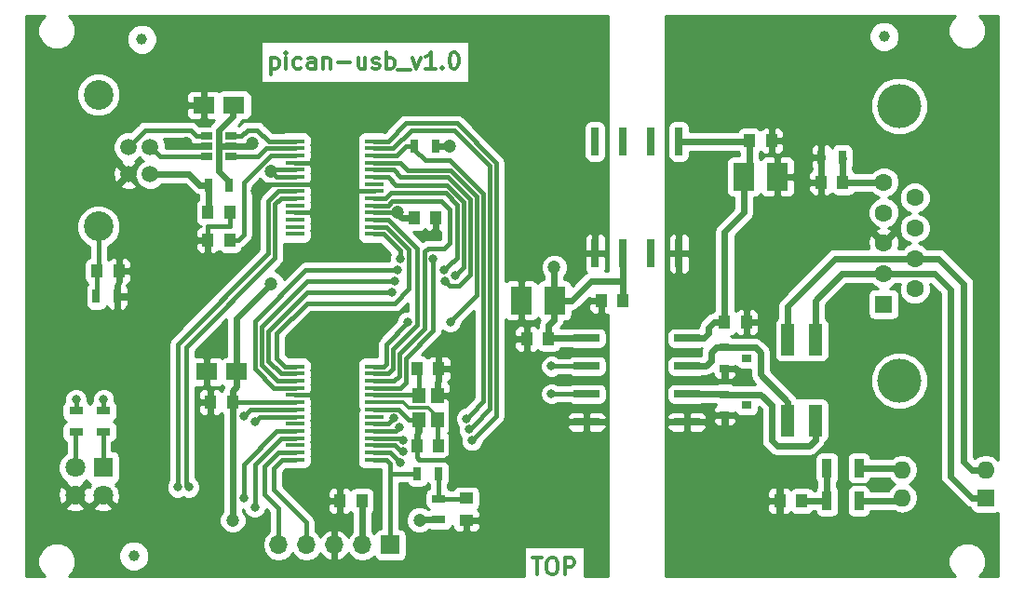
<source format=gbr>
G04 #@! TF.FileFunction,Copper,L1,Top,Signal*
%FSLAX46Y46*%
G04 Gerber Fmt 4.6, Leading zero omitted, Abs format (unit mm)*
G04 Created by KiCad (PCBNEW 4.0.7) date Fri Feb 16 20:15:51 2018*
%MOMM*%
%LPD*%
G01*
G04 APERTURE LIST*
%ADD10C,0.100000*%
%ADD11C,0.300000*%
%ADD12C,1.200000*%
%ADD13C,1.000000*%
%ADD14C,1.520000*%
%ADD15C,2.700000*%
%ADD16R,1.750000X0.450000*%
%ADD17R,1.700000X1.700000*%
%ADD18O,1.700000X1.700000*%
%ADD19R,1.000000X1.250000*%
%ADD20R,2.350000X0.650000*%
%ADD21R,0.700000X2.540000*%
%ADD22R,1.200000X2.850000*%
%ADD23C,1.800000*%
%ADD24R,1.800000X1.800000*%
%ADD25R,0.900000X1.700000*%
%ADD26R,1.600000X1.600000*%
%ADD27O,1.600000X1.600000*%
%ADD28C,1.600000*%
%ADD29C,4.000000*%
%ADD30R,1.200000X1.400000*%
%ADD31R,0.700000X1.300000*%
%ADD32R,1.300000X0.700000*%
%ADD33R,1.950000X2.500000*%
%ADD34R,1.950000X1.500000*%
%ADD35R,1.250000X1.000000*%
%ADD36R,0.900000X0.800000*%
%ADD37R,1.060000X0.650000*%
%ADD38C,0.800000*%
%ADD39C,0.400000*%
%ADD40C,0.600000*%
%ADD41C,0.254000*%
G04 APERTURE END LIST*
D10*
D11*
X46785714Y3821429D02*
X47642857Y3821429D01*
X47214286Y2321429D02*
X47214286Y3821429D01*
X48428571Y3821429D02*
X48714285Y3821429D01*
X48857143Y3750000D01*
X49000000Y3607143D01*
X49071428Y3321429D01*
X49071428Y2821429D01*
X49000000Y2535714D01*
X48857143Y2392857D01*
X48714285Y2321429D01*
X48428571Y2321429D01*
X48285714Y2392857D01*
X48142857Y2535714D01*
X48071428Y2821429D01*
X48071428Y3321429D01*
X48142857Y3607143D01*
X48285714Y3750000D01*
X48428571Y3821429D01*
X49714286Y2321429D02*
X49714286Y3821429D01*
X50285714Y3821429D01*
X50428572Y3750000D01*
X50500000Y3678571D01*
X50571429Y3535714D01*
X50571429Y3321429D01*
X50500000Y3178571D01*
X50428572Y3107143D01*
X50285714Y3035714D01*
X49714286Y3035714D01*
X23000000Y49321429D02*
X23000000Y47821429D01*
X23000000Y49250000D02*
X23142857Y49321429D01*
X23428571Y49321429D01*
X23571428Y49250000D01*
X23642857Y49178571D01*
X23714286Y49035714D01*
X23714286Y48607143D01*
X23642857Y48464286D01*
X23571428Y48392857D01*
X23428571Y48321429D01*
X23142857Y48321429D01*
X23000000Y48392857D01*
X24357143Y48321429D02*
X24357143Y49321429D01*
X24357143Y49821429D02*
X24285714Y49750000D01*
X24357143Y49678571D01*
X24428571Y49750000D01*
X24357143Y49821429D01*
X24357143Y49678571D01*
X25714286Y48392857D02*
X25571429Y48321429D01*
X25285715Y48321429D01*
X25142857Y48392857D01*
X25071429Y48464286D01*
X25000000Y48607143D01*
X25000000Y49035714D01*
X25071429Y49178571D01*
X25142857Y49250000D01*
X25285715Y49321429D01*
X25571429Y49321429D01*
X25714286Y49250000D01*
X27000000Y48321429D02*
X27000000Y49107143D01*
X26928571Y49250000D01*
X26785714Y49321429D01*
X26500000Y49321429D01*
X26357143Y49250000D01*
X27000000Y48392857D02*
X26857143Y48321429D01*
X26500000Y48321429D01*
X26357143Y48392857D01*
X26285714Y48535714D01*
X26285714Y48678571D01*
X26357143Y48821429D01*
X26500000Y48892857D01*
X26857143Y48892857D01*
X27000000Y48964286D01*
X27714286Y49321429D02*
X27714286Y48321429D01*
X27714286Y49178571D02*
X27785714Y49250000D01*
X27928572Y49321429D01*
X28142857Y49321429D01*
X28285714Y49250000D01*
X28357143Y49107143D01*
X28357143Y48321429D01*
X29071429Y48892857D02*
X30214286Y48892857D01*
X31571429Y49321429D02*
X31571429Y48321429D01*
X30928572Y49321429D02*
X30928572Y48535714D01*
X31000000Y48392857D01*
X31142858Y48321429D01*
X31357143Y48321429D01*
X31500000Y48392857D01*
X31571429Y48464286D01*
X32214286Y48392857D02*
X32357143Y48321429D01*
X32642858Y48321429D01*
X32785715Y48392857D01*
X32857143Y48535714D01*
X32857143Y48607143D01*
X32785715Y48750000D01*
X32642858Y48821429D01*
X32428572Y48821429D01*
X32285715Y48892857D01*
X32214286Y49035714D01*
X32214286Y49107143D01*
X32285715Y49250000D01*
X32428572Y49321429D01*
X32642858Y49321429D01*
X32785715Y49250000D01*
X33500001Y48321429D02*
X33500001Y49821429D01*
X33500001Y49250000D02*
X33642858Y49321429D01*
X33928572Y49321429D01*
X34071429Y49250000D01*
X34142858Y49178571D01*
X34214287Y49035714D01*
X34214287Y48607143D01*
X34142858Y48464286D01*
X34071429Y48392857D01*
X33928572Y48321429D01*
X33642858Y48321429D01*
X33500001Y48392857D01*
X34500001Y48178571D02*
X35642858Y48178571D01*
X35857144Y49321429D02*
X36214287Y48321429D01*
X36571429Y49321429D01*
X37928572Y48321429D02*
X37071429Y48321429D01*
X37500001Y48321429D02*
X37500001Y49821429D01*
X37357144Y49607143D01*
X37214286Y49464286D01*
X37071429Y49392857D01*
X38571429Y48464286D02*
X38642857Y48392857D01*
X38571429Y48321429D01*
X38500000Y48392857D01*
X38571429Y48464286D01*
X38571429Y48321429D01*
X39571429Y49821429D02*
X39714286Y49821429D01*
X39857143Y49750000D01*
X39928572Y49678571D01*
X40000001Y49535714D01*
X40071429Y49250000D01*
X40071429Y48892857D01*
X40000001Y48607143D01*
X39928572Y48464286D01*
X39857143Y48392857D01*
X39714286Y48321429D01*
X39571429Y48321429D01*
X39428572Y48392857D01*
X39357143Y48464286D01*
X39285715Y48607143D01*
X39214286Y48892857D01*
X39214286Y49250000D01*
X39285715Y49535714D01*
X39357143Y49678571D01*
X39428572Y49750000D01*
X39571429Y49821429D01*
D12*
X17500000Y8500000D03*
D13*
X10500000Y4000000D03*
D12*
X11000000Y30000000D03*
X16750000Y47250000D03*
X14500000Y45000000D03*
X17250000Y30750000D03*
X15500000Y32750000D03*
X17250000Y23000000D03*
X40000000Y12750000D03*
X38250000Y23000000D03*
X40000000Y18500000D03*
X45750000Y30250000D03*
X46250000Y21500000D03*
X51250000Y25750000D03*
X60000000Y38750000D03*
X52500000Y38750000D03*
X20000000Y3500000D03*
X13750000Y3500000D03*
X7500000Y3500000D03*
X2000000Y11000000D03*
X2000000Y18750000D03*
X2000000Y26250000D03*
X2000000Y33750000D03*
X2000000Y41250000D03*
X2000000Y48750000D03*
X7500000Y51750000D03*
X15000000Y51750000D03*
X22500000Y51750000D03*
X30000000Y51750000D03*
X37500000Y51750000D03*
X45000000Y51750000D03*
X52500000Y51750000D03*
X52500000Y46250000D03*
X50250000Y31500000D03*
X52500000Y34750000D03*
X37500000Y3500000D03*
X45000000Y3500000D03*
X52500000Y3500000D03*
X52500000Y8750000D03*
X51750000Y13500000D03*
X42750000Y7250000D03*
X17500000Y15250000D03*
X38000000Y33250000D03*
X28750000Y18500000D03*
X28750000Y15500000D03*
X28750000Y12750000D03*
X28750000Y21250000D03*
X28750000Y39000000D03*
X28750000Y36000000D03*
X28750000Y33250000D03*
X28750000Y41750000D03*
D14*
X12000000Y41200000D03*
X12000000Y38700000D03*
X10000000Y38700000D03*
X10000000Y41200000D03*
D15*
X7290000Y45950000D03*
X7290000Y33950000D03*
D16*
X32350000Y12775000D03*
X32350000Y13425000D03*
X32350000Y14075000D03*
X32350000Y14725000D03*
X32350000Y15375000D03*
X32350000Y16025000D03*
X32350000Y16675000D03*
X32350000Y17325000D03*
X32350000Y17975000D03*
X32350000Y18625000D03*
X32350000Y19275000D03*
X32350000Y19925000D03*
X32350000Y20575000D03*
X32350000Y21225000D03*
X25150000Y21225000D03*
X25150000Y20575000D03*
X25150000Y19925000D03*
X25150000Y19275000D03*
X25150000Y18625000D03*
X25150000Y17975000D03*
X25150000Y17325000D03*
X25150000Y16675000D03*
X25150000Y16025000D03*
X25150000Y15375000D03*
X25150000Y14725000D03*
X25150000Y14075000D03*
X25150000Y13425000D03*
X25150000Y12775000D03*
D12*
X60000000Y34750000D03*
D17*
X33830000Y5000000D03*
D18*
X31290000Y5000000D03*
X28750000Y5000000D03*
X26210000Y5000000D03*
X23670000Y5000000D03*
D19*
X31250000Y9000000D03*
X29250000Y9000000D03*
D12*
X69000000Y35750000D03*
X75750000Y18750000D03*
X75750000Y26250000D03*
X60000000Y8750000D03*
X60000000Y3500000D03*
X67500000Y3500000D03*
X75000000Y3500000D03*
X82500000Y3500000D03*
X88250000Y18750000D03*
X88250000Y26250000D03*
X88250000Y33750000D03*
X88250000Y41250000D03*
X88250000Y48750000D03*
X82500000Y51750000D03*
X75000000Y51750000D03*
X67500000Y51750000D03*
X60000000Y51750000D03*
D20*
X51700000Y23810000D03*
X60800000Y16190000D03*
X51700000Y21270000D03*
X60800000Y18730000D03*
X51700000Y18730000D03*
X60800000Y21270000D03*
X51700000Y16190000D03*
X60800000Y23810000D03*
D21*
X52460000Y31500000D03*
X55000000Y31500000D03*
X57540000Y31500000D03*
X60080000Y31500000D03*
X60080000Y41700000D03*
X57540000Y41700000D03*
X55000000Y41700000D03*
X52460000Y41700000D03*
D22*
X70000000Y16325000D03*
X72500000Y23675000D03*
X72500000Y16325000D03*
X70000000Y23675000D03*
D23*
X5160000Y9510000D03*
X5160000Y12050000D03*
D24*
X7700000Y12050000D03*
D23*
X7700000Y9510000D03*
D25*
X76450000Y9000000D03*
X73550000Y9000000D03*
X76450000Y12000000D03*
X73550000Y12000000D03*
D26*
X88000000Y9300000D03*
D27*
X80380000Y11840000D03*
X88000000Y11840000D03*
X80380000Y9300000D03*
D26*
X78700000Y26900000D03*
D28*
X78700000Y29670000D03*
X78700000Y32440000D03*
X78700000Y35210000D03*
X78700000Y37980000D03*
X81540000Y28285000D03*
X81540000Y31055000D03*
X81540000Y33825000D03*
X81540000Y36595000D03*
D29*
X80120000Y19940000D03*
X80120000Y44940000D03*
D30*
X36400000Y18600000D03*
X36400000Y16400000D03*
X38100000Y16400000D03*
X38100000Y18600000D03*
D16*
X32350000Y33275000D03*
X32350000Y33925000D03*
X32350000Y34575000D03*
X32350000Y35225000D03*
X32350000Y35875000D03*
X32350000Y36525000D03*
X32350000Y37175000D03*
X32350000Y37825000D03*
X32350000Y38475000D03*
X32350000Y39125000D03*
X32350000Y39775000D03*
X32350000Y40425000D03*
X32350000Y41075000D03*
X32350000Y41725000D03*
X25150000Y41725000D03*
X25150000Y41075000D03*
X25150000Y40425000D03*
X25150000Y39775000D03*
X25150000Y39125000D03*
X25150000Y38475000D03*
X25150000Y37825000D03*
X25150000Y37175000D03*
X25150000Y36525000D03*
X25150000Y35875000D03*
X25150000Y35225000D03*
X25150000Y34575000D03*
X25150000Y33925000D03*
X25150000Y33275000D03*
D31*
X73050000Y40250000D03*
X74950000Y40250000D03*
D32*
X5250000Y17200000D03*
X5250000Y15300000D03*
X7750000Y17200000D03*
X7750000Y15300000D03*
D31*
X36050000Y41250000D03*
X37950000Y41250000D03*
X38200000Y11500000D03*
X36300000Y11500000D03*
D32*
X38250000Y7300000D03*
X38250000Y9200000D03*
D31*
X19200000Y37750000D03*
X17300000Y37750000D03*
X9000000Y27600000D03*
X7100000Y27600000D03*
D33*
X65975000Y38500000D03*
X69025000Y38500000D03*
X48775000Y27250000D03*
X45725000Y27250000D03*
D34*
X19625000Y45000000D03*
X16875000Y45000000D03*
D19*
X36000000Y34750000D03*
X38000000Y34750000D03*
X38250000Y14000000D03*
X36250000Y14000000D03*
X19250000Y32750000D03*
X17250000Y32750000D03*
X36250000Y21000000D03*
X38250000Y21000000D03*
D35*
X40750000Y9250000D03*
X40750000Y7250000D03*
D34*
X19875000Y20750000D03*
X17125000Y20750000D03*
D19*
X17250000Y35250000D03*
X19250000Y35250000D03*
X19500000Y18000000D03*
X17500000Y18000000D03*
X7150000Y29900000D03*
X9150000Y29900000D03*
X55000000Y27250000D03*
X53000000Y27250000D03*
X48250000Y23750000D03*
X46250000Y23750000D03*
X64250000Y25250000D03*
X66250000Y25250000D03*
X66500000Y41750000D03*
X68500000Y41750000D03*
X71250000Y9000000D03*
X69250000Y9000000D03*
X75000000Y38000000D03*
X73000000Y38000000D03*
D36*
X64250000Y22950000D03*
X64250000Y21050000D03*
X66250000Y22000000D03*
X64250000Y18700000D03*
X64250000Y16800000D03*
X66250000Y17750000D03*
D37*
X17150000Y42200000D03*
X17150000Y41250000D03*
X17150000Y40300000D03*
X19350000Y40300000D03*
X19350000Y42200000D03*
X19350000Y41250000D03*
D12*
X60000000Y46250000D03*
D13*
X11250000Y51000000D03*
X78750000Y51250000D03*
D12*
X21750000Y37250000D03*
X15250018Y41500000D03*
X19500000Y7250000D03*
X23000000Y28750000D03*
X36500000Y7250000D03*
X48750000Y30250000D03*
X39250000Y41250000D03*
X34500000Y35225000D03*
X23000000Y39000000D03*
X21250000Y41500000D03*
X66250000Y27250000D03*
X66000000Y20250000D03*
X70250000Y41750000D03*
X73000000Y42000000D03*
X64250000Y15250000D03*
X62250000Y31500000D03*
X71250000Y38500000D03*
X73000000Y36250000D03*
X67500000Y9000000D03*
X60750000Y13500000D03*
X60000000Y28500000D03*
D38*
X40750000Y16500000D03*
X34154845Y16549308D03*
X5250000Y18250000D03*
X21500000Y16250000D03*
X15500000Y10250000D03*
X34750000Y12500000D03*
X14491043Y10247015D03*
X35000000Y13500000D03*
X41000008Y15500000D03*
X34676884Y15696372D03*
X41250004Y14500000D03*
X35000000Y14500000D03*
X34750000Y31000000D03*
X37749996Y31000000D03*
X39290686Y25290686D03*
X35409314Y25290686D03*
X39750000Y29500000D03*
X34000000Y28000000D03*
X38829651Y28961037D03*
X34250000Y29000000D03*
X38750000Y30000000D03*
X34500000Y30000000D03*
X48500000Y21250000D03*
X20500000Y9250000D03*
X48500000Y18750000D03*
X21500000Y8449990D03*
X7750000Y18250000D03*
X20500000Y16750000D03*
D39*
X7150000Y29900000D02*
X7150000Y27650000D01*
X7150000Y27650000D02*
X7100000Y27600000D01*
X7290000Y33950000D02*
X7290000Y30040000D01*
X7290000Y30040000D02*
X7150000Y29900000D01*
X22325000Y37825000D02*
X21750000Y37250000D01*
X25150000Y37825000D02*
X22325000Y37825000D01*
X25150000Y37825000D02*
X27575000Y37825000D01*
X27575000Y37825000D02*
X28750000Y39000000D01*
X38000000Y34750000D02*
X38000000Y33500000D01*
X38000000Y33500000D02*
X37750000Y33250000D01*
X37750000Y33250000D02*
X36750000Y33250000D01*
X25150000Y39775000D02*
X27975000Y39775000D01*
X27975000Y39775000D02*
X28750000Y39000000D01*
X25150000Y18625000D02*
X28625000Y18625000D01*
X28625000Y18625000D02*
X28750000Y18500000D01*
X32350000Y37175000D02*
X29925000Y37175000D01*
X29925000Y37175000D02*
X28750000Y36000000D01*
X25150000Y35225000D02*
X27975000Y35225000D01*
X27975000Y35225000D02*
X28750000Y36000000D01*
X19250000Y35250000D02*
X19250000Y34000000D01*
X19250000Y34000000D02*
X17250000Y34000000D01*
X17250000Y34000000D02*
X17250000Y32750000D01*
X36250000Y14000000D02*
X36250000Y16250000D01*
X36250000Y16250000D02*
X36400000Y16400000D01*
X35488157Y16400000D02*
X36400000Y16400000D01*
D40*
X15250018Y41499982D02*
X15250018Y41500000D01*
X15500000Y41250000D02*
X15250018Y41499982D01*
X17150000Y41250000D02*
X15500000Y41250000D01*
D39*
X33625000Y17325000D02*
X32350000Y17325000D01*
X35488157Y16400000D02*
X34538847Y17349310D01*
X33649310Y17349310D02*
X33625000Y17325000D01*
X34538847Y17349310D02*
X33649310Y17349310D01*
X38100000Y18600000D02*
X38900000Y18600000D01*
X38900000Y18600000D02*
X39300000Y18200000D01*
X39300000Y18200000D02*
X39300000Y13204998D01*
X39300000Y13204998D02*
X38845002Y12750000D01*
X38845002Y12750000D02*
X36475000Y12750000D01*
X36475000Y12750000D02*
X36250000Y12975000D01*
X36250000Y12975000D02*
X36250000Y14000000D01*
X38100000Y18600000D02*
X38100000Y20850000D01*
X38100000Y20850000D02*
X38250000Y21000000D01*
D40*
X19500000Y19025000D02*
X19500000Y18000000D01*
X19875000Y20750000D02*
X19875000Y19400000D01*
X19875000Y19400000D02*
X19500000Y19025000D01*
X19500000Y18000000D02*
X19500000Y7250000D01*
X22400001Y28150001D02*
X23000000Y28750000D01*
X19875000Y25625000D02*
X22400001Y28150001D01*
X19875000Y20750000D02*
X19875000Y25625000D01*
D39*
X25150000Y17975000D02*
X19525000Y17975000D01*
X19525000Y17975000D02*
X19500000Y18000000D01*
D40*
X36800000Y7300000D02*
X36750000Y7250000D01*
X36750000Y7250000D02*
X36500000Y7250000D01*
X38250000Y7300000D02*
X36800000Y7300000D01*
X31250000Y9000000D02*
X31250000Y5040000D01*
X31250000Y5040000D02*
X31290000Y5000000D01*
X48750000Y25475000D02*
X48750000Y27225000D01*
X48750000Y27225000D02*
X48775000Y27250000D01*
X48250000Y23750000D02*
X48250000Y24975000D01*
X48250000Y24975000D02*
X48750000Y25475000D01*
X48750000Y30250000D02*
X48750000Y27275000D01*
X48750000Y27275000D02*
X48775000Y27250000D01*
X34525000Y35225000D02*
X34525000Y35125000D01*
X34525000Y35125000D02*
X34900000Y34750000D01*
X34900000Y34750000D02*
X36000000Y34750000D01*
X34500000Y35225000D02*
X34525000Y35225000D01*
X48775000Y27250000D02*
X50350000Y27250000D01*
X50350000Y27250000D02*
X52100000Y29000000D01*
X52100000Y29000000D02*
X55000000Y29000000D01*
X37950000Y41250000D02*
X39250000Y41250000D01*
X55000000Y31500000D02*
X55000000Y29000000D01*
X55000000Y29000000D02*
X55000000Y27250000D01*
X18250000Y41250000D02*
X18250000Y42750000D01*
X18250000Y42750000D02*
X19500000Y44000000D01*
X19500000Y44000000D02*
X19500000Y44875000D01*
X19500000Y44875000D02*
X19625000Y45000000D01*
D39*
X32350000Y35225000D02*
X34500000Y35225000D01*
D40*
X19200000Y37750000D02*
X19200000Y38050000D01*
X19200000Y38050000D02*
X18250000Y39000000D01*
X18250000Y39000000D02*
X18250000Y41250000D01*
X18250000Y41250000D02*
X19350000Y41250000D01*
D39*
X25150000Y38475000D02*
X23525000Y38475000D01*
X23525000Y38475000D02*
X23000000Y39000000D01*
X25150000Y39125000D02*
X23125000Y39125000D01*
X23125000Y39125000D02*
X23000000Y39000000D01*
D40*
X19350000Y41250000D02*
X21000000Y41250000D01*
X21000000Y41250000D02*
X21250000Y41500000D01*
D39*
X19500000Y20375000D02*
X19875000Y20750000D01*
D40*
X51700000Y23810000D02*
X48310000Y23810000D01*
X48310000Y23810000D02*
X48250000Y23750000D01*
X12000000Y38700000D02*
X15550000Y38700000D01*
X15550000Y38700000D02*
X16500000Y37750000D01*
X16500000Y37750000D02*
X17300000Y37750000D01*
X17300000Y37750000D02*
X17300000Y35300000D01*
X17300000Y35300000D02*
X17250000Y35250000D01*
D39*
X38250000Y9200000D02*
X40700000Y9200000D01*
X40700000Y9200000D02*
X40750000Y9250000D01*
X38200000Y11500000D02*
X38200000Y9250000D01*
X38200000Y9250000D02*
X38250000Y9200000D01*
X36400000Y18600000D02*
X36400000Y20850000D01*
X36400000Y20850000D02*
X36250000Y21000000D01*
X32350000Y18625000D02*
X36375000Y18625000D01*
X36375000Y18625000D02*
X36400000Y18600000D01*
X25150000Y40425000D02*
X22944998Y40425000D01*
X22944998Y40425000D02*
X20500000Y37980002D01*
X20500000Y37980002D02*
X20500000Y33250000D01*
X20500000Y33250000D02*
X20000000Y32750000D01*
X20000000Y32750000D02*
X19250000Y32750000D01*
X38100000Y16400000D02*
X38100000Y14150000D01*
X38100000Y14150000D02*
X38250000Y14000000D01*
D11*
X32350000Y17975000D02*
X35004998Y17975000D01*
X35004998Y17975000D02*
X35479998Y17500000D01*
D39*
X38100000Y16650000D02*
X38100000Y16400000D01*
D11*
X35479998Y17500000D02*
X37250000Y17500000D01*
X37250000Y17500000D02*
X38100000Y16650000D01*
D40*
X65975000Y38500000D02*
X65975000Y35225000D01*
X65975000Y35225000D02*
X64250000Y33500000D01*
X64250000Y33500000D02*
X64250000Y25250000D01*
X66500000Y41750000D02*
X66500000Y39025000D01*
X66500000Y39025000D02*
X65975000Y38500000D01*
X60080000Y41700000D02*
X66450000Y41700000D01*
X66450000Y41700000D02*
X66500000Y41750000D01*
X60800000Y23810000D02*
X62310000Y23810000D01*
X62310000Y23810000D02*
X62750000Y24250000D01*
X62750000Y24250000D02*
X62750000Y24750000D01*
X62750000Y24750000D02*
X63250000Y25250000D01*
X63250000Y25250000D02*
X64250000Y25250000D01*
D39*
X66250000Y25250000D02*
X66250000Y27250000D01*
D40*
X66100000Y20250000D02*
X66000000Y20250000D01*
X64250000Y21050000D02*
X65300000Y21050000D01*
X65300000Y21050000D02*
X66100000Y20250000D01*
D39*
X68500000Y41750000D02*
X70250000Y41750000D01*
X73050000Y40250000D02*
X73000000Y42000000D01*
X73000000Y38000000D02*
X73000000Y36250000D01*
X64250000Y16800000D02*
X64250000Y15250000D01*
X65200000Y21050000D02*
X65750000Y20500000D01*
X64250000Y21050000D02*
X65200000Y21050000D01*
D40*
X60080000Y31500000D02*
X62250000Y31500000D01*
X69025000Y38500000D02*
X71250000Y38500000D01*
X68150000Y9000000D02*
X67500000Y9000000D01*
X69250000Y9000000D02*
X68150000Y9000000D01*
X60800000Y16190000D02*
X60800000Y13550000D01*
X60800000Y13550000D02*
X60750000Y13500000D01*
X60080000Y31500000D02*
X60080000Y28420000D01*
X60080000Y28420000D02*
X60000000Y28500000D01*
X71250000Y9000000D02*
X73550000Y9000000D01*
X73550000Y12000000D02*
X73550000Y9000000D01*
X75000000Y38000000D02*
X78680000Y38000000D01*
X78680000Y38000000D02*
X78700000Y37980000D01*
X75020000Y37980000D02*
X75000000Y38000000D01*
X75010000Y40190000D02*
X74950000Y40250000D01*
X74950000Y40250000D02*
X74950000Y38050000D01*
X74950000Y38050000D02*
X75000000Y38000000D01*
X75060000Y37940000D02*
X75000000Y38000000D01*
X67500000Y20500000D02*
X70000000Y18000000D01*
X70000000Y18000000D02*
X70000000Y16325000D01*
X67050000Y22950000D02*
X67500000Y22500000D01*
X67500000Y22500000D02*
X67500000Y20500000D01*
X64250000Y22950000D02*
X67050000Y22950000D01*
X60800000Y21270000D02*
X62520000Y21270000D01*
X63450000Y22950000D02*
X64250000Y22950000D01*
X63000000Y22500000D02*
X63450000Y22950000D01*
X63000000Y21750000D02*
X63000000Y22500000D01*
X62520000Y21270000D02*
X63000000Y21750000D01*
X64200000Y22950000D02*
X64250000Y22950000D01*
X64250000Y18700000D02*
X67550002Y18700000D01*
X67550002Y18700000D02*
X68500000Y17750002D01*
X68500000Y14500000D02*
X69000000Y14000000D01*
X68500000Y17750002D02*
X68500000Y14500000D01*
X69000000Y14000000D02*
X71950000Y14000000D01*
X71950000Y14000000D02*
X72500000Y14550000D01*
X72500000Y14550000D02*
X72500000Y16325000D01*
X60800000Y18730000D02*
X64220000Y18730000D01*
X64220000Y18730000D02*
X64250000Y18700000D01*
D39*
X15900000Y40300000D02*
X17150000Y40300000D01*
X12000000Y41200000D02*
X12900000Y40300000D01*
X12900000Y40300000D02*
X15900000Y40300000D01*
X10000000Y41200000D02*
X11550000Y42750000D01*
X11550000Y42750000D02*
X15670000Y42750000D01*
X15670000Y42750000D02*
X16220000Y42200000D01*
X16220000Y42200000D02*
X17150000Y42200000D01*
X33830000Y9000000D02*
X33830000Y5000000D01*
X33830000Y9000000D02*
X33830000Y11500000D01*
X33830000Y12420000D02*
X33830000Y11500000D01*
X36300000Y11500000D02*
X33830000Y11500000D01*
X32350000Y12775000D02*
X33475000Y12775000D01*
X33475000Y12775000D02*
X33830000Y12420000D01*
X25150000Y12775000D02*
X24025000Y12775000D01*
X24025000Y12775000D02*
X23250000Y12000000D01*
X23250000Y12000000D02*
X23250000Y10000000D01*
X23250000Y10000000D02*
X26210000Y7040000D01*
X26210000Y7040000D02*
X26210000Y5000000D01*
X25150000Y13425000D02*
X23675000Y13425000D01*
X23675000Y13425000D02*
X22420000Y12170000D01*
X22420000Y12170000D02*
X22420000Y9580000D01*
X22420000Y9580000D02*
X23670000Y8330000D01*
X23670000Y8330000D02*
X23670000Y5000000D01*
X41149999Y16899999D02*
X40750000Y16500000D01*
X42299978Y18049978D02*
X41149999Y16899999D01*
X42299978Y36950022D02*
X42299978Y18049978D01*
X39250000Y40000000D02*
X42299978Y36950022D01*
X36050000Y40950000D02*
X37000000Y40000000D01*
X37000000Y40000000D02*
X39250000Y40000000D01*
X36050000Y41250000D02*
X36050000Y40950000D01*
X34425000Y40425000D02*
X35250000Y41250000D01*
X35250000Y41250000D02*
X36050000Y41250000D01*
X32350000Y40425000D02*
X34425000Y40425000D01*
X33754846Y16149309D02*
X34154845Y16549308D01*
X33630537Y16025000D02*
X33754846Y16149309D01*
X32350000Y16025000D02*
X33630537Y16025000D01*
X5250000Y18250000D02*
X5250000Y17200000D01*
X21925000Y16675000D02*
X21500000Y16250000D01*
X25150000Y16675000D02*
X21925000Y16675000D01*
X25150000Y41075000D02*
X22575000Y41075000D01*
X22575000Y41075000D02*
X21800000Y40300000D01*
X21800000Y40300000D02*
X19350000Y40300000D01*
X25150000Y41725000D02*
X22775000Y41725000D01*
X21750000Y42750000D02*
X20830000Y42750000D01*
X22775000Y41725000D02*
X21750000Y42750000D01*
X20830000Y42750000D02*
X20280000Y42200000D01*
X20280000Y42200000D02*
X19350000Y42200000D01*
X25150000Y36525000D02*
X23875000Y36525000D01*
X23350011Y36000011D02*
X23350011Y31100011D01*
X23875000Y36525000D02*
X23350011Y36000011D01*
X23350011Y31100011D02*
X15250000Y23000000D01*
X15250000Y23000000D02*
X15250000Y10500000D01*
X15250000Y10500000D02*
X15500000Y10250000D01*
X34350001Y12899999D02*
X34750000Y12500000D01*
X33825000Y13425000D02*
X34350001Y12899999D01*
X32350000Y13425000D02*
X33825000Y13425000D01*
X25150000Y37175000D02*
X23675000Y37175000D01*
X22750000Y31500000D02*
X14491043Y23241043D01*
X14491043Y23241043D02*
X14491043Y10812700D01*
X23675000Y37175000D02*
X22750000Y36250000D01*
X22750000Y36250000D02*
X22750000Y31500000D01*
X14491043Y10812700D02*
X14491043Y10247015D01*
X34815996Y13500000D02*
X35000000Y13500000D01*
X32350000Y14075000D02*
X34240996Y14075000D01*
X34240996Y14075000D02*
X34815996Y13500000D01*
X42899989Y17399981D02*
X41400007Y15899999D01*
X42899989Y39501469D02*
X42899989Y17399981D01*
X39651458Y42750000D02*
X42899989Y39501469D01*
X35750000Y42750000D02*
X39651458Y42750000D01*
X34075000Y41075000D02*
X35750000Y42750000D01*
X32350000Y41075000D02*
X34075000Y41075000D01*
X41400007Y15899999D02*
X41000008Y15500000D01*
X34355512Y15375000D02*
X34676884Y15696372D01*
X32350000Y15375000D02*
X34355512Y15375000D01*
X32350000Y41725000D02*
X33625000Y41725000D01*
X43500000Y16749996D02*
X41650003Y14899999D01*
X33625000Y41725000D02*
X35250011Y43350011D01*
X35250011Y43350011D02*
X39899989Y43350011D01*
X39899989Y43350011D02*
X43500000Y39750000D01*
X43500000Y39750000D02*
X43500000Y16749996D01*
X41650003Y14899999D02*
X41250004Y14500000D01*
X34775000Y14725000D02*
X35000000Y14500000D01*
X32350000Y14725000D02*
X34775000Y14725000D01*
X32350000Y33275000D02*
X33225000Y33275000D01*
X33225000Y33275000D02*
X34750000Y31750000D01*
X34750000Y31750000D02*
X34750000Y31000000D01*
X34750000Y31250000D02*
X34750000Y31000000D01*
X32350000Y19275000D02*
X34775000Y19275000D01*
X37749996Y30434315D02*
X37749996Y31000000D01*
X35250000Y22000000D02*
X37749996Y24499996D01*
X34775000Y19275000D02*
X35250000Y19750000D01*
X35250000Y19750000D02*
X35250000Y22000000D01*
X37749996Y24499996D02*
X37749996Y30434315D01*
X32350000Y35875000D02*
X33625000Y35875000D01*
X33625000Y35875000D02*
X34000000Y36250000D01*
X38750000Y32000000D02*
X37250000Y32000000D01*
X37250000Y32000000D02*
X36949995Y31699995D01*
X34000000Y36250000D02*
X38500000Y36250000D01*
X38500000Y36250000D02*
X39250000Y35500000D01*
X39250000Y35500000D02*
X39250000Y32500000D01*
X39250000Y32500000D02*
X38750000Y32000000D01*
X36949995Y31699995D02*
X36949995Y24699995D01*
X36949995Y24699995D02*
X34649990Y22399990D01*
X34649990Y22399990D02*
X34649990Y20399990D01*
X34649990Y20399990D02*
X34175000Y19925000D01*
X34175000Y19925000D02*
X32350000Y19925000D01*
X33625000Y20575000D02*
X32350000Y20575000D01*
X34049980Y20999980D02*
X33625000Y20575000D01*
X36250000Y31994998D02*
X36250000Y25000000D01*
X34049980Y22799980D02*
X34049980Y20999980D01*
X36250000Y25000000D02*
X34049980Y22799980D01*
X33669998Y34575000D02*
X36250000Y31994998D01*
X32350000Y34575000D02*
X33669998Y34575000D01*
X32350000Y39775000D02*
X34725000Y39775000D01*
X39690685Y25690685D02*
X39290686Y25290686D01*
X35399989Y39100011D02*
X39301447Y39100011D01*
X39301447Y39100011D02*
X41699967Y36701491D01*
X41699967Y36701491D02*
X41699967Y27699967D01*
X41699967Y27699967D02*
X39690685Y25690685D01*
X34725000Y39775000D02*
X35399989Y39100011D01*
X33449970Y23199970D02*
X35409314Y25290686D01*
X35500000Y25250000D02*
X35450000Y25250000D01*
X35450000Y25250000D02*
X35409314Y25290686D01*
X32350000Y21225000D02*
X33225000Y21225000D01*
X33225000Y21225000D02*
X33449970Y21449970D01*
X33449970Y21449970D02*
X33449970Y23199970D01*
X25150000Y21225000D02*
X24275000Y21225000D01*
X24275000Y21225000D02*
X23500000Y22000000D01*
X23500000Y22000000D02*
X23500000Y24250000D01*
X23500000Y24250000D02*
X26250000Y27000000D01*
X26250000Y27000000D02*
X34250000Y27000000D01*
X34250000Y27000000D02*
X35550002Y28300002D01*
X35550002Y28300002D02*
X35550002Y31846454D01*
X35550002Y31846454D02*
X33471456Y33925000D01*
X33471456Y33925000D02*
X32350000Y33925000D01*
X25150000Y20575000D02*
X23875000Y20575000D01*
X23875000Y20575000D02*
X22700023Y21749977D01*
X22700023Y21749977D02*
X22700023Y24450023D01*
X22700023Y24450023D02*
X26250000Y28000000D01*
X26250000Y28000000D02*
X33434315Y28000000D01*
X33434315Y28000000D02*
X34000000Y28000000D01*
X40149999Y29899999D02*
X39750000Y29500000D01*
X32350000Y38475000D02*
X33625000Y38475000D01*
X40499945Y36204429D02*
X40499945Y30249945D01*
X38954374Y37750000D02*
X40499945Y36204429D01*
X34350000Y37750000D02*
X38954374Y37750000D01*
X33625000Y38475000D02*
X34350000Y37750000D01*
X40499945Y30249945D02*
X40149999Y29899999D01*
X23575000Y19925000D02*
X22100012Y21399988D01*
X22100012Y24850012D02*
X26250000Y29000000D01*
X22100012Y21399988D02*
X22100012Y24850012D01*
X25150000Y19925000D02*
X23575000Y19925000D01*
X26250000Y29000000D02*
X33684315Y29000000D01*
X33684315Y29000000D02*
X34250000Y29000000D01*
X41099956Y29599956D02*
X40061038Y28561038D01*
X40061038Y28561038D02*
X39229650Y28561038D01*
X34742936Y38500000D02*
X39052916Y38500000D01*
X39052916Y38500000D02*
X41099956Y36452960D01*
X32350000Y39125000D02*
X34117936Y39125000D01*
X39229650Y28561038D02*
X38829651Y28961037D01*
X41099956Y36452960D02*
X41099956Y29599956D01*
X34117936Y39125000D02*
X34742936Y38500000D01*
X21500001Y25348544D02*
X26151457Y30000000D01*
X26151457Y30000000D02*
X30934315Y30000000D01*
X25150000Y19275000D02*
X23225000Y19275000D01*
X23225000Y19275000D02*
X21500000Y21000000D01*
X21500000Y21000000D02*
X21500001Y25348544D01*
X39149999Y30399999D02*
X38750000Y30000000D01*
X39899934Y31149934D02*
X39149999Y30399999D01*
X39899934Y35955898D02*
X39899934Y31149934D01*
X32350000Y36525000D02*
X33426458Y36525000D01*
X33901458Y37000000D02*
X38855832Y37000000D01*
X33426458Y36525000D02*
X33901458Y37000000D01*
X38855832Y37000000D02*
X39899934Y35955898D01*
X31000000Y30000000D02*
X30934315Y30000000D01*
X30934315Y30000000D02*
X34500000Y30000000D01*
X48500000Y21250000D02*
X51680000Y21250000D01*
X51680000Y21250000D02*
X51700000Y21270000D01*
X23526458Y15375000D02*
X20500000Y12348542D01*
X20500000Y9815685D02*
X20500000Y9250000D01*
X25150000Y15375000D02*
X23526458Y15375000D01*
X20500000Y12348542D02*
X20500000Y9815685D01*
X48500000Y18750000D02*
X51680000Y18750000D01*
X51680000Y18750000D02*
X51700000Y18730000D01*
X21500000Y9015675D02*
X21500000Y8449990D01*
X21500000Y12350000D02*
X21500000Y9015675D01*
X23875000Y14725000D02*
X21500000Y12350000D01*
X25150000Y14725000D02*
X23875000Y14725000D01*
X7700000Y12050000D02*
X7700000Y15250000D01*
X7700000Y15250000D02*
X7750000Y15300000D01*
D40*
X76450000Y12000000D02*
X80220000Y12000000D01*
X80220000Y12000000D02*
X80380000Y11840000D01*
X76450000Y9000000D02*
X80080000Y9000000D01*
X80080000Y9000000D02*
X80380000Y9300000D01*
D39*
X5160000Y12050000D02*
X5160000Y15210000D01*
X5160000Y15210000D02*
X5250000Y15300000D01*
D40*
X74920000Y29670000D02*
X72500000Y27250000D01*
X72500000Y27250000D02*
X72500000Y23675000D01*
X78700000Y29670000D02*
X74920000Y29670000D01*
X78700000Y29670000D02*
X83330000Y29670000D01*
X83330000Y29670000D02*
X84750000Y28250000D01*
X84750000Y28250000D02*
X84750000Y11250000D01*
X84750000Y11250000D02*
X86700000Y9300000D01*
X86700000Y9300000D02*
X88000000Y9300000D01*
X81540000Y31055000D02*
X74305000Y31055000D01*
X70000000Y26750000D02*
X70000000Y23675000D01*
X74305000Y31055000D02*
X70000000Y26750000D01*
X88000000Y11840000D02*
X86750000Y11840000D01*
X83695000Y31055000D02*
X81540000Y31055000D01*
X86000000Y28750000D02*
X83695000Y31055000D01*
X86000000Y12590000D02*
X86000000Y28750000D01*
X86750000Y11840000D02*
X86000000Y12590000D01*
D39*
X7750000Y18250000D02*
X7750000Y17200000D01*
X21075000Y17325000D02*
X20500000Y16750000D01*
X25150000Y17325000D02*
X21075000Y17325000D01*
D41*
G36*
X84829996Y52784082D02*
X84565301Y52146627D01*
X84564699Y51456401D01*
X84828281Y50818485D01*
X85315918Y50329996D01*
X85953373Y50065301D01*
X86643599Y50064699D01*
X87281515Y50328281D01*
X87770004Y50815918D01*
X88034699Y51453373D01*
X88035301Y52143599D01*
X87771719Y52781515D01*
X87430830Y53123000D01*
X89115000Y53123000D01*
X89115000Y12746660D01*
X89042811Y12854698D01*
X88577264Y13165767D01*
X88028113Y13275000D01*
X87971887Y13275000D01*
X87422736Y13165767D01*
X87017376Y12894914D01*
X86935000Y12977290D01*
X86935000Y28750000D01*
X86863827Y29107809D01*
X86661145Y29411145D01*
X84356145Y31716145D01*
X84052809Y31918827D01*
X83695000Y31990000D01*
X82634258Y31990000D01*
X82353923Y32270824D01*
X81946150Y32440146D01*
X82351800Y32607757D01*
X82755824Y33011077D01*
X82974750Y33538309D01*
X82975248Y34109187D01*
X82757243Y34636800D01*
X82353923Y35040824D01*
X81946150Y35210146D01*
X82351800Y35377757D01*
X82755824Y35781077D01*
X82974750Y36308309D01*
X82975248Y36879187D01*
X82757243Y37406800D01*
X82353923Y37810824D01*
X81826691Y38029750D01*
X81255813Y38030248D01*
X80728200Y37812243D01*
X80324176Y37408923D01*
X80105250Y36881691D01*
X80104752Y36310813D01*
X80322757Y35783200D01*
X80726077Y35379176D01*
X81133850Y35209854D01*
X80728200Y35042243D01*
X80324176Y34638923D01*
X80105250Y34111691D01*
X80104752Y33540813D01*
X80322757Y33013200D01*
X80726077Y32609176D01*
X81133850Y32439854D01*
X80728200Y32272243D01*
X80445464Y31990000D01*
X80062640Y31990000D01*
X80153093Y32269060D01*
X80107899Y32838146D01*
X79977067Y33154003D01*
X79736505Y33231846D01*
X78944659Y32440000D01*
X78958801Y32425858D01*
X78714142Y32181199D01*
X78700000Y32195341D01*
X78685858Y32181199D01*
X78441199Y32425858D01*
X78455341Y32440000D01*
X77663495Y33231846D01*
X77422933Y33154003D01*
X77246907Y32610940D01*
X77292101Y32041854D01*
X77313580Y31990000D01*
X74305000Y31990000D01*
X73947191Y31918827D01*
X73643855Y31716145D01*
X69338855Y27411145D01*
X69136173Y27107809D01*
X69065000Y26750000D01*
X69065000Y25639018D01*
X68948559Y25564090D01*
X68803569Y25351890D01*
X68752560Y25100000D01*
X68752560Y22250000D01*
X68796838Y22014683D01*
X68935910Y21798559D01*
X69148110Y21653569D01*
X69400000Y21602560D01*
X70600000Y21602560D01*
X70730074Y21627035D01*
X70750000Y21623000D01*
X71750000Y21623000D01*
X71775433Y21627785D01*
X71900000Y21602560D01*
X73100000Y21602560D01*
X73335317Y21646838D01*
X73551441Y21785910D01*
X73696431Y21998110D01*
X73747440Y22250000D01*
X73747440Y25100000D01*
X73703162Y25335317D01*
X73564090Y25551441D01*
X73435000Y25639644D01*
X73435000Y26862710D01*
X75307290Y28735000D01*
X77605742Y28735000D01*
X77886077Y28454176D01*
X78143126Y28347440D01*
X77900000Y28347440D01*
X77664683Y28303162D01*
X77448559Y28164090D01*
X77303569Y27951890D01*
X77252560Y27700000D01*
X77252560Y26100000D01*
X77296838Y25864683D01*
X77435910Y25648559D01*
X77648110Y25503569D01*
X77900000Y25452560D01*
X79500000Y25452560D01*
X79735317Y25496838D01*
X79951441Y25635910D01*
X80096431Y25848110D01*
X80147440Y26100000D01*
X80147440Y27700000D01*
X80103162Y27935317D01*
X79964090Y28151441D01*
X79751890Y28296431D01*
X79500000Y28347440D01*
X79256913Y28347440D01*
X79511800Y28452757D01*
X79794536Y28735000D01*
X80173062Y28735000D01*
X80105250Y28571691D01*
X80104752Y28000813D01*
X80322757Y27473200D01*
X80726077Y27069176D01*
X81253309Y26850250D01*
X81824187Y26849752D01*
X82351800Y27067757D01*
X82755824Y27471077D01*
X82974750Y27998309D01*
X82975248Y28569187D01*
X82906736Y28735000D01*
X82942710Y28735000D01*
X83815000Y27862710D01*
X83815000Y11250000D01*
X83886173Y10892191D01*
X84088855Y10588855D01*
X86038855Y8638855D01*
X86342191Y8436173D01*
X86573217Y8390219D01*
X86596838Y8264683D01*
X86735910Y8048559D01*
X86948110Y7903569D01*
X87200000Y7852560D01*
X88800000Y7852560D01*
X89035317Y7896838D01*
X89115000Y7948113D01*
X89115000Y2127000D01*
X87380406Y2127000D01*
X87770004Y2515918D01*
X88034699Y3153373D01*
X88035301Y3843599D01*
X87771719Y4481515D01*
X87284082Y4970004D01*
X86646627Y5234699D01*
X85956401Y5235301D01*
X85318485Y4971719D01*
X84829996Y4484082D01*
X84565301Y3846627D01*
X84564699Y3156401D01*
X84828281Y2518485D01*
X85219083Y2127000D01*
X58877000Y2127000D01*
X58877000Y8668250D01*
X68115000Y8668250D01*
X68115000Y8248690D01*
X68211673Y8015301D01*
X68390302Y7836673D01*
X68623691Y7740000D01*
X68918250Y7740000D01*
X69077000Y7898750D01*
X69077000Y8827000D01*
X68273750Y8827000D01*
X68115000Y8668250D01*
X58877000Y8668250D01*
X58877000Y9751310D01*
X68115000Y9751310D01*
X68115000Y9331750D01*
X68273750Y9173000D01*
X69077000Y9173000D01*
X69077000Y10101250D01*
X69423000Y10101250D01*
X69423000Y9173000D01*
X69443000Y9173000D01*
X69443000Y8827000D01*
X69423000Y8827000D01*
X69423000Y7898750D01*
X69581750Y7740000D01*
X69876309Y7740000D01*
X70109698Y7836673D01*
X70250936Y7977910D01*
X70285910Y7923559D01*
X70498110Y7778569D01*
X70750000Y7727560D01*
X71750000Y7727560D01*
X71985317Y7771838D01*
X72201441Y7910910D01*
X72306726Y8065000D01*
X72468554Y8065000D01*
X72496838Y7914683D01*
X72635910Y7698559D01*
X72848110Y7553569D01*
X73100000Y7502560D01*
X74000000Y7502560D01*
X74235317Y7546838D01*
X74451441Y7685910D01*
X74596431Y7898110D01*
X74647440Y8150000D01*
X74647440Y9850000D01*
X74603162Y10085317D01*
X74485000Y10268946D01*
X74485000Y10735025D01*
X74596431Y10898110D01*
X74647440Y11150000D01*
X74647440Y12850000D01*
X75352560Y12850000D01*
X75352560Y11150000D01*
X75396838Y10914683D01*
X75535910Y10698559D01*
X75748110Y10553569D01*
X76000000Y10502560D01*
X76900000Y10502560D01*
X77135317Y10546838D01*
X77351441Y10685910D01*
X77496431Y10898110D01*
X77530227Y11065000D01*
X79177028Y11065000D01*
X79337189Y10825302D01*
X79719275Y10570000D01*
X79337189Y10314698D01*
X79083483Y9935000D01*
X77531446Y9935000D01*
X77503162Y10085317D01*
X77364090Y10301441D01*
X77151890Y10446431D01*
X76900000Y10497440D01*
X76000000Y10497440D01*
X75764683Y10453162D01*
X75548559Y10314090D01*
X75403569Y10101890D01*
X75352560Y9850000D01*
X75352560Y8150000D01*
X75396838Y7914683D01*
X75535910Y7698559D01*
X75748110Y7553569D01*
X76000000Y7502560D01*
X76900000Y7502560D01*
X77135317Y7546838D01*
X77351441Y7685910D01*
X77496431Y7898110D01*
X77530227Y8065000D01*
X79666894Y8065000D01*
X79802736Y7974233D01*
X80351887Y7865000D01*
X80408113Y7865000D01*
X80957264Y7974233D01*
X81422811Y8285302D01*
X81733880Y8750849D01*
X81843113Y9300000D01*
X81733880Y9849151D01*
X81422811Y10314698D01*
X81040725Y10570000D01*
X81422811Y10825302D01*
X81733880Y11290849D01*
X81843113Y11840000D01*
X81733880Y12389151D01*
X81422811Y12854698D01*
X80957264Y13165767D01*
X80408113Y13275000D01*
X80351887Y13275000D01*
X79802736Y13165767D01*
X79457369Y12935000D01*
X77531446Y12935000D01*
X77503162Y13085317D01*
X77364090Y13301441D01*
X77151890Y13446431D01*
X76900000Y13497440D01*
X76000000Y13497440D01*
X75764683Y13453162D01*
X75548559Y13314090D01*
X75403569Y13101890D01*
X75352560Y12850000D01*
X74647440Y12850000D01*
X74603162Y13085317D01*
X74464090Y13301441D01*
X74251890Y13446431D01*
X74000000Y13497440D01*
X73100000Y13497440D01*
X72864683Y13453162D01*
X72648559Y13314090D01*
X72503569Y13101890D01*
X72452560Y12850000D01*
X72452560Y11150000D01*
X72496838Y10914683D01*
X72615000Y10731054D01*
X72615000Y10264975D01*
X72503569Y10101890D01*
X72469773Y9935000D01*
X72305105Y9935000D01*
X72214090Y10076441D01*
X72001890Y10221431D01*
X71750000Y10272440D01*
X70750000Y10272440D01*
X70514683Y10228162D01*
X70298559Y10089090D01*
X70252031Y10020994D01*
X70109698Y10163327D01*
X69876309Y10260000D01*
X69581750Y10260000D01*
X69423000Y10101250D01*
X69077000Y10101250D01*
X68918250Y10260000D01*
X68623691Y10260000D01*
X68390302Y10163327D01*
X68211673Y9984699D01*
X68115000Y9751310D01*
X58877000Y9751310D01*
X58877000Y15868750D01*
X58990000Y15868750D01*
X58990000Y15738690D01*
X59086673Y15505301D01*
X59265302Y15326673D01*
X59498691Y15230000D01*
X60468250Y15230000D01*
X60627000Y15388750D01*
X60627000Y16027500D01*
X60973000Y16027500D01*
X60973000Y15388750D01*
X61131750Y15230000D01*
X62101309Y15230000D01*
X62334698Y15326673D01*
X62513327Y15505301D01*
X62610000Y15738690D01*
X62610000Y15868750D01*
X62451250Y16027500D01*
X60973000Y16027500D01*
X60627000Y16027500D01*
X59148750Y16027500D01*
X58990000Y15868750D01*
X58877000Y15868750D01*
X58877000Y16641310D01*
X58990000Y16641310D01*
X58990000Y16511250D01*
X59148750Y16352500D01*
X60627000Y16352500D01*
X60627000Y16991250D01*
X60973000Y16991250D01*
X60973000Y16352500D01*
X62451250Y16352500D01*
X62567000Y16468250D01*
X63165000Y16468250D01*
X63165000Y16273690D01*
X63261673Y16040301D01*
X63440302Y15861673D01*
X63673691Y15765000D01*
X63918250Y15765000D01*
X64077000Y15923750D01*
X64077000Y16627000D01*
X64423000Y16627000D01*
X64423000Y15923750D01*
X64581750Y15765000D01*
X64826309Y15765000D01*
X65059698Y15861673D01*
X65238327Y16040301D01*
X65335000Y16273690D01*
X65335000Y16468250D01*
X65176250Y16627000D01*
X64423000Y16627000D01*
X64077000Y16627000D01*
X63323750Y16627000D01*
X63165000Y16468250D01*
X62567000Y16468250D01*
X62610000Y16511250D01*
X62610000Y16641310D01*
X62513327Y16874699D01*
X62334698Y17053327D01*
X62101309Y17150000D01*
X61131750Y17150000D01*
X60973000Y16991250D01*
X60627000Y16991250D01*
X60468250Y17150000D01*
X59498691Y17150000D01*
X59265302Y17053327D01*
X59086673Y16874699D01*
X58990000Y16641310D01*
X58877000Y16641310D01*
X58877000Y24135000D01*
X58977560Y24135000D01*
X58977560Y23485000D01*
X59021838Y23249683D01*
X59160910Y23033559D01*
X59373110Y22888569D01*
X59625000Y22837560D01*
X61975000Y22837560D01*
X62143875Y22869336D01*
X62136173Y22857809D01*
X62065000Y22500000D01*
X62065000Y22224215D01*
X61975000Y22242440D01*
X59625000Y22242440D01*
X59389683Y22198162D01*
X59173559Y22059090D01*
X59028569Y21846890D01*
X58977560Y21595000D01*
X58977560Y20945000D01*
X59021838Y20709683D01*
X59160910Y20493559D01*
X59373110Y20348569D01*
X59625000Y20297560D01*
X61975000Y20297560D01*
X62173976Y20335000D01*
X62520000Y20335000D01*
X62877809Y20406173D01*
X63165000Y20598067D01*
X63165000Y20523690D01*
X63261673Y20290301D01*
X63440302Y20111673D01*
X63673691Y20015000D01*
X63918250Y20015000D01*
X64077000Y20173750D01*
X64077000Y20877000D01*
X64423000Y20877000D01*
X64423000Y20173750D01*
X64581750Y20015000D01*
X64826309Y20015000D01*
X65059698Y20111673D01*
X65238327Y20290301D01*
X65335000Y20523690D01*
X65335000Y20718250D01*
X65176250Y20877000D01*
X64423000Y20877000D01*
X64077000Y20877000D01*
X64057000Y20877000D01*
X64057000Y21223000D01*
X64077000Y21223000D01*
X64077000Y21243000D01*
X64423000Y21243000D01*
X64423000Y21223000D01*
X65176250Y21223000D01*
X65244251Y21291001D01*
X65335910Y21148559D01*
X65548110Y21003569D01*
X65800000Y20952560D01*
X66565000Y20952560D01*
X66565000Y20500000D01*
X66636173Y20142191D01*
X66838855Y19838855D01*
X67042710Y19635000D01*
X65041797Y19635000D01*
X64951890Y19696431D01*
X64700000Y19747440D01*
X63800000Y19747440D01*
X63564683Y19703162D01*
X63505378Y19665000D01*
X62159884Y19665000D01*
X61975000Y19702440D01*
X59625000Y19702440D01*
X59389683Y19658162D01*
X59173559Y19519090D01*
X59028569Y19306890D01*
X58977560Y19055000D01*
X58977560Y18405000D01*
X59021838Y18169683D01*
X59160910Y17953559D01*
X59373110Y17808569D01*
X59625000Y17757560D01*
X61975000Y17757560D01*
X62173976Y17795000D01*
X63414296Y17795000D01*
X63475750Y17753010D01*
X63440302Y17738327D01*
X63261673Y17559699D01*
X63165000Y17326310D01*
X63165000Y17131750D01*
X63323750Y16973000D01*
X64077000Y16973000D01*
X64077000Y16993000D01*
X64423000Y16993000D01*
X64423000Y16973000D01*
X65176250Y16973000D01*
X65244251Y17041001D01*
X65335910Y16898559D01*
X65548110Y16753569D01*
X65800000Y16702560D01*
X66700000Y16702560D01*
X66935317Y16746838D01*
X67151441Y16885910D01*
X67296431Y17098110D01*
X67347440Y17350000D01*
X67347440Y17580272D01*
X67565000Y17362712D01*
X67565000Y14500000D01*
X67636173Y14142191D01*
X67838855Y13838855D01*
X68338855Y13338855D01*
X68642191Y13136173D01*
X69000000Y13065000D01*
X71950000Y13065000D01*
X72307809Y13136173D01*
X72611145Y13338855D01*
X73161145Y13888855D01*
X73363827Y14192191D01*
X73391883Y14333237D01*
X73551441Y14435910D01*
X73696431Y14648110D01*
X73747440Y14900000D01*
X73747440Y17750000D01*
X73703162Y17985317D01*
X73564090Y18201441D01*
X73351890Y18346431D01*
X73100000Y18397440D01*
X71900000Y18397440D01*
X71769926Y18372965D01*
X71750000Y18377000D01*
X70851004Y18377000D01*
X70661145Y18661145D01*
X69904124Y19418166D01*
X77484543Y19418166D01*
X77884853Y18449342D01*
X78625443Y17707458D01*
X79593567Y17305458D01*
X80641834Y17304543D01*
X81610658Y17704853D01*
X82352542Y18445443D01*
X82754542Y19413567D01*
X82755457Y20461834D01*
X82355147Y21430658D01*
X81614557Y22172542D01*
X80646433Y22574542D01*
X79598166Y22575457D01*
X78629342Y22175147D01*
X77887458Y21434557D01*
X77485458Y20466433D01*
X77484543Y19418166D01*
X69904124Y19418166D01*
X68435000Y20887290D01*
X68435000Y22500000D01*
X68363827Y22857809D01*
X68161145Y23161145D01*
X67711145Y23611145D01*
X67407809Y23813827D01*
X67050000Y23885000D01*
X65041797Y23885000D01*
X64951890Y23946431D01*
X64774969Y23982258D01*
X64985317Y24021838D01*
X65201441Y24160910D01*
X65247969Y24229006D01*
X65390302Y24086673D01*
X65623691Y23990000D01*
X65918250Y23990000D01*
X66077000Y24148750D01*
X66077000Y25077000D01*
X66423000Y25077000D01*
X66423000Y24148750D01*
X66581750Y23990000D01*
X66876309Y23990000D01*
X67109698Y24086673D01*
X67288327Y24265301D01*
X67385000Y24498690D01*
X67385000Y24918250D01*
X67226250Y25077000D01*
X66423000Y25077000D01*
X66077000Y25077000D01*
X66057000Y25077000D01*
X66057000Y25423000D01*
X66077000Y25423000D01*
X66077000Y26351250D01*
X66423000Y26351250D01*
X66423000Y25423000D01*
X67226250Y25423000D01*
X67385000Y25581750D01*
X67385000Y26001310D01*
X67288327Y26234699D01*
X67109698Y26413327D01*
X66876309Y26510000D01*
X66581750Y26510000D01*
X66423000Y26351250D01*
X66077000Y26351250D01*
X65918250Y26510000D01*
X65623691Y26510000D01*
X65390302Y26413327D01*
X65249064Y26272090D01*
X65214090Y26326441D01*
X65185000Y26346317D01*
X65185000Y33112710D01*
X66636145Y34563855D01*
X66838827Y34867191D01*
X66910000Y35225000D01*
X66910000Y36602560D01*
X66950000Y36602560D01*
X67185317Y36646838D01*
X67401441Y36785910D01*
X67496990Y36925750D01*
X67511673Y36890301D01*
X67690302Y36711673D01*
X67923691Y36615000D01*
X68693250Y36615000D01*
X68852000Y36773750D01*
X68852000Y38327000D01*
X69198000Y38327000D01*
X69198000Y36773750D01*
X69356750Y36615000D01*
X70126309Y36615000D01*
X70359698Y36711673D01*
X70538327Y36890301D01*
X70635000Y37123690D01*
X70635000Y37668250D01*
X71865000Y37668250D01*
X71865000Y37248690D01*
X71961673Y37015301D01*
X72140302Y36836673D01*
X72373691Y36740000D01*
X72668250Y36740000D01*
X72827000Y36898750D01*
X72827000Y37827000D01*
X72023750Y37827000D01*
X71865000Y37668250D01*
X70635000Y37668250D01*
X70635000Y38168250D01*
X70476250Y38327000D01*
X69198000Y38327000D01*
X68852000Y38327000D01*
X68832000Y38327000D01*
X68832000Y38673000D01*
X68852000Y38673000D01*
X68852000Y40226250D01*
X69198000Y40226250D01*
X69198000Y38673000D01*
X70476250Y38673000D01*
X70554560Y38751310D01*
X71865000Y38751310D01*
X71865000Y38331750D01*
X72023750Y38173000D01*
X72827000Y38173000D01*
X72827000Y39073750D01*
X72854500Y39101250D01*
X73173000Y39101250D01*
X73173000Y38173000D01*
X73193000Y38173000D01*
X73193000Y37827000D01*
X73173000Y37827000D01*
X73173000Y36898750D01*
X73331750Y36740000D01*
X73626309Y36740000D01*
X73859698Y36836673D01*
X74000936Y36977910D01*
X74035910Y36923559D01*
X74248110Y36778569D01*
X74500000Y36727560D01*
X75500000Y36727560D01*
X75735317Y36771838D01*
X75951441Y36910910D01*
X76056726Y37065000D01*
X77585777Y37065000D01*
X77886077Y36764176D01*
X78293850Y36594854D01*
X77888200Y36427243D01*
X77484176Y36023923D01*
X77265250Y35496691D01*
X77264752Y34925813D01*
X77482757Y34398200D01*
X77886077Y33994176D01*
X78270063Y33834731D01*
X77985997Y33717067D01*
X77908154Y33476505D01*
X78700000Y32684659D01*
X79491846Y33476505D01*
X79414003Y33717067D01*
X79094903Y33820499D01*
X79511800Y33992757D01*
X79915824Y34396077D01*
X80134750Y34923309D01*
X80135248Y35494187D01*
X79917243Y36021800D01*
X79513923Y36425824D01*
X79106150Y36595146D01*
X79511800Y36762757D01*
X79915824Y37166077D01*
X80134750Y37693309D01*
X80135248Y38264187D01*
X79917243Y38791800D01*
X79513923Y39195824D01*
X78986691Y39414750D01*
X78415813Y39415248D01*
X77888200Y39197243D01*
X77625499Y38935000D01*
X76055105Y38935000D01*
X75964090Y39076441D01*
X75885000Y39130481D01*
X75885000Y39331380D01*
X75896431Y39348110D01*
X75947440Y39600000D01*
X75947440Y40900000D01*
X75903162Y41135317D01*
X75764090Y41351441D01*
X75551890Y41496431D01*
X75300000Y41547440D01*
X74600000Y41547440D01*
X74364683Y41503162D01*
X74148559Y41364090D01*
X74003569Y41151890D01*
X73996809Y41118510D01*
X73938327Y41259699D01*
X73759698Y41438327D01*
X73526309Y41535000D01*
X73381750Y41535000D01*
X73223000Y41376250D01*
X73223000Y40423000D01*
X73243000Y40423000D01*
X73243000Y40077000D01*
X73223000Y40077000D01*
X73223000Y39151250D01*
X73173000Y39101250D01*
X72854500Y39101250D01*
X72877000Y39123750D01*
X72877000Y40077000D01*
X72223750Y40077000D01*
X72065000Y39918250D01*
X72065000Y39473690D01*
X72161673Y39240301D01*
X72209843Y39192132D01*
X72140302Y39163327D01*
X71961673Y38984699D01*
X71865000Y38751310D01*
X70554560Y38751310D01*
X70635000Y38831750D01*
X70635000Y39876310D01*
X70538327Y40109699D01*
X70359698Y40288327D01*
X70126309Y40385000D01*
X69356750Y40385000D01*
X69198000Y40226250D01*
X68852000Y40226250D01*
X68693250Y40385000D01*
X67923691Y40385000D01*
X67690302Y40288327D01*
X67511673Y40109699D01*
X67496577Y40073253D01*
X67435000Y40168946D01*
X67435000Y40650331D01*
X67451441Y40660910D01*
X67497969Y40729006D01*
X67640302Y40586673D01*
X67873691Y40490000D01*
X68168250Y40490000D01*
X68327000Y40648750D01*
X68327000Y41577000D01*
X68673000Y41577000D01*
X68673000Y40648750D01*
X68831750Y40490000D01*
X69126309Y40490000D01*
X69359698Y40586673D01*
X69538327Y40765301D01*
X69635000Y40998690D01*
X69635000Y41026310D01*
X72065000Y41026310D01*
X72065000Y40581750D01*
X72223750Y40423000D01*
X72877000Y40423000D01*
X72877000Y41376250D01*
X72718250Y41535000D01*
X72573691Y41535000D01*
X72340302Y41438327D01*
X72161673Y41259699D01*
X72065000Y41026310D01*
X69635000Y41026310D01*
X69635000Y41418250D01*
X69476250Y41577000D01*
X68673000Y41577000D01*
X68327000Y41577000D01*
X68307000Y41577000D01*
X68307000Y41923000D01*
X68327000Y41923000D01*
X68327000Y42851250D01*
X68673000Y42851250D01*
X68673000Y41923000D01*
X69476250Y41923000D01*
X69635000Y42081750D01*
X69635000Y42501310D01*
X69538327Y42734699D01*
X69359698Y42913327D01*
X69126309Y43010000D01*
X68831750Y43010000D01*
X68673000Y42851250D01*
X68327000Y42851250D01*
X68168250Y43010000D01*
X67873691Y43010000D01*
X67640302Y42913327D01*
X67499064Y42772090D01*
X67464090Y42826441D01*
X67251890Y42971431D01*
X67000000Y43022440D01*
X66000000Y43022440D01*
X65764683Y42978162D01*
X65548559Y42839090D01*
X65409110Y42635000D01*
X61077440Y42635000D01*
X61077440Y42970000D01*
X61033162Y43205317D01*
X60894090Y43421441D01*
X60681890Y43566431D01*
X60430000Y43617440D01*
X59730000Y43617440D01*
X59494683Y43573162D01*
X59278559Y43434090D01*
X59133569Y43221890D01*
X59082560Y42970000D01*
X59082560Y40430000D01*
X59126838Y40194683D01*
X59265910Y39978559D01*
X59478110Y39833569D01*
X59730000Y39782560D01*
X60430000Y39782560D01*
X60665317Y39826838D01*
X60881441Y39965910D01*
X61026431Y40178110D01*
X61077440Y40430000D01*
X61077440Y40765000D01*
X65477069Y40765000D01*
X65535910Y40673559D01*
X65565000Y40653683D01*
X65565000Y40397440D01*
X65000000Y40397440D01*
X64764683Y40353162D01*
X64548559Y40214090D01*
X64403569Y40001890D01*
X64352560Y39750000D01*
X64352560Y37250000D01*
X64396838Y37014683D01*
X64535910Y36798559D01*
X64748110Y36653569D01*
X65000000Y36602560D01*
X65040000Y36602560D01*
X65040000Y35612290D01*
X63588855Y34161145D01*
X63386173Y33857809D01*
X63315000Y33500000D01*
X63315000Y26349669D01*
X63298559Y26339090D01*
X63184351Y26171942D01*
X62892191Y26113827D01*
X62588855Y25911145D01*
X62088855Y25411145D01*
X61886173Y25107809D01*
X61821453Y24782440D01*
X59625000Y24782440D01*
X59389683Y24738162D01*
X59173559Y24599090D01*
X59028569Y24386890D01*
X58977560Y24135000D01*
X58877000Y24135000D01*
X58877000Y31168250D01*
X59095000Y31168250D01*
X59095000Y30103690D01*
X59191673Y29870301D01*
X59370302Y29691673D01*
X59603691Y29595000D01*
X59748250Y29595000D01*
X59907000Y29753750D01*
X59907000Y31327000D01*
X60253000Y31327000D01*
X60253000Y29753750D01*
X60411750Y29595000D01*
X60556309Y29595000D01*
X60789698Y29691673D01*
X60968327Y29870301D01*
X61065000Y30103690D01*
X61065000Y31168250D01*
X60906250Y31327000D01*
X60253000Y31327000D01*
X59907000Y31327000D01*
X59253750Y31327000D01*
X59095000Y31168250D01*
X58877000Y31168250D01*
X58877000Y32896310D01*
X59095000Y32896310D01*
X59095000Y31831750D01*
X59253750Y31673000D01*
X59907000Y31673000D01*
X59907000Y33246250D01*
X60253000Y33246250D01*
X60253000Y31673000D01*
X60906250Y31673000D01*
X61065000Y31831750D01*
X61065000Y32896310D01*
X60968327Y33129699D01*
X60789698Y33308327D01*
X60556309Y33405000D01*
X60411750Y33405000D01*
X60253000Y33246250D01*
X59907000Y33246250D01*
X59748250Y33405000D01*
X59603691Y33405000D01*
X59370302Y33308327D01*
X59191673Y33129699D01*
X59095000Y32896310D01*
X58877000Y32896310D01*
X58877000Y44418166D01*
X77484543Y44418166D01*
X77884853Y43449342D01*
X78625443Y42707458D01*
X79593567Y42305458D01*
X80641834Y42304543D01*
X81610658Y42704853D01*
X82352542Y43445443D01*
X82754542Y44413567D01*
X82755457Y45461834D01*
X82355147Y46430658D01*
X81614557Y47172542D01*
X80646433Y47574542D01*
X79598166Y47575457D01*
X78629342Y47175147D01*
X77887458Y46434557D01*
X77485458Y45466433D01*
X77484543Y44418166D01*
X58877000Y44418166D01*
X58877000Y50973339D01*
X77352758Y50973339D01*
X77564990Y50459697D01*
X77957630Y50066371D01*
X78470900Y49853243D01*
X79026661Y49852758D01*
X79540303Y50064990D01*
X79933629Y50457630D01*
X80146757Y50970900D01*
X80147242Y51526661D01*
X79935010Y52040303D01*
X79542370Y52433629D01*
X79029100Y52646757D01*
X78473339Y52647242D01*
X77959697Y52435010D01*
X77566371Y52042370D01*
X77353243Y51529100D01*
X77352758Y50973339D01*
X58877000Y50973339D01*
X58877000Y53123000D01*
X85169506Y53123000D01*
X84829996Y52784082D01*
X84829996Y52784082D01*
G37*
X84829996Y52784082D02*
X84565301Y52146627D01*
X84564699Y51456401D01*
X84828281Y50818485D01*
X85315918Y50329996D01*
X85953373Y50065301D01*
X86643599Y50064699D01*
X87281515Y50328281D01*
X87770004Y50815918D01*
X88034699Y51453373D01*
X88035301Y52143599D01*
X87771719Y52781515D01*
X87430830Y53123000D01*
X89115000Y53123000D01*
X89115000Y12746660D01*
X89042811Y12854698D01*
X88577264Y13165767D01*
X88028113Y13275000D01*
X87971887Y13275000D01*
X87422736Y13165767D01*
X87017376Y12894914D01*
X86935000Y12977290D01*
X86935000Y28750000D01*
X86863827Y29107809D01*
X86661145Y29411145D01*
X84356145Y31716145D01*
X84052809Y31918827D01*
X83695000Y31990000D01*
X82634258Y31990000D01*
X82353923Y32270824D01*
X81946150Y32440146D01*
X82351800Y32607757D01*
X82755824Y33011077D01*
X82974750Y33538309D01*
X82975248Y34109187D01*
X82757243Y34636800D01*
X82353923Y35040824D01*
X81946150Y35210146D01*
X82351800Y35377757D01*
X82755824Y35781077D01*
X82974750Y36308309D01*
X82975248Y36879187D01*
X82757243Y37406800D01*
X82353923Y37810824D01*
X81826691Y38029750D01*
X81255813Y38030248D01*
X80728200Y37812243D01*
X80324176Y37408923D01*
X80105250Y36881691D01*
X80104752Y36310813D01*
X80322757Y35783200D01*
X80726077Y35379176D01*
X81133850Y35209854D01*
X80728200Y35042243D01*
X80324176Y34638923D01*
X80105250Y34111691D01*
X80104752Y33540813D01*
X80322757Y33013200D01*
X80726077Y32609176D01*
X81133850Y32439854D01*
X80728200Y32272243D01*
X80445464Y31990000D01*
X80062640Y31990000D01*
X80153093Y32269060D01*
X80107899Y32838146D01*
X79977067Y33154003D01*
X79736505Y33231846D01*
X78944659Y32440000D01*
X78958801Y32425858D01*
X78714142Y32181199D01*
X78700000Y32195341D01*
X78685858Y32181199D01*
X78441199Y32425858D01*
X78455341Y32440000D01*
X77663495Y33231846D01*
X77422933Y33154003D01*
X77246907Y32610940D01*
X77292101Y32041854D01*
X77313580Y31990000D01*
X74305000Y31990000D01*
X73947191Y31918827D01*
X73643855Y31716145D01*
X69338855Y27411145D01*
X69136173Y27107809D01*
X69065000Y26750000D01*
X69065000Y25639018D01*
X68948559Y25564090D01*
X68803569Y25351890D01*
X68752560Y25100000D01*
X68752560Y22250000D01*
X68796838Y22014683D01*
X68935910Y21798559D01*
X69148110Y21653569D01*
X69400000Y21602560D01*
X70600000Y21602560D01*
X70730074Y21627035D01*
X70750000Y21623000D01*
X71750000Y21623000D01*
X71775433Y21627785D01*
X71900000Y21602560D01*
X73100000Y21602560D01*
X73335317Y21646838D01*
X73551441Y21785910D01*
X73696431Y21998110D01*
X73747440Y22250000D01*
X73747440Y25100000D01*
X73703162Y25335317D01*
X73564090Y25551441D01*
X73435000Y25639644D01*
X73435000Y26862710D01*
X75307290Y28735000D01*
X77605742Y28735000D01*
X77886077Y28454176D01*
X78143126Y28347440D01*
X77900000Y28347440D01*
X77664683Y28303162D01*
X77448559Y28164090D01*
X77303569Y27951890D01*
X77252560Y27700000D01*
X77252560Y26100000D01*
X77296838Y25864683D01*
X77435910Y25648559D01*
X77648110Y25503569D01*
X77900000Y25452560D01*
X79500000Y25452560D01*
X79735317Y25496838D01*
X79951441Y25635910D01*
X80096431Y25848110D01*
X80147440Y26100000D01*
X80147440Y27700000D01*
X80103162Y27935317D01*
X79964090Y28151441D01*
X79751890Y28296431D01*
X79500000Y28347440D01*
X79256913Y28347440D01*
X79511800Y28452757D01*
X79794536Y28735000D01*
X80173062Y28735000D01*
X80105250Y28571691D01*
X80104752Y28000813D01*
X80322757Y27473200D01*
X80726077Y27069176D01*
X81253309Y26850250D01*
X81824187Y26849752D01*
X82351800Y27067757D01*
X82755824Y27471077D01*
X82974750Y27998309D01*
X82975248Y28569187D01*
X82906736Y28735000D01*
X82942710Y28735000D01*
X83815000Y27862710D01*
X83815000Y11250000D01*
X83886173Y10892191D01*
X84088855Y10588855D01*
X86038855Y8638855D01*
X86342191Y8436173D01*
X86573217Y8390219D01*
X86596838Y8264683D01*
X86735910Y8048559D01*
X86948110Y7903569D01*
X87200000Y7852560D01*
X88800000Y7852560D01*
X89035317Y7896838D01*
X89115000Y7948113D01*
X89115000Y2127000D01*
X87380406Y2127000D01*
X87770004Y2515918D01*
X88034699Y3153373D01*
X88035301Y3843599D01*
X87771719Y4481515D01*
X87284082Y4970004D01*
X86646627Y5234699D01*
X85956401Y5235301D01*
X85318485Y4971719D01*
X84829996Y4484082D01*
X84565301Y3846627D01*
X84564699Y3156401D01*
X84828281Y2518485D01*
X85219083Y2127000D01*
X58877000Y2127000D01*
X58877000Y8668250D01*
X68115000Y8668250D01*
X68115000Y8248690D01*
X68211673Y8015301D01*
X68390302Y7836673D01*
X68623691Y7740000D01*
X68918250Y7740000D01*
X69077000Y7898750D01*
X69077000Y8827000D01*
X68273750Y8827000D01*
X68115000Y8668250D01*
X58877000Y8668250D01*
X58877000Y9751310D01*
X68115000Y9751310D01*
X68115000Y9331750D01*
X68273750Y9173000D01*
X69077000Y9173000D01*
X69077000Y10101250D01*
X69423000Y10101250D01*
X69423000Y9173000D01*
X69443000Y9173000D01*
X69443000Y8827000D01*
X69423000Y8827000D01*
X69423000Y7898750D01*
X69581750Y7740000D01*
X69876309Y7740000D01*
X70109698Y7836673D01*
X70250936Y7977910D01*
X70285910Y7923559D01*
X70498110Y7778569D01*
X70750000Y7727560D01*
X71750000Y7727560D01*
X71985317Y7771838D01*
X72201441Y7910910D01*
X72306726Y8065000D01*
X72468554Y8065000D01*
X72496838Y7914683D01*
X72635910Y7698559D01*
X72848110Y7553569D01*
X73100000Y7502560D01*
X74000000Y7502560D01*
X74235317Y7546838D01*
X74451441Y7685910D01*
X74596431Y7898110D01*
X74647440Y8150000D01*
X74647440Y9850000D01*
X74603162Y10085317D01*
X74485000Y10268946D01*
X74485000Y10735025D01*
X74596431Y10898110D01*
X74647440Y11150000D01*
X74647440Y12850000D01*
X75352560Y12850000D01*
X75352560Y11150000D01*
X75396838Y10914683D01*
X75535910Y10698559D01*
X75748110Y10553569D01*
X76000000Y10502560D01*
X76900000Y10502560D01*
X77135317Y10546838D01*
X77351441Y10685910D01*
X77496431Y10898110D01*
X77530227Y11065000D01*
X79177028Y11065000D01*
X79337189Y10825302D01*
X79719275Y10570000D01*
X79337189Y10314698D01*
X79083483Y9935000D01*
X77531446Y9935000D01*
X77503162Y10085317D01*
X77364090Y10301441D01*
X77151890Y10446431D01*
X76900000Y10497440D01*
X76000000Y10497440D01*
X75764683Y10453162D01*
X75548559Y10314090D01*
X75403569Y10101890D01*
X75352560Y9850000D01*
X75352560Y8150000D01*
X75396838Y7914683D01*
X75535910Y7698559D01*
X75748110Y7553569D01*
X76000000Y7502560D01*
X76900000Y7502560D01*
X77135317Y7546838D01*
X77351441Y7685910D01*
X77496431Y7898110D01*
X77530227Y8065000D01*
X79666894Y8065000D01*
X79802736Y7974233D01*
X80351887Y7865000D01*
X80408113Y7865000D01*
X80957264Y7974233D01*
X81422811Y8285302D01*
X81733880Y8750849D01*
X81843113Y9300000D01*
X81733880Y9849151D01*
X81422811Y10314698D01*
X81040725Y10570000D01*
X81422811Y10825302D01*
X81733880Y11290849D01*
X81843113Y11840000D01*
X81733880Y12389151D01*
X81422811Y12854698D01*
X80957264Y13165767D01*
X80408113Y13275000D01*
X80351887Y13275000D01*
X79802736Y13165767D01*
X79457369Y12935000D01*
X77531446Y12935000D01*
X77503162Y13085317D01*
X77364090Y13301441D01*
X77151890Y13446431D01*
X76900000Y13497440D01*
X76000000Y13497440D01*
X75764683Y13453162D01*
X75548559Y13314090D01*
X75403569Y13101890D01*
X75352560Y12850000D01*
X74647440Y12850000D01*
X74603162Y13085317D01*
X74464090Y13301441D01*
X74251890Y13446431D01*
X74000000Y13497440D01*
X73100000Y13497440D01*
X72864683Y13453162D01*
X72648559Y13314090D01*
X72503569Y13101890D01*
X72452560Y12850000D01*
X72452560Y11150000D01*
X72496838Y10914683D01*
X72615000Y10731054D01*
X72615000Y10264975D01*
X72503569Y10101890D01*
X72469773Y9935000D01*
X72305105Y9935000D01*
X72214090Y10076441D01*
X72001890Y10221431D01*
X71750000Y10272440D01*
X70750000Y10272440D01*
X70514683Y10228162D01*
X70298559Y10089090D01*
X70252031Y10020994D01*
X70109698Y10163327D01*
X69876309Y10260000D01*
X69581750Y10260000D01*
X69423000Y10101250D01*
X69077000Y10101250D01*
X68918250Y10260000D01*
X68623691Y10260000D01*
X68390302Y10163327D01*
X68211673Y9984699D01*
X68115000Y9751310D01*
X58877000Y9751310D01*
X58877000Y15868750D01*
X58990000Y15868750D01*
X58990000Y15738690D01*
X59086673Y15505301D01*
X59265302Y15326673D01*
X59498691Y15230000D01*
X60468250Y15230000D01*
X60627000Y15388750D01*
X60627000Y16027500D01*
X60973000Y16027500D01*
X60973000Y15388750D01*
X61131750Y15230000D01*
X62101309Y15230000D01*
X62334698Y15326673D01*
X62513327Y15505301D01*
X62610000Y15738690D01*
X62610000Y15868750D01*
X62451250Y16027500D01*
X60973000Y16027500D01*
X60627000Y16027500D01*
X59148750Y16027500D01*
X58990000Y15868750D01*
X58877000Y15868750D01*
X58877000Y16641310D01*
X58990000Y16641310D01*
X58990000Y16511250D01*
X59148750Y16352500D01*
X60627000Y16352500D01*
X60627000Y16991250D01*
X60973000Y16991250D01*
X60973000Y16352500D01*
X62451250Y16352500D01*
X62567000Y16468250D01*
X63165000Y16468250D01*
X63165000Y16273690D01*
X63261673Y16040301D01*
X63440302Y15861673D01*
X63673691Y15765000D01*
X63918250Y15765000D01*
X64077000Y15923750D01*
X64077000Y16627000D01*
X64423000Y16627000D01*
X64423000Y15923750D01*
X64581750Y15765000D01*
X64826309Y15765000D01*
X65059698Y15861673D01*
X65238327Y16040301D01*
X65335000Y16273690D01*
X65335000Y16468250D01*
X65176250Y16627000D01*
X64423000Y16627000D01*
X64077000Y16627000D01*
X63323750Y16627000D01*
X63165000Y16468250D01*
X62567000Y16468250D01*
X62610000Y16511250D01*
X62610000Y16641310D01*
X62513327Y16874699D01*
X62334698Y17053327D01*
X62101309Y17150000D01*
X61131750Y17150000D01*
X60973000Y16991250D01*
X60627000Y16991250D01*
X60468250Y17150000D01*
X59498691Y17150000D01*
X59265302Y17053327D01*
X59086673Y16874699D01*
X58990000Y16641310D01*
X58877000Y16641310D01*
X58877000Y24135000D01*
X58977560Y24135000D01*
X58977560Y23485000D01*
X59021838Y23249683D01*
X59160910Y23033559D01*
X59373110Y22888569D01*
X59625000Y22837560D01*
X61975000Y22837560D01*
X62143875Y22869336D01*
X62136173Y22857809D01*
X62065000Y22500000D01*
X62065000Y22224215D01*
X61975000Y22242440D01*
X59625000Y22242440D01*
X59389683Y22198162D01*
X59173559Y22059090D01*
X59028569Y21846890D01*
X58977560Y21595000D01*
X58977560Y20945000D01*
X59021838Y20709683D01*
X59160910Y20493559D01*
X59373110Y20348569D01*
X59625000Y20297560D01*
X61975000Y20297560D01*
X62173976Y20335000D01*
X62520000Y20335000D01*
X62877809Y20406173D01*
X63165000Y20598067D01*
X63165000Y20523690D01*
X63261673Y20290301D01*
X63440302Y20111673D01*
X63673691Y20015000D01*
X63918250Y20015000D01*
X64077000Y20173750D01*
X64077000Y20877000D01*
X64423000Y20877000D01*
X64423000Y20173750D01*
X64581750Y20015000D01*
X64826309Y20015000D01*
X65059698Y20111673D01*
X65238327Y20290301D01*
X65335000Y20523690D01*
X65335000Y20718250D01*
X65176250Y20877000D01*
X64423000Y20877000D01*
X64077000Y20877000D01*
X64057000Y20877000D01*
X64057000Y21223000D01*
X64077000Y21223000D01*
X64077000Y21243000D01*
X64423000Y21243000D01*
X64423000Y21223000D01*
X65176250Y21223000D01*
X65244251Y21291001D01*
X65335910Y21148559D01*
X65548110Y21003569D01*
X65800000Y20952560D01*
X66565000Y20952560D01*
X66565000Y20500000D01*
X66636173Y20142191D01*
X66838855Y19838855D01*
X67042710Y19635000D01*
X65041797Y19635000D01*
X64951890Y19696431D01*
X64700000Y19747440D01*
X63800000Y19747440D01*
X63564683Y19703162D01*
X63505378Y19665000D01*
X62159884Y19665000D01*
X61975000Y19702440D01*
X59625000Y19702440D01*
X59389683Y19658162D01*
X59173559Y19519090D01*
X59028569Y19306890D01*
X58977560Y19055000D01*
X58977560Y18405000D01*
X59021838Y18169683D01*
X59160910Y17953559D01*
X59373110Y17808569D01*
X59625000Y17757560D01*
X61975000Y17757560D01*
X62173976Y17795000D01*
X63414296Y17795000D01*
X63475750Y17753010D01*
X63440302Y17738327D01*
X63261673Y17559699D01*
X63165000Y17326310D01*
X63165000Y17131750D01*
X63323750Y16973000D01*
X64077000Y16973000D01*
X64077000Y16993000D01*
X64423000Y16993000D01*
X64423000Y16973000D01*
X65176250Y16973000D01*
X65244251Y17041001D01*
X65335910Y16898559D01*
X65548110Y16753569D01*
X65800000Y16702560D01*
X66700000Y16702560D01*
X66935317Y16746838D01*
X67151441Y16885910D01*
X67296431Y17098110D01*
X67347440Y17350000D01*
X67347440Y17580272D01*
X67565000Y17362712D01*
X67565000Y14500000D01*
X67636173Y14142191D01*
X67838855Y13838855D01*
X68338855Y13338855D01*
X68642191Y13136173D01*
X69000000Y13065000D01*
X71950000Y13065000D01*
X72307809Y13136173D01*
X72611145Y13338855D01*
X73161145Y13888855D01*
X73363827Y14192191D01*
X73391883Y14333237D01*
X73551441Y14435910D01*
X73696431Y14648110D01*
X73747440Y14900000D01*
X73747440Y17750000D01*
X73703162Y17985317D01*
X73564090Y18201441D01*
X73351890Y18346431D01*
X73100000Y18397440D01*
X71900000Y18397440D01*
X71769926Y18372965D01*
X71750000Y18377000D01*
X70851004Y18377000D01*
X70661145Y18661145D01*
X69904124Y19418166D01*
X77484543Y19418166D01*
X77884853Y18449342D01*
X78625443Y17707458D01*
X79593567Y17305458D01*
X80641834Y17304543D01*
X81610658Y17704853D01*
X82352542Y18445443D01*
X82754542Y19413567D01*
X82755457Y20461834D01*
X82355147Y21430658D01*
X81614557Y22172542D01*
X80646433Y22574542D01*
X79598166Y22575457D01*
X78629342Y22175147D01*
X77887458Y21434557D01*
X77485458Y20466433D01*
X77484543Y19418166D01*
X69904124Y19418166D01*
X68435000Y20887290D01*
X68435000Y22500000D01*
X68363827Y22857809D01*
X68161145Y23161145D01*
X67711145Y23611145D01*
X67407809Y23813827D01*
X67050000Y23885000D01*
X65041797Y23885000D01*
X64951890Y23946431D01*
X64774969Y23982258D01*
X64985317Y24021838D01*
X65201441Y24160910D01*
X65247969Y24229006D01*
X65390302Y24086673D01*
X65623691Y23990000D01*
X65918250Y23990000D01*
X66077000Y24148750D01*
X66077000Y25077000D01*
X66423000Y25077000D01*
X66423000Y24148750D01*
X66581750Y23990000D01*
X66876309Y23990000D01*
X67109698Y24086673D01*
X67288327Y24265301D01*
X67385000Y24498690D01*
X67385000Y24918250D01*
X67226250Y25077000D01*
X66423000Y25077000D01*
X66077000Y25077000D01*
X66057000Y25077000D01*
X66057000Y25423000D01*
X66077000Y25423000D01*
X66077000Y26351250D01*
X66423000Y26351250D01*
X66423000Y25423000D01*
X67226250Y25423000D01*
X67385000Y25581750D01*
X67385000Y26001310D01*
X67288327Y26234699D01*
X67109698Y26413327D01*
X66876309Y26510000D01*
X66581750Y26510000D01*
X66423000Y26351250D01*
X66077000Y26351250D01*
X65918250Y26510000D01*
X65623691Y26510000D01*
X65390302Y26413327D01*
X65249064Y26272090D01*
X65214090Y26326441D01*
X65185000Y26346317D01*
X65185000Y33112710D01*
X66636145Y34563855D01*
X66838827Y34867191D01*
X66910000Y35225000D01*
X66910000Y36602560D01*
X66950000Y36602560D01*
X67185317Y36646838D01*
X67401441Y36785910D01*
X67496990Y36925750D01*
X67511673Y36890301D01*
X67690302Y36711673D01*
X67923691Y36615000D01*
X68693250Y36615000D01*
X68852000Y36773750D01*
X68852000Y38327000D01*
X69198000Y38327000D01*
X69198000Y36773750D01*
X69356750Y36615000D01*
X70126309Y36615000D01*
X70359698Y36711673D01*
X70538327Y36890301D01*
X70635000Y37123690D01*
X70635000Y37668250D01*
X71865000Y37668250D01*
X71865000Y37248690D01*
X71961673Y37015301D01*
X72140302Y36836673D01*
X72373691Y36740000D01*
X72668250Y36740000D01*
X72827000Y36898750D01*
X72827000Y37827000D01*
X72023750Y37827000D01*
X71865000Y37668250D01*
X70635000Y37668250D01*
X70635000Y38168250D01*
X70476250Y38327000D01*
X69198000Y38327000D01*
X68852000Y38327000D01*
X68832000Y38327000D01*
X68832000Y38673000D01*
X68852000Y38673000D01*
X68852000Y40226250D01*
X69198000Y40226250D01*
X69198000Y38673000D01*
X70476250Y38673000D01*
X70554560Y38751310D01*
X71865000Y38751310D01*
X71865000Y38331750D01*
X72023750Y38173000D01*
X72827000Y38173000D01*
X72827000Y39073750D01*
X72854500Y39101250D01*
X73173000Y39101250D01*
X73173000Y38173000D01*
X73193000Y38173000D01*
X73193000Y37827000D01*
X73173000Y37827000D01*
X73173000Y36898750D01*
X73331750Y36740000D01*
X73626309Y36740000D01*
X73859698Y36836673D01*
X74000936Y36977910D01*
X74035910Y36923559D01*
X74248110Y36778569D01*
X74500000Y36727560D01*
X75500000Y36727560D01*
X75735317Y36771838D01*
X75951441Y36910910D01*
X76056726Y37065000D01*
X77585777Y37065000D01*
X77886077Y36764176D01*
X78293850Y36594854D01*
X77888200Y36427243D01*
X77484176Y36023923D01*
X77265250Y35496691D01*
X77264752Y34925813D01*
X77482757Y34398200D01*
X77886077Y33994176D01*
X78270063Y33834731D01*
X77985997Y33717067D01*
X77908154Y33476505D01*
X78700000Y32684659D01*
X79491846Y33476505D01*
X79414003Y33717067D01*
X79094903Y33820499D01*
X79511800Y33992757D01*
X79915824Y34396077D01*
X80134750Y34923309D01*
X80135248Y35494187D01*
X79917243Y36021800D01*
X79513923Y36425824D01*
X79106150Y36595146D01*
X79511800Y36762757D01*
X79915824Y37166077D01*
X80134750Y37693309D01*
X80135248Y38264187D01*
X79917243Y38791800D01*
X79513923Y39195824D01*
X78986691Y39414750D01*
X78415813Y39415248D01*
X77888200Y39197243D01*
X77625499Y38935000D01*
X76055105Y38935000D01*
X75964090Y39076441D01*
X75885000Y39130481D01*
X75885000Y39331380D01*
X75896431Y39348110D01*
X75947440Y39600000D01*
X75947440Y40900000D01*
X75903162Y41135317D01*
X75764090Y41351441D01*
X75551890Y41496431D01*
X75300000Y41547440D01*
X74600000Y41547440D01*
X74364683Y41503162D01*
X74148559Y41364090D01*
X74003569Y41151890D01*
X73996809Y41118510D01*
X73938327Y41259699D01*
X73759698Y41438327D01*
X73526309Y41535000D01*
X73381750Y41535000D01*
X73223000Y41376250D01*
X73223000Y40423000D01*
X73243000Y40423000D01*
X73243000Y40077000D01*
X73223000Y40077000D01*
X73223000Y39151250D01*
X73173000Y39101250D01*
X72854500Y39101250D01*
X72877000Y39123750D01*
X72877000Y40077000D01*
X72223750Y40077000D01*
X72065000Y39918250D01*
X72065000Y39473690D01*
X72161673Y39240301D01*
X72209843Y39192132D01*
X72140302Y39163327D01*
X71961673Y38984699D01*
X71865000Y38751310D01*
X70554560Y38751310D01*
X70635000Y38831750D01*
X70635000Y39876310D01*
X70538327Y40109699D01*
X70359698Y40288327D01*
X70126309Y40385000D01*
X69356750Y40385000D01*
X69198000Y40226250D01*
X68852000Y40226250D01*
X68693250Y40385000D01*
X67923691Y40385000D01*
X67690302Y40288327D01*
X67511673Y40109699D01*
X67496577Y40073253D01*
X67435000Y40168946D01*
X67435000Y40650331D01*
X67451441Y40660910D01*
X67497969Y40729006D01*
X67640302Y40586673D01*
X67873691Y40490000D01*
X68168250Y40490000D01*
X68327000Y40648750D01*
X68327000Y41577000D01*
X68673000Y41577000D01*
X68673000Y40648750D01*
X68831750Y40490000D01*
X69126309Y40490000D01*
X69359698Y40586673D01*
X69538327Y40765301D01*
X69635000Y40998690D01*
X69635000Y41026310D01*
X72065000Y41026310D01*
X72065000Y40581750D01*
X72223750Y40423000D01*
X72877000Y40423000D01*
X72877000Y41376250D01*
X72718250Y41535000D01*
X72573691Y41535000D01*
X72340302Y41438327D01*
X72161673Y41259699D01*
X72065000Y41026310D01*
X69635000Y41026310D01*
X69635000Y41418250D01*
X69476250Y41577000D01*
X68673000Y41577000D01*
X68327000Y41577000D01*
X68307000Y41577000D01*
X68307000Y41923000D01*
X68327000Y41923000D01*
X68327000Y42851250D01*
X68673000Y42851250D01*
X68673000Y41923000D01*
X69476250Y41923000D01*
X69635000Y42081750D01*
X69635000Y42501310D01*
X69538327Y42734699D01*
X69359698Y42913327D01*
X69126309Y43010000D01*
X68831750Y43010000D01*
X68673000Y42851250D01*
X68327000Y42851250D01*
X68168250Y43010000D01*
X67873691Y43010000D01*
X67640302Y42913327D01*
X67499064Y42772090D01*
X67464090Y42826441D01*
X67251890Y42971431D01*
X67000000Y43022440D01*
X66000000Y43022440D01*
X65764683Y42978162D01*
X65548559Y42839090D01*
X65409110Y42635000D01*
X61077440Y42635000D01*
X61077440Y42970000D01*
X61033162Y43205317D01*
X60894090Y43421441D01*
X60681890Y43566431D01*
X60430000Y43617440D01*
X59730000Y43617440D01*
X59494683Y43573162D01*
X59278559Y43434090D01*
X59133569Y43221890D01*
X59082560Y42970000D01*
X59082560Y40430000D01*
X59126838Y40194683D01*
X59265910Y39978559D01*
X59478110Y39833569D01*
X59730000Y39782560D01*
X60430000Y39782560D01*
X60665317Y39826838D01*
X60881441Y39965910D01*
X61026431Y40178110D01*
X61077440Y40430000D01*
X61077440Y40765000D01*
X65477069Y40765000D01*
X65535910Y40673559D01*
X65565000Y40653683D01*
X65565000Y40397440D01*
X65000000Y40397440D01*
X64764683Y40353162D01*
X64548559Y40214090D01*
X64403569Y40001890D01*
X64352560Y39750000D01*
X64352560Y37250000D01*
X64396838Y37014683D01*
X64535910Y36798559D01*
X64748110Y36653569D01*
X65000000Y36602560D01*
X65040000Y36602560D01*
X65040000Y35612290D01*
X63588855Y34161145D01*
X63386173Y33857809D01*
X63315000Y33500000D01*
X63315000Y26349669D01*
X63298559Y26339090D01*
X63184351Y26171942D01*
X62892191Y26113827D01*
X62588855Y25911145D01*
X62088855Y25411145D01*
X61886173Y25107809D01*
X61821453Y24782440D01*
X59625000Y24782440D01*
X59389683Y24738162D01*
X59173559Y24599090D01*
X59028569Y24386890D01*
X58977560Y24135000D01*
X58877000Y24135000D01*
X58877000Y31168250D01*
X59095000Y31168250D01*
X59095000Y30103690D01*
X59191673Y29870301D01*
X59370302Y29691673D01*
X59603691Y29595000D01*
X59748250Y29595000D01*
X59907000Y29753750D01*
X59907000Y31327000D01*
X60253000Y31327000D01*
X60253000Y29753750D01*
X60411750Y29595000D01*
X60556309Y29595000D01*
X60789698Y29691673D01*
X60968327Y29870301D01*
X61065000Y30103690D01*
X61065000Y31168250D01*
X60906250Y31327000D01*
X60253000Y31327000D01*
X59907000Y31327000D01*
X59253750Y31327000D01*
X59095000Y31168250D01*
X58877000Y31168250D01*
X58877000Y32896310D01*
X59095000Y32896310D01*
X59095000Y31831750D01*
X59253750Y31673000D01*
X59907000Y31673000D01*
X59907000Y33246250D01*
X60253000Y33246250D01*
X60253000Y31673000D01*
X60906250Y31673000D01*
X61065000Y31831750D01*
X61065000Y32896310D01*
X60968327Y33129699D01*
X60789698Y33308327D01*
X60556309Y33405000D01*
X60411750Y33405000D01*
X60253000Y33246250D01*
X59907000Y33246250D01*
X59748250Y33405000D01*
X59603691Y33405000D01*
X59370302Y33308327D01*
X59191673Y33129699D01*
X59095000Y32896310D01*
X58877000Y32896310D01*
X58877000Y44418166D01*
X77484543Y44418166D01*
X77884853Y43449342D01*
X78625443Y42707458D01*
X79593567Y42305458D01*
X80641834Y42304543D01*
X81610658Y42704853D01*
X82352542Y43445443D01*
X82754542Y44413567D01*
X82755457Y45461834D01*
X82355147Y46430658D01*
X81614557Y47172542D01*
X80646433Y47574542D01*
X79598166Y47575457D01*
X78629342Y47175147D01*
X77887458Y46434557D01*
X77485458Y45466433D01*
X77484543Y44418166D01*
X58877000Y44418166D01*
X58877000Y50973339D01*
X77352758Y50973339D01*
X77564990Y50459697D01*
X77957630Y50066371D01*
X78470900Y49853243D01*
X79026661Y49852758D01*
X79540303Y50064990D01*
X79933629Y50457630D01*
X80146757Y50970900D01*
X80147242Y51526661D01*
X79935010Y52040303D01*
X79542370Y52433629D01*
X79029100Y52646757D01*
X78473339Y52647242D01*
X77959697Y52435010D01*
X77566371Y52042370D01*
X77353243Y51529100D01*
X77352758Y50973339D01*
X58877000Y50973339D01*
X58877000Y53123000D01*
X85169506Y53123000D01*
X84829996Y52784082D01*
G36*
X2029996Y52784082D02*
X1765301Y52146627D01*
X1764699Y51456401D01*
X2028281Y50818485D01*
X2515918Y50329996D01*
X3153373Y50065301D01*
X3843599Y50064699D01*
X4481515Y50328281D01*
X4877263Y50723339D01*
X9852758Y50723339D01*
X10064990Y50209697D01*
X10457630Y49816371D01*
X10970900Y49603243D01*
X11526661Y49602758D01*
X12040303Y49814990D01*
X12433629Y50207630D01*
X12646757Y50720900D01*
X12646856Y50835000D01*
X22007857Y50835000D01*
X22007857Y47015000D01*
X40992143Y47015000D01*
X40992143Y50835000D01*
X22007857Y50835000D01*
X12646856Y50835000D01*
X12647242Y51276661D01*
X12435010Y51790303D01*
X12042370Y52183629D01*
X11529100Y52396757D01*
X10973339Y52397242D01*
X10459697Y52185010D01*
X10066371Y51792370D01*
X9853243Y51279100D01*
X9852758Y50723339D01*
X4877263Y50723339D01*
X4970004Y50815918D01*
X5234699Y51453373D01*
X5235301Y52143599D01*
X4971719Y52781515D01*
X4602124Y53151756D01*
X53623000Y53151756D01*
X53623000Y29935000D01*
X53375126Y29935000D01*
X53445000Y30103690D01*
X53445000Y31168250D01*
X53286250Y31327000D01*
X52633000Y31327000D01*
X52633000Y31307000D01*
X52287000Y31307000D01*
X52287000Y31327000D01*
X51633750Y31327000D01*
X51475000Y31168250D01*
X51475000Y30103690D01*
X51571673Y29870301D01*
X51643854Y29798120D01*
X51438855Y29661145D01*
X50378479Y28600769D01*
X50353162Y28735317D01*
X50214090Y28951441D01*
X50001890Y29096431D01*
X49750000Y29147440D01*
X49685000Y29147440D01*
X49685000Y29438338D01*
X49796371Y29549515D01*
X49984785Y30003266D01*
X49985214Y30494579D01*
X49797592Y30948657D01*
X49450485Y31296371D01*
X48996734Y31484785D01*
X48505421Y31485214D01*
X48051343Y31297592D01*
X47703629Y30950485D01*
X47515215Y30496734D01*
X47514786Y30005421D01*
X47702408Y29551343D01*
X47815000Y29438554D01*
X47815000Y29147440D01*
X47800000Y29147440D01*
X47564683Y29103162D01*
X47348559Y28964090D01*
X47253010Y28824250D01*
X47238327Y28859699D01*
X47059698Y29038327D01*
X46826309Y29135000D01*
X46056750Y29135000D01*
X45898000Y28976250D01*
X45898000Y27423000D01*
X45918000Y27423000D01*
X45918000Y27077000D01*
X45898000Y27077000D01*
X45898000Y25523750D01*
X46056750Y25365000D01*
X46826309Y25365000D01*
X47059698Y25461673D01*
X47238327Y25640301D01*
X47253423Y25676747D01*
X47335910Y25548559D01*
X47469392Y25457355D01*
X47386173Y25332809D01*
X47315000Y24975000D01*
X47315000Y24849669D01*
X47298559Y24839090D01*
X47252031Y24770994D01*
X47109698Y24913327D01*
X46876309Y25010000D01*
X46581750Y25010000D01*
X46423000Y24851250D01*
X46423000Y23923000D01*
X46443000Y23923000D01*
X46443000Y23577000D01*
X46423000Y23577000D01*
X46423000Y22648750D01*
X46581750Y22490000D01*
X46876309Y22490000D01*
X47109698Y22586673D01*
X47250936Y22727910D01*
X47285910Y22673559D01*
X47498110Y22528569D01*
X47750000Y22477560D01*
X48750000Y22477560D01*
X48985317Y22521838D01*
X49201441Y22660910D01*
X49346431Y22873110D01*
X49346814Y22875000D01*
X50340116Y22875000D01*
X50525000Y22837560D01*
X52875000Y22837560D01*
X53110317Y22881838D01*
X53326441Y23020910D01*
X53471431Y23233110D01*
X53522440Y23485000D01*
X53522440Y24135000D01*
X53478162Y24370317D01*
X53339090Y24586441D01*
X53126890Y24731431D01*
X52875000Y24782440D01*
X50525000Y24782440D01*
X50326024Y24745000D01*
X49342290Y24745000D01*
X49411145Y24813855D01*
X49613827Y25117191D01*
X49660645Y25352560D01*
X49750000Y25352560D01*
X49985317Y25396838D01*
X50201441Y25535910D01*
X50346431Y25748110D01*
X50397440Y26000000D01*
X50397440Y26324436D01*
X50707809Y26386173D01*
X51011145Y26588855D01*
X51340540Y26918250D01*
X51865000Y26918250D01*
X51865000Y26498690D01*
X51961673Y26265301D01*
X52140302Y26086673D01*
X52373691Y25990000D01*
X52668250Y25990000D01*
X52827000Y26148750D01*
X52827000Y27077000D01*
X52023750Y27077000D01*
X51865000Y26918250D01*
X51340540Y26918250D01*
X51934520Y27512230D01*
X52023750Y27423000D01*
X52827000Y27423000D01*
X52827000Y27443000D01*
X53173000Y27443000D01*
X53173000Y27423000D01*
X53193000Y27423000D01*
X53193000Y27077000D01*
X53173000Y27077000D01*
X53173000Y26148750D01*
X53331750Y25990000D01*
X53623000Y25990000D01*
X53623000Y2155756D01*
X51492143Y2155756D01*
X51492143Y4835000D01*
X46007857Y4835000D01*
X46007857Y2155756D01*
X4609213Y2155756D01*
X4970004Y2515918D01*
X5234699Y3153373D01*
X5235196Y3723339D01*
X9102758Y3723339D01*
X9314990Y3209697D01*
X9707630Y2816371D01*
X10220900Y2603243D01*
X10776661Y2602758D01*
X11290303Y2814990D01*
X11683629Y3207630D01*
X11896757Y3720900D01*
X11897242Y4276661D01*
X11685010Y4790303D01*
X11292370Y5183629D01*
X10779100Y5396757D01*
X10223339Y5397242D01*
X9709697Y5185010D01*
X9316371Y4792370D01*
X9103243Y4279100D01*
X9102758Y3723339D01*
X5235196Y3723339D01*
X5235301Y3843599D01*
X4971719Y4481515D01*
X4484082Y4970004D01*
X3846627Y5234699D01*
X3156401Y5235301D01*
X2518485Y4971719D01*
X2029996Y4484082D01*
X1765301Y3846627D01*
X1764699Y3156401D01*
X2028281Y2518485D01*
X2390377Y2155756D01*
X685000Y2155756D01*
X685000Y8400803D01*
X4295462Y8400803D01*
X4385671Y8149903D01*
X4965100Y7957111D01*
X5574201Y8000733D01*
X5934329Y8149903D01*
X6024538Y8400803D01*
X6835462Y8400803D01*
X6925671Y8149903D01*
X7505100Y7957111D01*
X8114201Y8000733D01*
X8474329Y8149903D01*
X8564538Y8400803D01*
X7700000Y9265341D01*
X6835462Y8400803D01*
X6024538Y8400803D01*
X5160000Y9265341D01*
X4295462Y8400803D01*
X685000Y8400803D01*
X685000Y9704900D01*
X3607111Y9704900D01*
X3650733Y9095799D01*
X3799903Y8735671D01*
X4050803Y8645462D01*
X4915341Y9510000D01*
X4050803Y10374538D01*
X3799903Y10284329D01*
X3607111Y9704900D01*
X685000Y9704900D01*
X685000Y11746009D01*
X3624735Y11746009D01*
X3857932Y11181629D01*
X4289357Y10749449D01*
X4335417Y10730323D01*
X4295462Y10619197D01*
X5160000Y9754659D01*
X6024538Y10619197D01*
X5984735Y10729902D01*
X6028371Y10747932D01*
X6196613Y10915880D01*
X6196838Y10914683D01*
X6335910Y10698559D01*
X6539574Y10559402D01*
X6472755Y10492583D01*
X6590801Y10374537D01*
X6430000Y10316723D01*
X6269197Y10374538D01*
X5404659Y9510000D01*
X6269197Y8645462D01*
X6430000Y8703277D01*
X6590803Y8645462D01*
X7455341Y9510000D01*
X7441199Y9524142D01*
X7685858Y9768801D01*
X7700000Y9754659D01*
X7714142Y9768801D01*
X7958801Y9524142D01*
X7944659Y9510000D01*
X8809197Y8645462D01*
X9060097Y8735671D01*
X9252889Y9315100D01*
X9209267Y9924201D01*
X9060097Y10284329D01*
X8809199Y10374537D01*
X8927245Y10492583D01*
X8858240Y10561588D01*
X9051441Y10685910D01*
X9196431Y10898110D01*
X9247440Y11150000D01*
X9247440Y12950000D01*
X9203162Y13185317D01*
X9064090Y13401441D01*
X8851890Y13546431D01*
X8600000Y13597440D01*
X8535000Y13597440D01*
X8535000Y14327962D01*
X8635317Y14346838D01*
X8851441Y14485910D01*
X8996431Y14698110D01*
X9047440Y14950000D01*
X9047440Y15650000D01*
X9003162Y15885317D01*
X8864090Y16101441D01*
X8651890Y16246431D01*
X8638803Y16249081D01*
X8851441Y16385910D01*
X8996431Y16598110D01*
X9047440Y16850000D01*
X9047440Y17550000D01*
X9003162Y17785317D01*
X8864090Y18001441D01*
X8784831Y18055596D01*
X8785179Y18454971D01*
X8627942Y18835515D01*
X8337046Y19126919D01*
X7956777Y19284820D01*
X7545029Y19285179D01*
X7164485Y19127942D01*
X6873081Y18837046D01*
X6715180Y18456777D01*
X6714831Y18056735D01*
X6648559Y18014090D01*
X6503569Y17801890D01*
X6500919Y17788803D01*
X6364090Y18001441D01*
X6284831Y18055596D01*
X6285179Y18454971D01*
X6127942Y18835515D01*
X5837046Y19126919D01*
X5456777Y19284820D01*
X5045029Y19285179D01*
X4664485Y19127942D01*
X4373081Y18837046D01*
X4215180Y18456777D01*
X4214831Y18056735D01*
X4148559Y18014090D01*
X4003569Y17801890D01*
X3952560Y17550000D01*
X3952560Y16850000D01*
X3996838Y16614683D01*
X4135910Y16398559D01*
X4348110Y16253569D01*
X4361197Y16250919D01*
X4148559Y16114090D01*
X4003569Y15901890D01*
X3952560Y15650000D01*
X3952560Y14950000D01*
X3996838Y14714683D01*
X4135910Y14498559D01*
X4325000Y14369359D01*
X4325000Y13365857D01*
X4291629Y13352068D01*
X3859449Y12920643D01*
X3625267Y12356670D01*
X3624735Y11746009D01*
X685000Y11746009D01*
X685000Y33556891D01*
X5304657Y33556891D01*
X5606218Y32827057D01*
X6164120Y32268181D01*
X6455000Y32147397D01*
X6455000Y31135748D01*
X6414683Y31128162D01*
X6198559Y30989090D01*
X6053569Y30776890D01*
X6002560Y30525000D01*
X6002560Y29275000D01*
X6046838Y29039683D01*
X6185910Y28823559D01*
X6315000Y28735356D01*
X6315000Y28724669D01*
X6298559Y28714090D01*
X6153569Y28501890D01*
X6102560Y28250000D01*
X6102560Y26950000D01*
X6146838Y26714683D01*
X6285910Y26498559D01*
X6498110Y26353569D01*
X6750000Y26302560D01*
X7450000Y26302560D01*
X7685317Y26346838D01*
X7901441Y26485910D01*
X8046431Y26698110D01*
X8053191Y26731490D01*
X8111673Y26590301D01*
X8290302Y26411673D01*
X8523691Y26315000D01*
X8668250Y26315000D01*
X8827000Y26473750D01*
X8827000Y27427000D01*
X9173000Y27427000D01*
X9173000Y26473750D01*
X9331750Y26315000D01*
X9476309Y26315000D01*
X9709698Y26411673D01*
X9888327Y26590301D01*
X9985000Y26823690D01*
X9985000Y27268250D01*
X9826250Y27427000D01*
X9173000Y27427000D01*
X8827000Y27427000D01*
X8807000Y27427000D01*
X8807000Y27773000D01*
X8827000Y27773000D01*
X8827000Y28648750D01*
X8904500Y28726250D01*
X9173000Y28726250D01*
X9173000Y27773000D01*
X9826250Y27773000D01*
X9985000Y27931750D01*
X9985000Y28376310D01*
X9888327Y28609699D01*
X9834091Y28663934D01*
X10009698Y28736673D01*
X10188327Y28915301D01*
X10285000Y29148690D01*
X10285000Y29568250D01*
X10126250Y29727000D01*
X9323000Y29727000D01*
X9323000Y28876250D01*
X9173000Y28726250D01*
X8904500Y28726250D01*
X8977000Y28798750D01*
X8977000Y29727000D01*
X8957000Y29727000D01*
X8957000Y30073000D01*
X8977000Y30073000D01*
X8977000Y31001250D01*
X9323000Y31001250D01*
X9323000Y30073000D01*
X10126250Y30073000D01*
X10285000Y30231750D01*
X10285000Y30651310D01*
X10188327Y30884699D01*
X10009698Y31063327D01*
X9776309Y31160000D01*
X9481750Y31160000D01*
X9323000Y31001250D01*
X8977000Y31001250D01*
X8818250Y31160000D01*
X8523691Y31160000D01*
X8290302Y31063327D01*
X8149064Y30922090D01*
X8125000Y30959486D01*
X8125000Y32147242D01*
X8412943Y32266218D01*
X8565240Y32418250D01*
X16115000Y32418250D01*
X16115000Y31998690D01*
X16211673Y31765301D01*
X16390302Y31586673D01*
X16623691Y31490000D01*
X16918250Y31490000D01*
X17077000Y31648750D01*
X17077000Y32577000D01*
X16273750Y32577000D01*
X16115000Y32418250D01*
X8565240Y32418250D01*
X8971819Y32824120D01*
X9274654Y33553427D01*
X9275343Y34343109D01*
X8973782Y35072943D01*
X8415880Y35631819D01*
X7686573Y35934654D01*
X6896891Y35935343D01*
X6167057Y35633782D01*
X5608181Y35075880D01*
X5305346Y34346573D01*
X5304657Y33556891D01*
X685000Y33556891D01*
X685000Y37692598D01*
X9237257Y37692598D01*
X9310142Y37456167D01*
X9838649Y37286851D01*
X10391719Y37332674D01*
X10689858Y37456167D01*
X10762743Y37692598D01*
X10000000Y38455341D01*
X9237257Y37692598D01*
X685000Y37692598D01*
X685000Y38861351D01*
X8586851Y38861351D01*
X8632674Y38308281D01*
X8756167Y38010142D01*
X8992598Y37937257D01*
X9755341Y38700000D01*
X8992598Y39462743D01*
X8756167Y39389858D01*
X8586851Y38861351D01*
X685000Y38861351D01*
X685000Y40923735D01*
X8604758Y40923735D01*
X8816687Y40410828D01*
X9208764Y40018066D01*
X9348887Y39959882D01*
X9310142Y39943833D01*
X9237257Y39707402D01*
X10000000Y38944659D01*
X10762743Y39707402D01*
X10689858Y39943833D01*
X10646483Y39957729D01*
X10789172Y40016687D01*
X11000024Y40227171D01*
X11208764Y40018066D01*
X11372454Y39950096D01*
X11210828Y39883313D01*
X10818066Y39491236D01*
X10663387Y39118728D01*
X10244659Y38700000D01*
X10663788Y38280871D01*
X10816687Y37910828D01*
X11208764Y37518066D01*
X11721300Y37305242D01*
X12276265Y37304758D01*
X12789172Y37516687D01*
X13037919Y37765000D01*
X15162710Y37765000D01*
X15838855Y37088855D01*
X16142191Y36886173D01*
X16361019Y36842645D01*
X16365000Y36836458D01*
X16365000Y36381844D01*
X16298559Y36339090D01*
X16153569Y36126890D01*
X16102560Y35875000D01*
X16102560Y34625000D01*
X16146838Y34389683D01*
X16285910Y34173559D01*
X16498110Y34028569D01*
X16612565Y34005391D01*
X16390302Y33913327D01*
X16211673Y33734699D01*
X16115000Y33501310D01*
X16115000Y33081750D01*
X16273750Y32923000D01*
X17077000Y32923000D01*
X17077000Y32943000D01*
X17423000Y32943000D01*
X17423000Y32923000D01*
X17443000Y32923000D01*
X17443000Y32577000D01*
X17423000Y32577000D01*
X17423000Y31648750D01*
X17581750Y31490000D01*
X17876309Y31490000D01*
X18109698Y31586673D01*
X18250936Y31727910D01*
X18285910Y31673559D01*
X18498110Y31528569D01*
X18750000Y31477560D01*
X19750000Y31477560D01*
X19985317Y31521838D01*
X20201441Y31660910D01*
X20346431Y31873110D01*
X20375335Y32015841D01*
X20590434Y32159566D01*
X21090434Y32659566D01*
X21271440Y32930460D01*
X21335000Y33250000D01*
X21335000Y37634134D01*
X21977287Y38276421D01*
X22299515Y37953629D01*
X22753266Y37765215D01*
X23084058Y37764926D01*
X22159566Y36840434D01*
X21978561Y36569541D01*
X21915000Y36250000D01*
X21915000Y31845868D01*
X13900609Y23831477D01*
X13719604Y23560584D01*
X13656043Y23241043D01*
X13656043Y10875907D01*
X13614124Y10834061D01*
X13456223Y10453792D01*
X13455864Y10042044D01*
X13613101Y9661500D01*
X13903997Y9370096D01*
X14284266Y9212195D01*
X14696014Y9211836D01*
X14999392Y9337189D01*
X15293223Y9215180D01*
X15704971Y9214821D01*
X16085515Y9372058D01*
X16376919Y9662954D01*
X16534820Y10043223D01*
X16535179Y10454971D01*
X16377942Y10835515D01*
X16087046Y11126919D01*
X16085000Y11127769D01*
X16085000Y17668250D01*
X16365000Y17668250D01*
X16365000Y17248690D01*
X16461673Y17015301D01*
X16640302Y16836673D01*
X16873691Y16740000D01*
X17168250Y16740000D01*
X17327000Y16898750D01*
X17327000Y17827000D01*
X16523750Y17827000D01*
X16365000Y17668250D01*
X16085000Y17668250D01*
X16085000Y18751310D01*
X16365000Y18751310D01*
X16365000Y18331750D01*
X16523750Y18173000D01*
X17327000Y18173000D01*
X17327000Y19101250D01*
X17168250Y19260000D01*
X16873691Y19260000D01*
X16640302Y19163327D01*
X16461673Y18984699D01*
X16365000Y18751310D01*
X16085000Y18751310D01*
X16085000Y19365000D01*
X16793250Y19365000D01*
X16952000Y19523750D01*
X16952000Y20577000D01*
X16932000Y20577000D01*
X16932000Y20923000D01*
X16952000Y20923000D01*
X16952000Y21976250D01*
X16793250Y22135000D01*
X16085000Y22135000D01*
X16085000Y22654132D01*
X18940000Y25509132D01*
X18940000Y22147440D01*
X18900000Y22147440D01*
X18664683Y22103162D01*
X18500507Y21997518D01*
X18459698Y22038327D01*
X18226309Y22135000D01*
X17456750Y22135000D01*
X17298000Y21976250D01*
X17298000Y20923000D01*
X17318000Y20923000D01*
X17318000Y20577000D01*
X17298000Y20577000D01*
X17298000Y19523750D01*
X17456750Y19365000D01*
X18226309Y19365000D01*
X18459698Y19461673D01*
X18501660Y19503634D01*
X18648110Y19403569D01*
X18649814Y19403224D01*
X18636173Y19382809D01*
X18582033Y19110630D01*
X18548559Y19089090D01*
X18502031Y19020994D01*
X18359698Y19163327D01*
X18126309Y19260000D01*
X17831750Y19260000D01*
X17673000Y19101250D01*
X17673000Y18173000D01*
X17693000Y18173000D01*
X17693000Y17827000D01*
X17673000Y17827000D01*
X17673000Y16898750D01*
X17831750Y16740000D01*
X18126309Y16740000D01*
X18359698Y16836673D01*
X18500936Y16977910D01*
X18535910Y16923559D01*
X18565000Y16903683D01*
X18565000Y8061662D01*
X18453629Y7950485D01*
X18265215Y7496734D01*
X18264786Y7005421D01*
X18452408Y6551343D01*
X18799515Y6203629D01*
X19253266Y6015215D01*
X19744579Y6014786D01*
X20198657Y6202408D01*
X20546371Y6549515D01*
X20734785Y7003266D01*
X20735214Y7494579D01*
X20547592Y7948657D01*
X20435000Y8061446D01*
X20435000Y8215056D01*
X20477216Y8215020D01*
X20622058Y7864475D01*
X20912954Y7573071D01*
X21293223Y7415170D01*
X21704971Y7414811D01*
X22085515Y7572048D01*
X22376919Y7862944D01*
X22534820Y8243213D01*
X22534856Y8284276D01*
X22835000Y7984132D01*
X22835000Y6222841D01*
X22619946Y6079147D01*
X22298039Y5597378D01*
X22185000Y5029093D01*
X22185000Y4970907D01*
X22298039Y4402622D01*
X22619946Y3920853D01*
X23101715Y3598946D01*
X23670000Y3485907D01*
X24238285Y3598946D01*
X24720054Y3920853D01*
X24940000Y4250026D01*
X25159946Y3920853D01*
X25641715Y3598946D01*
X26210000Y3485907D01*
X26778285Y3598946D01*
X27260054Y3920853D01*
X27489865Y4264790D01*
X27582832Y4081859D01*
X28023035Y3705092D01*
X28348407Y3570333D01*
X28577000Y3685082D01*
X28577000Y4827000D01*
X28557000Y4827000D01*
X28557000Y5173000D01*
X28577000Y5173000D01*
X28577000Y6314918D01*
X28348407Y6429667D01*
X28023035Y6294908D01*
X27582832Y5918141D01*
X27489865Y5735210D01*
X27260054Y6079147D01*
X27045000Y6222841D01*
X27045000Y7040000D01*
X26981439Y7359541D01*
X26800434Y7630434D01*
X25762618Y8668250D01*
X28115000Y8668250D01*
X28115000Y8248690D01*
X28211673Y8015301D01*
X28390302Y7836673D01*
X28623691Y7740000D01*
X28918250Y7740000D01*
X29077000Y7898750D01*
X29077000Y8827000D01*
X28273750Y8827000D01*
X28115000Y8668250D01*
X25762618Y8668250D01*
X24679558Y9751310D01*
X28115000Y9751310D01*
X28115000Y9331750D01*
X28273750Y9173000D01*
X29077000Y9173000D01*
X29077000Y10101250D01*
X28918250Y10260000D01*
X28623691Y10260000D01*
X28390302Y10163327D01*
X28211673Y9984699D01*
X28115000Y9751310D01*
X24679558Y9751310D01*
X24085000Y10345868D01*
X24085000Y11654132D01*
X24333429Y11902560D01*
X26025000Y11902560D01*
X26260317Y11946838D01*
X26476441Y12085910D01*
X26621431Y12298110D01*
X26672440Y12550000D01*
X26672440Y13000000D01*
X26652933Y13103671D01*
X26672440Y13200000D01*
X26672440Y13650000D01*
X26652933Y13753671D01*
X26672440Y13850000D01*
X26672440Y14300000D01*
X26652933Y14403671D01*
X26672440Y14500000D01*
X26672440Y14950000D01*
X26652933Y15053671D01*
X26672440Y15150000D01*
X26672440Y15600000D01*
X26652933Y15703671D01*
X26672440Y15800000D01*
X26672440Y16250000D01*
X26652933Y16353671D01*
X26672440Y16450000D01*
X26672440Y16900000D01*
X26652933Y17003671D01*
X26672440Y17100000D01*
X26672440Y17550000D01*
X26652933Y17653671D01*
X26672440Y17750000D01*
X26672440Y18200000D01*
X26659020Y18271323D01*
X26660000Y18273690D01*
X26660000Y18353750D01*
X26639688Y18374062D01*
X26628162Y18435317D01*
X26504671Y18627227D01*
X26621431Y18798110D01*
X26636558Y18872808D01*
X26660000Y18896250D01*
X26660000Y18976310D01*
X26658333Y18980335D01*
X26672440Y19050000D01*
X26672440Y19500000D01*
X26652933Y19603671D01*
X26672440Y19700000D01*
X26672440Y20150000D01*
X26652933Y20253671D01*
X26672440Y20350000D01*
X26672440Y20800000D01*
X26652933Y20903671D01*
X26672440Y21000000D01*
X26672440Y21450000D01*
X26628162Y21685317D01*
X26489090Y21901441D01*
X26276890Y22046431D01*
X26025000Y22097440D01*
X24583429Y22097440D01*
X24335000Y22345868D01*
X24335000Y23904132D01*
X26595868Y26165000D01*
X34250000Y26165000D01*
X34569541Y26228561D01*
X34840434Y26409566D01*
X35415000Y26984132D01*
X35415000Y26325681D01*
X35204343Y26325865D01*
X34823799Y26168628D01*
X34532395Y25877732D01*
X34374494Y25497463D01*
X34374416Y25407497D01*
X32840704Y23770952D01*
X32761655Y23643915D01*
X32678531Y23519511D01*
X32675846Y23506014D01*
X32668577Y23494332D01*
X32644161Y23346722D01*
X32614970Y23199970D01*
X32614970Y22097440D01*
X31475000Y22097440D01*
X31239683Y22053162D01*
X31023559Y21914090D01*
X30878569Y21701890D01*
X30827560Y21450000D01*
X30827560Y21000000D01*
X30847067Y20896329D01*
X30827560Y20800000D01*
X30827560Y20350000D01*
X30847067Y20246329D01*
X30827560Y20150000D01*
X30827560Y19700000D01*
X30847067Y19596329D01*
X30827560Y19500000D01*
X30827560Y19050000D01*
X30847067Y18946329D01*
X30827560Y18850000D01*
X30827560Y18400000D01*
X30847067Y18296329D01*
X30827560Y18200000D01*
X30827560Y17750000D01*
X30840980Y17678677D01*
X30840000Y17676310D01*
X30840000Y17596250D01*
X30860312Y17575938D01*
X30871838Y17514683D01*
X30995329Y17322773D01*
X30878569Y17151890D01*
X30863442Y17077192D01*
X30840000Y17053750D01*
X30840000Y16973690D01*
X30841667Y16969665D01*
X30827560Y16900000D01*
X30827560Y16450000D01*
X30847067Y16346329D01*
X30827560Y16250000D01*
X30827560Y15800000D01*
X30847067Y15696329D01*
X30827560Y15600000D01*
X30827560Y15150000D01*
X30847067Y15046329D01*
X30827560Y14950000D01*
X30827560Y14500000D01*
X30847067Y14396329D01*
X30827560Y14300000D01*
X30827560Y13850000D01*
X30847067Y13746329D01*
X30827560Y13650000D01*
X30827560Y13200000D01*
X30847067Y13096329D01*
X30827560Y13000000D01*
X30827560Y12550000D01*
X30871838Y12314683D01*
X31010910Y12098559D01*
X31223110Y11953569D01*
X31475000Y11902560D01*
X32995000Y11902560D01*
X32995000Y6497440D01*
X32980000Y6497440D01*
X32744683Y6453162D01*
X32528559Y6314090D01*
X32383569Y6101890D01*
X32369914Y6034459D01*
X32340054Y6079147D01*
X32185000Y6182751D01*
X32185000Y7900331D01*
X32201441Y7910910D01*
X32346431Y8123110D01*
X32397440Y8375000D01*
X32397440Y9625000D01*
X32353162Y9860317D01*
X32214090Y10076441D01*
X32001890Y10221431D01*
X31750000Y10272440D01*
X30750000Y10272440D01*
X30514683Y10228162D01*
X30298559Y10089090D01*
X30252031Y10020994D01*
X30109698Y10163327D01*
X29876309Y10260000D01*
X29581750Y10260000D01*
X29423000Y10101250D01*
X29423000Y9173000D01*
X29443000Y9173000D01*
X29443000Y8827000D01*
X29423000Y8827000D01*
X29423000Y7898750D01*
X29581750Y7740000D01*
X29876309Y7740000D01*
X30109698Y7836673D01*
X30250936Y7977910D01*
X30285910Y7923559D01*
X30315000Y7903683D01*
X30315000Y6129296D01*
X30239946Y6079147D01*
X30010135Y5735210D01*
X29917168Y5918141D01*
X29476965Y6294908D01*
X29151593Y6429667D01*
X28923000Y6314918D01*
X28923000Y5173000D01*
X28943000Y5173000D01*
X28943000Y4827000D01*
X28923000Y4827000D01*
X28923000Y3685082D01*
X29151593Y3570333D01*
X29476965Y3705092D01*
X29917168Y4081859D01*
X30010135Y4264790D01*
X30239946Y3920853D01*
X30721715Y3598946D01*
X31290000Y3485907D01*
X31858285Y3598946D01*
X32340054Y3920853D01*
X32367850Y3962452D01*
X32376838Y3914683D01*
X32515910Y3698559D01*
X32728110Y3553569D01*
X32980000Y3502560D01*
X34680000Y3502560D01*
X34915317Y3546838D01*
X35131441Y3685910D01*
X35276431Y3898110D01*
X35327440Y4150000D01*
X35327440Y5850000D01*
X35283162Y6085317D01*
X35144090Y6301441D01*
X34931890Y6446431D01*
X34680000Y6497440D01*
X34665000Y6497440D01*
X34665000Y10665000D01*
X35337370Y10665000D01*
X35346838Y10614683D01*
X35485910Y10398559D01*
X35698110Y10253569D01*
X35950000Y10202560D01*
X36650000Y10202560D01*
X36885317Y10246838D01*
X37101441Y10385910D01*
X37246431Y10598110D01*
X37249081Y10611197D01*
X37365000Y10431054D01*
X37365000Y10153222D01*
X37364683Y10153162D01*
X37148559Y10014090D01*
X37003569Y9801890D01*
X36952560Y9550000D01*
X36952560Y8850000D01*
X36996838Y8614683D01*
X37135910Y8398559D01*
X37348110Y8253569D01*
X37361197Y8250919D01*
X37336458Y8235000D01*
X37261749Y8235000D01*
X37200485Y8296371D01*
X36746734Y8484785D01*
X36255421Y8485214D01*
X35801343Y8297592D01*
X35453629Y7950485D01*
X35265215Y7496734D01*
X35264786Y7005421D01*
X35452408Y6551343D01*
X35799515Y6203629D01*
X36253266Y6015215D01*
X36744579Y6014786D01*
X37198657Y6202408D01*
X37349750Y6353237D01*
X37600000Y6302560D01*
X38900000Y6302560D01*
X39135317Y6346838D01*
X39351441Y6485910D01*
X39490000Y6688698D01*
X39490000Y6623691D01*
X39586673Y6390302D01*
X39765301Y6211673D01*
X39998690Y6115000D01*
X40418250Y6115000D01*
X40577000Y6273750D01*
X40577000Y7077000D01*
X40923000Y7077000D01*
X40923000Y6273750D01*
X41081750Y6115000D01*
X41501310Y6115000D01*
X41734699Y6211673D01*
X41913327Y6390302D01*
X42010000Y6623691D01*
X42010000Y6918250D01*
X41851250Y7077000D01*
X40923000Y7077000D01*
X40577000Y7077000D01*
X40557000Y7077000D01*
X40557000Y7423000D01*
X40577000Y7423000D01*
X40577000Y7443000D01*
X40923000Y7443000D01*
X40923000Y7423000D01*
X41851250Y7423000D01*
X42010000Y7581750D01*
X42010000Y7876309D01*
X41913327Y8109698D01*
X41772090Y8250936D01*
X41826441Y8285910D01*
X41971431Y8498110D01*
X42022440Y8750000D01*
X42022440Y9750000D01*
X41978162Y9985317D01*
X41839090Y10201441D01*
X41626890Y10346431D01*
X41375000Y10397440D01*
X40125000Y10397440D01*
X39889683Y10353162D01*
X39673559Y10214090D01*
X39551192Y10035000D01*
X39314975Y10035000D01*
X39151890Y10146431D01*
X39035000Y10170102D01*
X39035000Y10435025D01*
X39146431Y10598110D01*
X39197440Y10850000D01*
X39197440Y12150000D01*
X39153162Y12385317D01*
X39014090Y12601441D01*
X38812341Y12739290D01*
X38985317Y12771838D01*
X39201441Y12910910D01*
X39346431Y13123110D01*
X39397440Y13375000D01*
X39397440Y14625000D01*
X39353162Y14860317D01*
X39214090Y15076441D01*
X39063510Y15179328D01*
X39151441Y15235910D01*
X39296431Y15448110D01*
X39347440Y15700000D01*
X39347440Y17100000D01*
X39303162Y17335317D01*
X39197518Y17499493D01*
X39238327Y17540302D01*
X39335000Y17773691D01*
X39335000Y18268250D01*
X39176250Y18427000D01*
X38273000Y18427000D01*
X38273000Y18407000D01*
X37927000Y18407000D01*
X37927000Y18427000D01*
X37907000Y18427000D01*
X37907000Y18773000D01*
X37927000Y18773000D01*
X37927000Y19748750D01*
X37954500Y19776250D01*
X38273000Y19776250D01*
X38273000Y18773000D01*
X39176250Y18773000D01*
X39335000Y18931750D01*
X39335000Y19426309D01*
X39238327Y19659698D01*
X39075513Y19822513D01*
X39109698Y19836673D01*
X39288327Y20015301D01*
X39385000Y20248690D01*
X39385000Y20668250D01*
X39226250Y20827000D01*
X38423000Y20827000D01*
X38423000Y19926250D01*
X38273000Y19776250D01*
X37954500Y19776250D01*
X38077000Y19898750D01*
X38077000Y20827000D01*
X38057000Y20827000D01*
X38057000Y21173000D01*
X38077000Y21173000D01*
X38077000Y22101250D01*
X38423000Y22101250D01*
X38423000Y21173000D01*
X39226250Y21173000D01*
X39385000Y21331750D01*
X39385000Y21751310D01*
X39288327Y21984699D01*
X39109698Y22163327D01*
X38876309Y22260000D01*
X38581750Y22260000D01*
X38423000Y22101250D01*
X38077000Y22101250D01*
X37918250Y22260000D01*
X37623691Y22260000D01*
X37390302Y22163327D01*
X37249064Y22022090D01*
X37214090Y22076441D01*
X37001890Y22221431D01*
X36750000Y22272440D01*
X36703308Y22272440D01*
X38340430Y23909562D01*
X38451669Y24076043D01*
X38521435Y24180455D01*
X38584996Y24499996D01*
X38584996Y24532618D01*
X38703640Y24413767D01*
X39083909Y24255866D01*
X39495657Y24255507D01*
X39876201Y24412744D01*
X40167605Y24703640D01*
X40325506Y25083909D01*
X40325559Y25144691D01*
X41464978Y26284110D01*
X41464978Y18395846D01*
X40604259Y17535127D01*
X40545029Y17535179D01*
X40164485Y17377942D01*
X39873081Y17087046D01*
X39715180Y16706777D01*
X39714821Y16295029D01*
X39872058Y15914485D01*
X39998741Y15787581D01*
X39965188Y15706777D01*
X39964829Y15295029D01*
X40122066Y14914485D01*
X40248740Y14787590D01*
X40215184Y14706777D01*
X40214825Y14295029D01*
X40372062Y13914485D01*
X40662958Y13623081D01*
X41043227Y13465180D01*
X41454975Y13464821D01*
X41835519Y13622058D01*
X42126923Y13912954D01*
X42284824Y14293223D01*
X42284877Y14354005D01*
X43799622Y15868750D01*
X49890000Y15868750D01*
X49890000Y15738690D01*
X49986673Y15505301D01*
X50165302Y15326673D01*
X50398691Y15230000D01*
X51368250Y15230000D01*
X51527000Y15388750D01*
X51527000Y16027500D01*
X51873000Y16027500D01*
X51873000Y15388750D01*
X52031750Y15230000D01*
X53001309Y15230000D01*
X53234698Y15326673D01*
X53413327Y15505301D01*
X53510000Y15738690D01*
X53510000Y15868750D01*
X53351250Y16027500D01*
X51873000Y16027500D01*
X51527000Y16027500D01*
X50048750Y16027500D01*
X49890000Y15868750D01*
X43799622Y15868750D01*
X44090434Y16159562D01*
X44119164Y16202560D01*
X44271439Y16430455D01*
X44313380Y16641310D01*
X49890000Y16641310D01*
X49890000Y16511250D01*
X50048750Y16352500D01*
X51527000Y16352500D01*
X51527000Y16991250D01*
X51873000Y16991250D01*
X51873000Y16352500D01*
X53351250Y16352500D01*
X53510000Y16511250D01*
X53510000Y16641310D01*
X53413327Y16874699D01*
X53234698Y17053327D01*
X53001309Y17150000D01*
X52031750Y17150000D01*
X51873000Y16991250D01*
X51527000Y16991250D01*
X51368250Y17150000D01*
X50398691Y17150000D01*
X50165302Y17053327D01*
X49986673Y16874699D01*
X49890000Y16641310D01*
X44313380Y16641310D01*
X44335000Y16749996D01*
X44335000Y18545029D01*
X47464821Y18545029D01*
X47622058Y18164485D01*
X47912954Y17873081D01*
X48293223Y17715180D01*
X48704971Y17714821D01*
X49085515Y17872058D01*
X49128532Y17915000D01*
X50117343Y17915000D01*
X50273110Y17808569D01*
X50525000Y17757560D01*
X52875000Y17757560D01*
X53110317Y17801838D01*
X53326441Y17940910D01*
X53471431Y18153110D01*
X53522440Y18405000D01*
X53522440Y19055000D01*
X53478162Y19290317D01*
X53339090Y19506441D01*
X53126890Y19651431D01*
X52875000Y19702440D01*
X50525000Y19702440D01*
X50289683Y19658162D01*
X50175986Y19585000D01*
X49128892Y19585000D01*
X49087046Y19626919D01*
X48706777Y19784820D01*
X48295029Y19785179D01*
X47914485Y19627942D01*
X47623081Y19337046D01*
X47465180Y18956777D01*
X47464821Y18545029D01*
X44335000Y18545029D01*
X44335000Y21045029D01*
X47464821Y21045029D01*
X47622058Y20664485D01*
X47912954Y20373081D01*
X48293223Y20215180D01*
X48704971Y20214821D01*
X49085515Y20372058D01*
X49128532Y20415000D01*
X50175885Y20415000D01*
X50273110Y20348569D01*
X50525000Y20297560D01*
X52875000Y20297560D01*
X53110317Y20341838D01*
X53326441Y20480910D01*
X53471431Y20693110D01*
X53522440Y20945000D01*
X53522440Y21595000D01*
X53478162Y21830317D01*
X53339090Y22046441D01*
X53126890Y22191431D01*
X52875000Y22242440D01*
X50525000Y22242440D01*
X50289683Y22198162D01*
X50113824Y22085000D01*
X49128892Y22085000D01*
X49087046Y22126919D01*
X48706777Y22284820D01*
X48295029Y22285179D01*
X47914485Y22127942D01*
X47623081Y21837046D01*
X47465180Y21456777D01*
X47464821Y21045029D01*
X44335000Y21045029D01*
X44335000Y23418250D01*
X45115000Y23418250D01*
X45115000Y22998690D01*
X45211673Y22765301D01*
X45390302Y22586673D01*
X45623691Y22490000D01*
X45918250Y22490000D01*
X46077000Y22648750D01*
X46077000Y23577000D01*
X45273750Y23577000D01*
X45115000Y23418250D01*
X44335000Y23418250D01*
X44335000Y24501310D01*
X45115000Y24501310D01*
X45115000Y24081750D01*
X45273750Y23923000D01*
X46077000Y23923000D01*
X46077000Y24851250D01*
X45918250Y25010000D01*
X45623691Y25010000D01*
X45390302Y24913327D01*
X45211673Y24734699D01*
X45115000Y24501310D01*
X44335000Y24501310D01*
X44335000Y25516975D01*
X44390302Y25461673D01*
X44623691Y25365000D01*
X45393250Y25365000D01*
X45552000Y25523750D01*
X45552000Y27077000D01*
X45532000Y27077000D01*
X45532000Y27423000D01*
X45552000Y27423000D01*
X45552000Y28976250D01*
X45393250Y29135000D01*
X44623691Y29135000D01*
X44390302Y29038327D01*
X44335000Y28983025D01*
X44335000Y32896310D01*
X51475000Y32896310D01*
X51475000Y31831750D01*
X51633750Y31673000D01*
X52287000Y31673000D01*
X52287000Y33246250D01*
X52633000Y33246250D01*
X52633000Y31673000D01*
X53286250Y31673000D01*
X53445000Y31831750D01*
X53445000Y32896310D01*
X53348327Y33129699D01*
X53169698Y33308327D01*
X52936309Y33405000D01*
X52791750Y33405000D01*
X52633000Y33246250D01*
X52287000Y33246250D01*
X52128250Y33405000D01*
X51983691Y33405000D01*
X51750302Y33308327D01*
X51571673Y33129699D01*
X51475000Y32896310D01*
X44335000Y32896310D01*
X44335000Y39750000D01*
X44271439Y40069541D01*
X44090434Y40340434D01*
X41460868Y42970000D01*
X51462560Y42970000D01*
X51462560Y40430000D01*
X51506838Y40194683D01*
X51645910Y39978559D01*
X51858110Y39833569D01*
X52110000Y39782560D01*
X52810000Y39782560D01*
X53045317Y39826838D01*
X53261441Y39965910D01*
X53406431Y40178110D01*
X53457440Y40430000D01*
X53457440Y42970000D01*
X53413162Y43205317D01*
X53274090Y43421441D01*
X53061890Y43566431D01*
X52810000Y43617440D01*
X52110000Y43617440D01*
X51874683Y43573162D01*
X51658559Y43434090D01*
X51513569Y43221890D01*
X51462560Y42970000D01*
X41460868Y42970000D01*
X40490423Y43940445D01*
X40404121Y43998110D01*
X40219530Y44121450D01*
X39899989Y44185011D01*
X35250011Y44185011D01*
X34930471Y44121451D01*
X34659577Y43940445D01*
X33301151Y42582019D01*
X33225000Y42597440D01*
X31475000Y42597440D01*
X31239683Y42553162D01*
X31023559Y42414090D01*
X30878569Y42201890D01*
X30827560Y41950000D01*
X30827560Y41500000D01*
X30847067Y41396329D01*
X30827560Y41300000D01*
X30827560Y40850000D01*
X30847067Y40746329D01*
X30827560Y40650000D01*
X30827560Y40200000D01*
X30847067Y40096329D01*
X30827560Y40000000D01*
X30827560Y39550000D01*
X30847067Y39446329D01*
X30827560Y39350000D01*
X30827560Y38900000D01*
X30847067Y38796329D01*
X30827560Y38700000D01*
X30827560Y38250000D01*
X30847067Y38146329D01*
X30827560Y38050000D01*
X30827560Y37600000D01*
X30840980Y37528677D01*
X30840000Y37526310D01*
X30840000Y37446250D01*
X30860312Y37425938D01*
X30871838Y37364683D01*
X30995329Y37172773D01*
X30878569Y37001890D01*
X30863442Y36927192D01*
X30840000Y36903750D01*
X30840000Y36823690D01*
X30841667Y36819665D01*
X30827560Y36750000D01*
X30827560Y36300000D01*
X30847067Y36196329D01*
X30827560Y36100000D01*
X30827560Y35650000D01*
X30847067Y35546329D01*
X30827560Y35450000D01*
X30827560Y35000000D01*
X30847067Y34896329D01*
X30827560Y34800000D01*
X30827560Y34350000D01*
X30847067Y34246329D01*
X30827560Y34150000D01*
X30827560Y33700000D01*
X30847067Y33596329D01*
X30827560Y33500000D01*
X30827560Y33050000D01*
X30871838Y32814683D01*
X31010910Y32598559D01*
X31223110Y32453569D01*
X31475000Y32402560D01*
X32916572Y32402560D01*
X33831713Y31487419D01*
X33715180Y31206777D01*
X33714856Y30835000D01*
X26151457Y30835000D01*
X25831916Y30771439D01*
X25620887Y30630434D01*
X25561023Y30590434D01*
X24156257Y29185668D01*
X24047592Y29448657D01*
X23700485Y29796371D01*
X23366091Y29935223D01*
X23940445Y30509577D01*
X23994472Y30590434D01*
X24121450Y30780470D01*
X24185011Y31100011D01*
X24185011Y32420783D01*
X24275000Y32402560D01*
X26025000Y32402560D01*
X26260317Y32446838D01*
X26476441Y32585910D01*
X26621431Y32798110D01*
X26672440Y33050000D01*
X26672440Y33500000D01*
X26652933Y33603671D01*
X26672440Y33700000D01*
X26672440Y34150000D01*
X26652933Y34253671D01*
X26672440Y34350000D01*
X26672440Y34800000D01*
X26659020Y34871323D01*
X26660000Y34873690D01*
X26660000Y34953750D01*
X26639688Y34974062D01*
X26628162Y35035317D01*
X26504671Y35227227D01*
X26621431Y35398110D01*
X26636558Y35472808D01*
X26660000Y35496250D01*
X26660000Y35576310D01*
X26658333Y35580335D01*
X26672440Y35650000D01*
X26672440Y36100000D01*
X26652933Y36203671D01*
X26672440Y36300000D01*
X26672440Y36750000D01*
X26652933Y36853671D01*
X26672440Y36950000D01*
X26672440Y37400000D01*
X26659020Y37471323D01*
X26660000Y37473690D01*
X26660000Y37553750D01*
X26639688Y37574062D01*
X26628162Y37635317D01*
X26504671Y37827227D01*
X26621431Y37998110D01*
X26636558Y38072808D01*
X26660000Y38096250D01*
X26660000Y38176310D01*
X26658333Y38180335D01*
X26672440Y38250000D01*
X26672440Y38700000D01*
X26652933Y38803671D01*
X26672440Y38900000D01*
X26672440Y39350000D01*
X26659020Y39421323D01*
X26660000Y39423690D01*
X26660000Y39503750D01*
X26639688Y39524062D01*
X26628162Y39585317D01*
X26504671Y39777227D01*
X26621431Y39948110D01*
X26636558Y40022808D01*
X26660000Y40046250D01*
X26660000Y40126310D01*
X26658333Y40130335D01*
X26672440Y40200000D01*
X26672440Y40650000D01*
X26652933Y40753671D01*
X26672440Y40850000D01*
X26672440Y41300000D01*
X26652933Y41403671D01*
X26672440Y41500000D01*
X26672440Y41950000D01*
X26628162Y42185317D01*
X26489090Y42401441D01*
X26276890Y42546431D01*
X26025000Y42597440D01*
X24275000Y42597440D01*
X24076024Y42560000D01*
X23120868Y42560000D01*
X22340434Y43340434D01*
X22326101Y43350011D01*
X22069541Y43521439D01*
X21750000Y43585000D01*
X20830000Y43585000D01*
X20510459Y43521439D01*
X20253899Y43350011D01*
X20239566Y43340434D01*
X20039311Y43140179D01*
X19975409Y43153119D01*
X20161145Y43338855D01*
X20337346Y43602560D01*
X20600000Y43602560D01*
X20835317Y43646838D01*
X21051441Y43785910D01*
X21196431Y43998110D01*
X21247440Y44250000D01*
X21247440Y45750000D01*
X21203162Y45985317D01*
X21064090Y46201441D01*
X20851890Y46346431D01*
X20600000Y46397440D01*
X18650000Y46397440D01*
X18414683Y46353162D01*
X18250507Y46247518D01*
X18209698Y46288327D01*
X17976309Y46385000D01*
X17206750Y46385000D01*
X17048000Y46226250D01*
X17048000Y45173000D01*
X17068000Y45173000D01*
X17068000Y44827000D01*
X17048000Y44827000D01*
X17048000Y43773750D01*
X17206750Y43615000D01*
X17792710Y43615000D01*
X17588855Y43411145D01*
X17429358Y43172440D01*
X16620000Y43172440D01*
X16458766Y43142102D01*
X16260434Y43340434D01*
X16246101Y43350011D01*
X15989541Y43521439D01*
X15670000Y43585000D01*
X11550000Y43585000D01*
X11230459Y43521439D01*
X10973899Y43350011D01*
X10959566Y43340434D01*
X10213946Y42594814D01*
X9723735Y42595242D01*
X9210828Y42383313D01*
X8818066Y41991236D01*
X8605242Y41478700D01*
X8604758Y40923735D01*
X685000Y40923735D01*
X685000Y45556891D01*
X5304657Y45556891D01*
X5606218Y44827057D01*
X6164120Y44268181D01*
X6893427Y43965346D01*
X7683109Y43964657D01*
X8412943Y44266218D01*
X8815676Y44668250D01*
X15265000Y44668250D01*
X15265000Y44123690D01*
X15361673Y43890301D01*
X15540302Y43711673D01*
X15773691Y43615000D01*
X16543250Y43615000D01*
X16702000Y43773750D01*
X16702000Y44827000D01*
X15423750Y44827000D01*
X15265000Y44668250D01*
X8815676Y44668250D01*
X8971819Y44824120D01*
X9274654Y45553427D01*
X9274935Y45876310D01*
X15265000Y45876310D01*
X15265000Y45331750D01*
X15423750Y45173000D01*
X16702000Y45173000D01*
X16702000Y46226250D01*
X16543250Y46385000D01*
X15773691Y46385000D01*
X15540302Y46288327D01*
X15361673Y46109699D01*
X15265000Y45876310D01*
X9274935Y45876310D01*
X9275343Y46343109D01*
X8973782Y47072943D01*
X8415880Y47631819D01*
X7686573Y47934654D01*
X6896891Y47935343D01*
X6167057Y47633782D01*
X5608181Y47075880D01*
X5305346Y46346573D01*
X5304657Y45556891D01*
X685000Y45556891D01*
X685000Y53151756D01*
X2398312Y53151756D01*
X2029996Y52784082D01*
X2029996Y52784082D01*
G37*
X2029996Y52784082D02*
X1765301Y52146627D01*
X1764699Y51456401D01*
X2028281Y50818485D01*
X2515918Y50329996D01*
X3153373Y50065301D01*
X3843599Y50064699D01*
X4481515Y50328281D01*
X4877263Y50723339D01*
X9852758Y50723339D01*
X10064990Y50209697D01*
X10457630Y49816371D01*
X10970900Y49603243D01*
X11526661Y49602758D01*
X12040303Y49814990D01*
X12433629Y50207630D01*
X12646757Y50720900D01*
X12646856Y50835000D01*
X22007857Y50835000D01*
X22007857Y47015000D01*
X40992143Y47015000D01*
X40992143Y50835000D01*
X22007857Y50835000D01*
X12646856Y50835000D01*
X12647242Y51276661D01*
X12435010Y51790303D01*
X12042370Y52183629D01*
X11529100Y52396757D01*
X10973339Y52397242D01*
X10459697Y52185010D01*
X10066371Y51792370D01*
X9853243Y51279100D01*
X9852758Y50723339D01*
X4877263Y50723339D01*
X4970004Y50815918D01*
X5234699Y51453373D01*
X5235301Y52143599D01*
X4971719Y52781515D01*
X4602124Y53151756D01*
X53623000Y53151756D01*
X53623000Y29935000D01*
X53375126Y29935000D01*
X53445000Y30103690D01*
X53445000Y31168250D01*
X53286250Y31327000D01*
X52633000Y31327000D01*
X52633000Y31307000D01*
X52287000Y31307000D01*
X52287000Y31327000D01*
X51633750Y31327000D01*
X51475000Y31168250D01*
X51475000Y30103690D01*
X51571673Y29870301D01*
X51643854Y29798120D01*
X51438855Y29661145D01*
X50378479Y28600769D01*
X50353162Y28735317D01*
X50214090Y28951441D01*
X50001890Y29096431D01*
X49750000Y29147440D01*
X49685000Y29147440D01*
X49685000Y29438338D01*
X49796371Y29549515D01*
X49984785Y30003266D01*
X49985214Y30494579D01*
X49797592Y30948657D01*
X49450485Y31296371D01*
X48996734Y31484785D01*
X48505421Y31485214D01*
X48051343Y31297592D01*
X47703629Y30950485D01*
X47515215Y30496734D01*
X47514786Y30005421D01*
X47702408Y29551343D01*
X47815000Y29438554D01*
X47815000Y29147440D01*
X47800000Y29147440D01*
X47564683Y29103162D01*
X47348559Y28964090D01*
X47253010Y28824250D01*
X47238327Y28859699D01*
X47059698Y29038327D01*
X46826309Y29135000D01*
X46056750Y29135000D01*
X45898000Y28976250D01*
X45898000Y27423000D01*
X45918000Y27423000D01*
X45918000Y27077000D01*
X45898000Y27077000D01*
X45898000Y25523750D01*
X46056750Y25365000D01*
X46826309Y25365000D01*
X47059698Y25461673D01*
X47238327Y25640301D01*
X47253423Y25676747D01*
X47335910Y25548559D01*
X47469392Y25457355D01*
X47386173Y25332809D01*
X47315000Y24975000D01*
X47315000Y24849669D01*
X47298559Y24839090D01*
X47252031Y24770994D01*
X47109698Y24913327D01*
X46876309Y25010000D01*
X46581750Y25010000D01*
X46423000Y24851250D01*
X46423000Y23923000D01*
X46443000Y23923000D01*
X46443000Y23577000D01*
X46423000Y23577000D01*
X46423000Y22648750D01*
X46581750Y22490000D01*
X46876309Y22490000D01*
X47109698Y22586673D01*
X47250936Y22727910D01*
X47285910Y22673559D01*
X47498110Y22528569D01*
X47750000Y22477560D01*
X48750000Y22477560D01*
X48985317Y22521838D01*
X49201441Y22660910D01*
X49346431Y22873110D01*
X49346814Y22875000D01*
X50340116Y22875000D01*
X50525000Y22837560D01*
X52875000Y22837560D01*
X53110317Y22881838D01*
X53326441Y23020910D01*
X53471431Y23233110D01*
X53522440Y23485000D01*
X53522440Y24135000D01*
X53478162Y24370317D01*
X53339090Y24586441D01*
X53126890Y24731431D01*
X52875000Y24782440D01*
X50525000Y24782440D01*
X50326024Y24745000D01*
X49342290Y24745000D01*
X49411145Y24813855D01*
X49613827Y25117191D01*
X49660645Y25352560D01*
X49750000Y25352560D01*
X49985317Y25396838D01*
X50201441Y25535910D01*
X50346431Y25748110D01*
X50397440Y26000000D01*
X50397440Y26324436D01*
X50707809Y26386173D01*
X51011145Y26588855D01*
X51340540Y26918250D01*
X51865000Y26918250D01*
X51865000Y26498690D01*
X51961673Y26265301D01*
X52140302Y26086673D01*
X52373691Y25990000D01*
X52668250Y25990000D01*
X52827000Y26148750D01*
X52827000Y27077000D01*
X52023750Y27077000D01*
X51865000Y26918250D01*
X51340540Y26918250D01*
X51934520Y27512230D01*
X52023750Y27423000D01*
X52827000Y27423000D01*
X52827000Y27443000D01*
X53173000Y27443000D01*
X53173000Y27423000D01*
X53193000Y27423000D01*
X53193000Y27077000D01*
X53173000Y27077000D01*
X53173000Y26148750D01*
X53331750Y25990000D01*
X53623000Y25990000D01*
X53623000Y2155756D01*
X51492143Y2155756D01*
X51492143Y4835000D01*
X46007857Y4835000D01*
X46007857Y2155756D01*
X4609213Y2155756D01*
X4970004Y2515918D01*
X5234699Y3153373D01*
X5235196Y3723339D01*
X9102758Y3723339D01*
X9314990Y3209697D01*
X9707630Y2816371D01*
X10220900Y2603243D01*
X10776661Y2602758D01*
X11290303Y2814990D01*
X11683629Y3207630D01*
X11896757Y3720900D01*
X11897242Y4276661D01*
X11685010Y4790303D01*
X11292370Y5183629D01*
X10779100Y5396757D01*
X10223339Y5397242D01*
X9709697Y5185010D01*
X9316371Y4792370D01*
X9103243Y4279100D01*
X9102758Y3723339D01*
X5235196Y3723339D01*
X5235301Y3843599D01*
X4971719Y4481515D01*
X4484082Y4970004D01*
X3846627Y5234699D01*
X3156401Y5235301D01*
X2518485Y4971719D01*
X2029996Y4484082D01*
X1765301Y3846627D01*
X1764699Y3156401D01*
X2028281Y2518485D01*
X2390377Y2155756D01*
X685000Y2155756D01*
X685000Y8400803D01*
X4295462Y8400803D01*
X4385671Y8149903D01*
X4965100Y7957111D01*
X5574201Y8000733D01*
X5934329Y8149903D01*
X6024538Y8400803D01*
X6835462Y8400803D01*
X6925671Y8149903D01*
X7505100Y7957111D01*
X8114201Y8000733D01*
X8474329Y8149903D01*
X8564538Y8400803D01*
X7700000Y9265341D01*
X6835462Y8400803D01*
X6024538Y8400803D01*
X5160000Y9265341D01*
X4295462Y8400803D01*
X685000Y8400803D01*
X685000Y9704900D01*
X3607111Y9704900D01*
X3650733Y9095799D01*
X3799903Y8735671D01*
X4050803Y8645462D01*
X4915341Y9510000D01*
X4050803Y10374538D01*
X3799903Y10284329D01*
X3607111Y9704900D01*
X685000Y9704900D01*
X685000Y11746009D01*
X3624735Y11746009D01*
X3857932Y11181629D01*
X4289357Y10749449D01*
X4335417Y10730323D01*
X4295462Y10619197D01*
X5160000Y9754659D01*
X6024538Y10619197D01*
X5984735Y10729902D01*
X6028371Y10747932D01*
X6196613Y10915880D01*
X6196838Y10914683D01*
X6335910Y10698559D01*
X6539574Y10559402D01*
X6472755Y10492583D01*
X6590801Y10374537D01*
X6430000Y10316723D01*
X6269197Y10374538D01*
X5404659Y9510000D01*
X6269197Y8645462D01*
X6430000Y8703277D01*
X6590803Y8645462D01*
X7455341Y9510000D01*
X7441199Y9524142D01*
X7685858Y9768801D01*
X7700000Y9754659D01*
X7714142Y9768801D01*
X7958801Y9524142D01*
X7944659Y9510000D01*
X8809197Y8645462D01*
X9060097Y8735671D01*
X9252889Y9315100D01*
X9209267Y9924201D01*
X9060097Y10284329D01*
X8809199Y10374537D01*
X8927245Y10492583D01*
X8858240Y10561588D01*
X9051441Y10685910D01*
X9196431Y10898110D01*
X9247440Y11150000D01*
X9247440Y12950000D01*
X9203162Y13185317D01*
X9064090Y13401441D01*
X8851890Y13546431D01*
X8600000Y13597440D01*
X8535000Y13597440D01*
X8535000Y14327962D01*
X8635317Y14346838D01*
X8851441Y14485910D01*
X8996431Y14698110D01*
X9047440Y14950000D01*
X9047440Y15650000D01*
X9003162Y15885317D01*
X8864090Y16101441D01*
X8651890Y16246431D01*
X8638803Y16249081D01*
X8851441Y16385910D01*
X8996431Y16598110D01*
X9047440Y16850000D01*
X9047440Y17550000D01*
X9003162Y17785317D01*
X8864090Y18001441D01*
X8784831Y18055596D01*
X8785179Y18454971D01*
X8627942Y18835515D01*
X8337046Y19126919D01*
X7956777Y19284820D01*
X7545029Y19285179D01*
X7164485Y19127942D01*
X6873081Y18837046D01*
X6715180Y18456777D01*
X6714831Y18056735D01*
X6648559Y18014090D01*
X6503569Y17801890D01*
X6500919Y17788803D01*
X6364090Y18001441D01*
X6284831Y18055596D01*
X6285179Y18454971D01*
X6127942Y18835515D01*
X5837046Y19126919D01*
X5456777Y19284820D01*
X5045029Y19285179D01*
X4664485Y19127942D01*
X4373081Y18837046D01*
X4215180Y18456777D01*
X4214831Y18056735D01*
X4148559Y18014090D01*
X4003569Y17801890D01*
X3952560Y17550000D01*
X3952560Y16850000D01*
X3996838Y16614683D01*
X4135910Y16398559D01*
X4348110Y16253569D01*
X4361197Y16250919D01*
X4148559Y16114090D01*
X4003569Y15901890D01*
X3952560Y15650000D01*
X3952560Y14950000D01*
X3996838Y14714683D01*
X4135910Y14498559D01*
X4325000Y14369359D01*
X4325000Y13365857D01*
X4291629Y13352068D01*
X3859449Y12920643D01*
X3625267Y12356670D01*
X3624735Y11746009D01*
X685000Y11746009D01*
X685000Y33556891D01*
X5304657Y33556891D01*
X5606218Y32827057D01*
X6164120Y32268181D01*
X6455000Y32147397D01*
X6455000Y31135748D01*
X6414683Y31128162D01*
X6198559Y30989090D01*
X6053569Y30776890D01*
X6002560Y30525000D01*
X6002560Y29275000D01*
X6046838Y29039683D01*
X6185910Y28823559D01*
X6315000Y28735356D01*
X6315000Y28724669D01*
X6298559Y28714090D01*
X6153569Y28501890D01*
X6102560Y28250000D01*
X6102560Y26950000D01*
X6146838Y26714683D01*
X6285910Y26498559D01*
X6498110Y26353569D01*
X6750000Y26302560D01*
X7450000Y26302560D01*
X7685317Y26346838D01*
X7901441Y26485910D01*
X8046431Y26698110D01*
X8053191Y26731490D01*
X8111673Y26590301D01*
X8290302Y26411673D01*
X8523691Y26315000D01*
X8668250Y26315000D01*
X8827000Y26473750D01*
X8827000Y27427000D01*
X9173000Y27427000D01*
X9173000Y26473750D01*
X9331750Y26315000D01*
X9476309Y26315000D01*
X9709698Y26411673D01*
X9888327Y26590301D01*
X9985000Y26823690D01*
X9985000Y27268250D01*
X9826250Y27427000D01*
X9173000Y27427000D01*
X8827000Y27427000D01*
X8807000Y27427000D01*
X8807000Y27773000D01*
X8827000Y27773000D01*
X8827000Y28648750D01*
X8904500Y28726250D01*
X9173000Y28726250D01*
X9173000Y27773000D01*
X9826250Y27773000D01*
X9985000Y27931750D01*
X9985000Y28376310D01*
X9888327Y28609699D01*
X9834091Y28663934D01*
X10009698Y28736673D01*
X10188327Y28915301D01*
X10285000Y29148690D01*
X10285000Y29568250D01*
X10126250Y29727000D01*
X9323000Y29727000D01*
X9323000Y28876250D01*
X9173000Y28726250D01*
X8904500Y28726250D01*
X8977000Y28798750D01*
X8977000Y29727000D01*
X8957000Y29727000D01*
X8957000Y30073000D01*
X8977000Y30073000D01*
X8977000Y31001250D01*
X9323000Y31001250D01*
X9323000Y30073000D01*
X10126250Y30073000D01*
X10285000Y30231750D01*
X10285000Y30651310D01*
X10188327Y30884699D01*
X10009698Y31063327D01*
X9776309Y31160000D01*
X9481750Y31160000D01*
X9323000Y31001250D01*
X8977000Y31001250D01*
X8818250Y31160000D01*
X8523691Y31160000D01*
X8290302Y31063327D01*
X8149064Y30922090D01*
X8125000Y30959486D01*
X8125000Y32147242D01*
X8412943Y32266218D01*
X8565240Y32418250D01*
X16115000Y32418250D01*
X16115000Y31998690D01*
X16211673Y31765301D01*
X16390302Y31586673D01*
X16623691Y31490000D01*
X16918250Y31490000D01*
X17077000Y31648750D01*
X17077000Y32577000D01*
X16273750Y32577000D01*
X16115000Y32418250D01*
X8565240Y32418250D01*
X8971819Y32824120D01*
X9274654Y33553427D01*
X9275343Y34343109D01*
X8973782Y35072943D01*
X8415880Y35631819D01*
X7686573Y35934654D01*
X6896891Y35935343D01*
X6167057Y35633782D01*
X5608181Y35075880D01*
X5305346Y34346573D01*
X5304657Y33556891D01*
X685000Y33556891D01*
X685000Y37692598D01*
X9237257Y37692598D01*
X9310142Y37456167D01*
X9838649Y37286851D01*
X10391719Y37332674D01*
X10689858Y37456167D01*
X10762743Y37692598D01*
X10000000Y38455341D01*
X9237257Y37692598D01*
X685000Y37692598D01*
X685000Y38861351D01*
X8586851Y38861351D01*
X8632674Y38308281D01*
X8756167Y38010142D01*
X8992598Y37937257D01*
X9755341Y38700000D01*
X8992598Y39462743D01*
X8756167Y39389858D01*
X8586851Y38861351D01*
X685000Y38861351D01*
X685000Y40923735D01*
X8604758Y40923735D01*
X8816687Y40410828D01*
X9208764Y40018066D01*
X9348887Y39959882D01*
X9310142Y39943833D01*
X9237257Y39707402D01*
X10000000Y38944659D01*
X10762743Y39707402D01*
X10689858Y39943833D01*
X10646483Y39957729D01*
X10789172Y40016687D01*
X11000024Y40227171D01*
X11208764Y40018066D01*
X11372454Y39950096D01*
X11210828Y39883313D01*
X10818066Y39491236D01*
X10663387Y39118728D01*
X10244659Y38700000D01*
X10663788Y38280871D01*
X10816687Y37910828D01*
X11208764Y37518066D01*
X11721300Y37305242D01*
X12276265Y37304758D01*
X12789172Y37516687D01*
X13037919Y37765000D01*
X15162710Y37765000D01*
X15838855Y37088855D01*
X16142191Y36886173D01*
X16361019Y36842645D01*
X16365000Y36836458D01*
X16365000Y36381844D01*
X16298559Y36339090D01*
X16153569Y36126890D01*
X16102560Y35875000D01*
X16102560Y34625000D01*
X16146838Y34389683D01*
X16285910Y34173559D01*
X16498110Y34028569D01*
X16612565Y34005391D01*
X16390302Y33913327D01*
X16211673Y33734699D01*
X16115000Y33501310D01*
X16115000Y33081750D01*
X16273750Y32923000D01*
X17077000Y32923000D01*
X17077000Y32943000D01*
X17423000Y32943000D01*
X17423000Y32923000D01*
X17443000Y32923000D01*
X17443000Y32577000D01*
X17423000Y32577000D01*
X17423000Y31648750D01*
X17581750Y31490000D01*
X17876309Y31490000D01*
X18109698Y31586673D01*
X18250936Y31727910D01*
X18285910Y31673559D01*
X18498110Y31528569D01*
X18750000Y31477560D01*
X19750000Y31477560D01*
X19985317Y31521838D01*
X20201441Y31660910D01*
X20346431Y31873110D01*
X20375335Y32015841D01*
X20590434Y32159566D01*
X21090434Y32659566D01*
X21271440Y32930460D01*
X21335000Y33250000D01*
X21335000Y37634134D01*
X21977287Y38276421D01*
X22299515Y37953629D01*
X22753266Y37765215D01*
X23084058Y37764926D01*
X22159566Y36840434D01*
X21978561Y36569541D01*
X21915000Y36250000D01*
X21915000Y31845868D01*
X13900609Y23831477D01*
X13719604Y23560584D01*
X13656043Y23241043D01*
X13656043Y10875907D01*
X13614124Y10834061D01*
X13456223Y10453792D01*
X13455864Y10042044D01*
X13613101Y9661500D01*
X13903997Y9370096D01*
X14284266Y9212195D01*
X14696014Y9211836D01*
X14999392Y9337189D01*
X15293223Y9215180D01*
X15704971Y9214821D01*
X16085515Y9372058D01*
X16376919Y9662954D01*
X16534820Y10043223D01*
X16535179Y10454971D01*
X16377942Y10835515D01*
X16087046Y11126919D01*
X16085000Y11127769D01*
X16085000Y17668250D01*
X16365000Y17668250D01*
X16365000Y17248690D01*
X16461673Y17015301D01*
X16640302Y16836673D01*
X16873691Y16740000D01*
X17168250Y16740000D01*
X17327000Y16898750D01*
X17327000Y17827000D01*
X16523750Y17827000D01*
X16365000Y17668250D01*
X16085000Y17668250D01*
X16085000Y18751310D01*
X16365000Y18751310D01*
X16365000Y18331750D01*
X16523750Y18173000D01*
X17327000Y18173000D01*
X17327000Y19101250D01*
X17168250Y19260000D01*
X16873691Y19260000D01*
X16640302Y19163327D01*
X16461673Y18984699D01*
X16365000Y18751310D01*
X16085000Y18751310D01*
X16085000Y19365000D01*
X16793250Y19365000D01*
X16952000Y19523750D01*
X16952000Y20577000D01*
X16932000Y20577000D01*
X16932000Y20923000D01*
X16952000Y20923000D01*
X16952000Y21976250D01*
X16793250Y22135000D01*
X16085000Y22135000D01*
X16085000Y22654132D01*
X18940000Y25509132D01*
X18940000Y22147440D01*
X18900000Y22147440D01*
X18664683Y22103162D01*
X18500507Y21997518D01*
X18459698Y22038327D01*
X18226309Y22135000D01*
X17456750Y22135000D01*
X17298000Y21976250D01*
X17298000Y20923000D01*
X17318000Y20923000D01*
X17318000Y20577000D01*
X17298000Y20577000D01*
X17298000Y19523750D01*
X17456750Y19365000D01*
X18226309Y19365000D01*
X18459698Y19461673D01*
X18501660Y19503634D01*
X18648110Y19403569D01*
X18649814Y19403224D01*
X18636173Y19382809D01*
X18582033Y19110630D01*
X18548559Y19089090D01*
X18502031Y19020994D01*
X18359698Y19163327D01*
X18126309Y19260000D01*
X17831750Y19260000D01*
X17673000Y19101250D01*
X17673000Y18173000D01*
X17693000Y18173000D01*
X17693000Y17827000D01*
X17673000Y17827000D01*
X17673000Y16898750D01*
X17831750Y16740000D01*
X18126309Y16740000D01*
X18359698Y16836673D01*
X18500936Y16977910D01*
X18535910Y16923559D01*
X18565000Y16903683D01*
X18565000Y8061662D01*
X18453629Y7950485D01*
X18265215Y7496734D01*
X18264786Y7005421D01*
X18452408Y6551343D01*
X18799515Y6203629D01*
X19253266Y6015215D01*
X19744579Y6014786D01*
X20198657Y6202408D01*
X20546371Y6549515D01*
X20734785Y7003266D01*
X20735214Y7494579D01*
X20547592Y7948657D01*
X20435000Y8061446D01*
X20435000Y8215056D01*
X20477216Y8215020D01*
X20622058Y7864475D01*
X20912954Y7573071D01*
X21293223Y7415170D01*
X21704971Y7414811D01*
X22085515Y7572048D01*
X22376919Y7862944D01*
X22534820Y8243213D01*
X22534856Y8284276D01*
X22835000Y7984132D01*
X22835000Y6222841D01*
X22619946Y6079147D01*
X22298039Y5597378D01*
X22185000Y5029093D01*
X22185000Y4970907D01*
X22298039Y4402622D01*
X22619946Y3920853D01*
X23101715Y3598946D01*
X23670000Y3485907D01*
X24238285Y3598946D01*
X24720054Y3920853D01*
X24940000Y4250026D01*
X25159946Y3920853D01*
X25641715Y3598946D01*
X26210000Y3485907D01*
X26778285Y3598946D01*
X27260054Y3920853D01*
X27489865Y4264790D01*
X27582832Y4081859D01*
X28023035Y3705092D01*
X28348407Y3570333D01*
X28577000Y3685082D01*
X28577000Y4827000D01*
X28557000Y4827000D01*
X28557000Y5173000D01*
X28577000Y5173000D01*
X28577000Y6314918D01*
X28348407Y6429667D01*
X28023035Y6294908D01*
X27582832Y5918141D01*
X27489865Y5735210D01*
X27260054Y6079147D01*
X27045000Y6222841D01*
X27045000Y7040000D01*
X26981439Y7359541D01*
X26800434Y7630434D01*
X25762618Y8668250D01*
X28115000Y8668250D01*
X28115000Y8248690D01*
X28211673Y8015301D01*
X28390302Y7836673D01*
X28623691Y7740000D01*
X28918250Y7740000D01*
X29077000Y7898750D01*
X29077000Y8827000D01*
X28273750Y8827000D01*
X28115000Y8668250D01*
X25762618Y8668250D01*
X24679558Y9751310D01*
X28115000Y9751310D01*
X28115000Y9331750D01*
X28273750Y9173000D01*
X29077000Y9173000D01*
X29077000Y10101250D01*
X28918250Y10260000D01*
X28623691Y10260000D01*
X28390302Y10163327D01*
X28211673Y9984699D01*
X28115000Y9751310D01*
X24679558Y9751310D01*
X24085000Y10345868D01*
X24085000Y11654132D01*
X24333429Y11902560D01*
X26025000Y11902560D01*
X26260317Y11946838D01*
X26476441Y12085910D01*
X26621431Y12298110D01*
X26672440Y12550000D01*
X26672440Y13000000D01*
X26652933Y13103671D01*
X26672440Y13200000D01*
X26672440Y13650000D01*
X26652933Y13753671D01*
X26672440Y13850000D01*
X26672440Y14300000D01*
X26652933Y14403671D01*
X26672440Y14500000D01*
X26672440Y14950000D01*
X26652933Y15053671D01*
X26672440Y15150000D01*
X26672440Y15600000D01*
X26652933Y15703671D01*
X26672440Y15800000D01*
X26672440Y16250000D01*
X26652933Y16353671D01*
X26672440Y16450000D01*
X26672440Y16900000D01*
X26652933Y17003671D01*
X26672440Y17100000D01*
X26672440Y17550000D01*
X26652933Y17653671D01*
X26672440Y17750000D01*
X26672440Y18200000D01*
X26659020Y18271323D01*
X26660000Y18273690D01*
X26660000Y18353750D01*
X26639688Y18374062D01*
X26628162Y18435317D01*
X26504671Y18627227D01*
X26621431Y18798110D01*
X26636558Y18872808D01*
X26660000Y18896250D01*
X26660000Y18976310D01*
X26658333Y18980335D01*
X26672440Y19050000D01*
X26672440Y19500000D01*
X26652933Y19603671D01*
X26672440Y19700000D01*
X26672440Y20150000D01*
X26652933Y20253671D01*
X26672440Y20350000D01*
X26672440Y20800000D01*
X26652933Y20903671D01*
X26672440Y21000000D01*
X26672440Y21450000D01*
X26628162Y21685317D01*
X26489090Y21901441D01*
X26276890Y22046431D01*
X26025000Y22097440D01*
X24583429Y22097440D01*
X24335000Y22345868D01*
X24335000Y23904132D01*
X26595868Y26165000D01*
X34250000Y26165000D01*
X34569541Y26228561D01*
X34840434Y26409566D01*
X35415000Y26984132D01*
X35415000Y26325681D01*
X35204343Y26325865D01*
X34823799Y26168628D01*
X34532395Y25877732D01*
X34374494Y25497463D01*
X34374416Y25407497D01*
X32840704Y23770952D01*
X32761655Y23643915D01*
X32678531Y23519511D01*
X32675846Y23506014D01*
X32668577Y23494332D01*
X32644161Y23346722D01*
X32614970Y23199970D01*
X32614970Y22097440D01*
X31475000Y22097440D01*
X31239683Y22053162D01*
X31023559Y21914090D01*
X30878569Y21701890D01*
X30827560Y21450000D01*
X30827560Y21000000D01*
X30847067Y20896329D01*
X30827560Y20800000D01*
X30827560Y20350000D01*
X30847067Y20246329D01*
X30827560Y20150000D01*
X30827560Y19700000D01*
X30847067Y19596329D01*
X30827560Y19500000D01*
X30827560Y19050000D01*
X30847067Y18946329D01*
X30827560Y18850000D01*
X30827560Y18400000D01*
X30847067Y18296329D01*
X30827560Y18200000D01*
X30827560Y17750000D01*
X30840980Y17678677D01*
X30840000Y17676310D01*
X30840000Y17596250D01*
X30860312Y17575938D01*
X30871838Y17514683D01*
X30995329Y17322773D01*
X30878569Y17151890D01*
X30863442Y17077192D01*
X30840000Y17053750D01*
X30840000Y16973690D01*
X30841667Y16969665D01*
X30827560Y16900000D01*
X30827560Y16450000D01*
X30847067Y16346329D01*
X30827560Y16250000D01*
X30827560Y15800000D01*
X30847067Y15696329D01*
X30827560Y15600000D01*
X30827560Y15150000D01*
X30847067Y15046329D01*
X30827560Y14950000D01*
X30827560Y14500000D01*
X30847067Y14396329D01*
X30827560Y14300000D01*
X30827560Y13850000D01*
X30847067Y13746329D01*
X30827560Y13650000D01*
X30827560Y13200000D01*
X30847067Y13096329D01*
X30827560Y13000000D01*
X30827560Y12550000D01*
X30871838Y12314683D01*
X31010910Y12098559D01*
X31223110Y11953569D01*
X31475000Y11902560D01*
X32995000Y11902560D01*
X32995000Y6497440D01*
X32980000Y6497440D01*
X32744683Y6453162D01*
X32528559Y6314090D01*
X32383569Y6101890D01*
X32369914Y6034459D01*
X32340054Y6079147D01*
X32185000Y6182751D01*
X32185000Y7900331D01*
X32201441Y7910910D01*
X32346431Y8123110D01*
X32397440Y8375000D01*
X32397440Y9625000D01*
X32353162Y9860317D01*
X32214090Y10076441D01*
X32001890Y10221431D01*
X31750000Y10272440D01*
X30750000Y10272440D01*
X30514683Y10228162D01*
X30298559Y10089090D01*
X30252031Y10020994D01*
X30109698Y10163327D01*
X29876309Y10260000D01*
X29581750Y10260000D01*
X29423000Y10101250D01*
X29423000Y9173000D01*
X29443000Y9173000D01*
X29443000Y8827000D01*
X29423000Y8827000D01*
X29423000Y7898750D01*
X29581750Y7740000D01*
X29876309Y7740000D01*
X30109698Y7836673D01*
X30250936Y7977910D01*
X30285910Y7923559D01*
X30315000Y7903683D01*
X30315000Y6129296D01*
X30239946Y6079147D01*
X30010135Y5735210D01*
X29917168Y5918141D01*
X29476965Y6294908D01*
X29151593Y6429667D01*
X28923000Y6314918D01*
X28923000Y5173000D01*
X28943000Y5173000D01*
X28943000Y4827000D01*
X28923000Y4827000D01*
X28923000Y3685082D01*
X29151593Y3570333D01*
X29476965Y3705092D01*
X29917168Y4081859D01*
X30010135Y4264790D01*
X30239946Y3920853D01*
X30721715Y3598946D01*
X31290000Y3485907D01*
X31858285Y3598946D01*
X32340054Y3920853D01*
X32367850Y3962452D01*
X32376838Y3914683D01*
X32515910Y3698559D01*
X32728110Y3553569D01*
X32980000Y3502560D01*
X34680000Y3502560D01*
X34915317Y3546838D01*
X35131441Y3685910D01*
X35276431Y3898110D01*
X35327440Y4150000D01*
X35327440Y5850000D01*
X35283162Y6085317D01*
X35144090Y6301441D01*
X34931890Y6446431D01*
X34680000Y6497440D01*
X34665000Y6497440D01*
X34665000Y10665000D01*
X35337370Y10665000D01*
X35346838Y10614683D01*
X35485910Y10398559D01*
X35698110Y10253569D01*
X35950000Y10202560D01*
X36650000Y10202560D01*
X36885317Y10246838D01*
X37101441Y10385910D01*
X37246431Y10598110D01*
X37249081Y10611197D01*
X37365000Y10431054D01*
X37365000Y10153222D01*
X37364683Y10153162D01*
X37148559Y10014090D01*
X37003569Y9801890D01*
X36952560Y9550000D01*
X36952560Y8850000D01*
X36996838Y8614683D01*
X37135910Y8398559D01*
X37348110Y8253569D01*
X37361197Y8250919D01*
X37336458Y8235000D01*
X37261749Y8235000D01*
X37200485Y8296371D01*
X36746734Y8484785D01*
X36255421Y8485214D01*
X35801343Y8297592D01*
X35453629Y7950485D01*
X35265215Y7496734D01*
X35264786Y7005421D01*
X35452408Y6551343D01*
X35799515Y6203629D01*
X36253266Y6015215D01*
X36744579Y6014786D01*
X37198657Y6202408D01*
X37349750Y6353237D01*
X37600000Y6302560D01*
X38900000Y6302560D01*
X39135317Y6346838D01*
X39351441Y6485910D01*
X39490000Y6688698D01*
X39490000Y6623691D01*
X39586673Y6390302D01*
X39765301Y6211673D01*
X39998690Y6115000D01*
X40418250Y6115000D01*
X40577000Y6273750D01*
X40577000Y7077000D01*
X40923000Y7077000D01*
X40923000Y6273750D01*
X41081750Y6115000D01*
X41501310Y6115000D01*
X41734699Y6211673D01*
X41913327Y6390302D01*
X42010000Y6623691D01*
X42010000Y6918250D01*
X41851250Y7077000D01*
X40923000Y7077000D01*
X40577000Y7077000D01*
X40557000Y7077000D01*
X40557000Y7423000D01*
X40577000Y7423000D01*
X40577000Y7443000D01*
X40923000Y7443000D01*
X40923000Y7423000D01*
X41851250Y7423000D01*
X42010000Y7581750D01*
X42010000Y7876309D01*
X41913327Y8109698D01*
X41772090Y8250936D01*
X41826441Y8285910D01*
X41971431Y8498110D01*
X42022440Y8750000D01*
X42022440Y9750000D01*
X41978162Y9985317D01*
X41839090Y10201441D01*
X41626890Y10346431D01*
X41375000Y10397440D01*
X40125000Y10397440D01*
X39889683Y10353162D01*
X39673559Y10214090D01*
X39551192Y10035000D01*
X39314975Y10035000D01*
X39151890Y10146431D01*
X39035000Y10170102D01*
X39035000Y10435025D01*
X39146431Y10598110D01*
X39197440Y10850000D01*
X39197440Y12150000D01*
X39153162Y12385317D01*
X39014090Y12601441D01*
X38812341Y12739290D01*
X38985317Y12771838D01*
X39201441Y12910910D01*
X39346431Y13123110D01*
X39397440Y13375000D01*
X39397440Y14625000D01*
X39353162Y14860317D01*
X39214090Y15076441D01*
X39063510Y15179328D01*
X39151441Y15235910D01*
X39296431Y15448110D01*
X39347440Y15700000D01*
X39347440Y17100000D01*
X39303162Y17335317D01*
X39197518Y17499493D01*
X39238327Y17540302D01*
X39335000Y17773691D01*
X39335000Y18268250D01*
X39176250Y18427000D01*
X38273000Y18427000D01*
X38273000Y18407000D01*
X37927000Y18407000D01*
X37927000Y18427000D01*
X37907000Y18427000D01*
X37907000Y18773000D01*
X37927000Y18773000D01*
X37927000Y19748750D01*
X37954500Y19776250D01*
X38273000Y19776250D01*
X38273000Y18773000D01*
X39176250Y18773000D01*
X39335000Y18931750D01*
X39335000Y19426309D01*
X39238327Y19659698D01*
X39075513Y19822513D01*
X39109698Y19836673D01*
X39288327Y20015301D01*
X39385000Y20248690D01*
X39385000Y20668250D01*
X39226250Y20827000D01*
X38423000Y20827000D01*
X38423000Y19926250D01*
X38273000Y19776250D01*
X37954500Y19776250D01*
X38077000Y19898750D01*
X38077000Y20827000D01*
X38057000Y20827000D01*
X38057000Y21173000D01*
X38077000Y21173000D01*
X38077000Y22101250D01*
X38423000Y22101250D01*
X38423000Y21173000D01*
X39226250Y21173000D01*
X39385000Y21331750D01*
X39385000Y21751310D01*
X39288327Y21984699D01*
X39109698Y22163327D01*
X38876309Y22260000D01*
X38581750Y22260000D01*
X38423000Y22101250D01*
X38077000Y22101250D01*
X37918250Y22260000D01*
X37623691Y22260000D01*
X37390302Y22163327D01*
X37249064Y22022090D01*
X37214090Y22076441D01*
X37001890Y22221431D01*
X36750000Y22272440D01*
X36703308Y22272440D01*
X38340430Y23909562D01*
X38451669Y24076043D01*
X38521435Y24180455D01*
X38584996Y24499996D01*
X38584996Y24532618D01*
X38703640Y24413767D01*
X39083909Y24255866D01*
X39495657Y24255507D01*
X39876201Y24412744D01*
X40167605Y24703640D01*
X40325506Y25083909D01*
X40325559Y25144691D01*
X41464978Y26284110D01*
X41464978Y18395846D01*
X40604259Y17535127D01*
X40545029Y17535179D01*
X40164485Y17377942D01*
X39873081Y17087046D01*
X39715180Y16706777D01*
X39714821Y16295029D01*
X39872058Y15914485D01*
X39998741Y15787581D01*
X39965188Y15706777D01*
X39964829Y15295029D01*
X40122066Y14914485D01*
X40248740Y14787590D01*
X40215184Y14706777D01*
X40214825Y14295029D01*
X40372062Y13914485D01*
X40662958Y13623081D01*
X41043227Y13465180D01*
X41454975Y13464821D01*
X41835519Y13622058D01*
X42126923Y13912954D01*
X42284824Y14293223D01*
X42284877Y14354005D01*
X43799622Y15868750D01*
X49890000Y15868750D01*
X49890000Y15738690D01*
X49986673Y15505301D01*
X50165302Y15326673D01*
X50398691Y15230000D01*
X51368250Y15230000D01*
X51527000Y15388750D01*
X51527000Y16027500D01*
X51873000Y16027500D01*
X51873000Y15388750D01*
X52031750Y15230000D01*
X53001309Y15230000D01*
X53234698Y15326673D01*
X53413327Y15505301D01*
X53510000Y15738690D01*
X53510000Y15868750D01*
X53351250Y16027500D01*
X51873000Y16027500D01*
X51527000Y16027500D01*
X50048750Y16027500D01*
X49890000Y15868750D01*
X43799622Y15868750D01*
X44090434Y16159562D01*
X44119164Y16202560D01*
X44271439Y16430455D01*
X44313380Y16641310D01*
X49890000Y16641310D01*
X49890000Y16511250D01*
X50048750Y16352500D01*
X51527000Y16352500D01*
X51527000Y16991250D01*
X51873000Y16991250D01*
X51873000Y16352500D01*
X53351250Y16352500D01*
X53510000Y16511250D01*
X53510000Y16641310D01*
X53413327Y16874699D01*
X53234698Y17053327D01*
X53001309Y17150000D01*
X52031750Y17150000D01*
X51873000Y16991250D01*
X51527000Y16991250D01*
X51368250Y17150000D01*
X50398691Y17150000D01*
X50165302Y17053327D01*
X49986673Y16874699D01*
X49890000Y16641310D01*
X44313380Y16641310D01*
X44335000Y16749996D01*
X44335000Y18545029D01*
X47464821Y18545029D01*
X47622058Y18164485D01*
X47912954Y17873081D01*
X48293223Y17715180D01*
X48704971Y17714821D01*
X49085515Y17872058D01*
X49128532Y17915000D01*
X50117343Y17915000D01*
X50273110Y17808569D01*
X50525000Y17757560D01*
X52875000Y17757560D01*
X53110317Y17801838D01*
X53326441Y17940910D01*
X53471431Y18153110D01*
X53522440Y18405000D01*
X53522440Y19055000D01*
X53478162Y19290317D01*
X53339090Y19506441D01*
X53126890Y19651431D01*
X52875000Y19702440D01*
X50525000Y19702440D01*
X50289683Y19658162D01*
X50175986Y19585000D01*
X49128892Y19585000D01*
X49087046Y19626919D01*
X48706777Y19784820D01*
X48295029Y19785179D01*
X47914485Y19627942D01*
X47623081Y19337046D01*
X47465180Y18956777D01*
X47464821Y18545029D01*
X44335000Y18545029D01*
X44335000Y21045029D01*
X47464821Y21045029D01*
X47622058Y20664485D01*
X47912954Y20373081D01*
X48293223Y20215180D01*
X48704971Y20214821D01*
X49085515Y20372058D01*
X49128532Y20415000D01*
X50175885Y20415000D01*
X50273110Y20348569D01*
X50525000Y20297560D01*
X52875000Y20297560D01*
X53110317Y20341838D01*
X53326441Y20480910D01*
X53471431Y20693110D01*
X53522440Y20945000D01*
X53522440Y21595000D01*
X53478162Y21830317D01*
X53339090Y22046441D01*
X53126890Y22191431D01*
X52875000Y22242440D01*
X50525000Y22242440D01*
X50289683Y22198162D01*
X50113824Y22085000D01*
X49128892Y22085000D01*
X49087046Y22126919D01*
X48706777Y22284820D01*
X48295029Y22285179D01*
X47914485Y22127942D01*
X47623081Y21837046D01*
X47465180Y21456777D01*
X47464821Y21045029D01*
X44335000Y21045029D01*
X44335000Y23418250D01*
X45115000Y23418250D01*
X45115000Y22998690D01*
X45211673Y22765301D01*
X45390302Y22586673D01*
X45623691Y22490000D01*
X45918250Y22490000D01*
X46077000Y22648750D01*
X46077000Y23577000D01*
X45273750Y23577000D01*
X45115000Y23418250D01*
X44335000Y23418250D01*
X44335000Y24501310D01*
X45115000Y24501310D01*
X45115000Y24081750D01*
X45273750Y23923000D01*
X46077000Y23923000D01*
X46077000Y24851250D01*
X45918250Y25010000D01*
X45623691Y25010000D01*
X45390302Y24913327D01*
X45211673Y24734699D01*
X45115000Y24501310D01*
X44335000Y24501310D01*
X44335000Y25516975D01*
X44390302Y25461673D01*
X44623691Y25365000D01*
X45393250Y25365000D01*
X45552000Y25523750D01*
X45552000Y27077000D01*
X45532000Y27077000D01*
X45532000Y27423000D01*
X45552000Y27423000D01*
X45552000Y28976250D01*
X45393250Y29135000D01*
X44623691Y29135000D01*
X44390302Y29038327D01*
X44335000Y28983025D01*
X44335000Y32896310D01*
X51475000Y32896310D01*
X51475000Y31831750D01*
X51633750Y31673000D01*
X52287000Y31673000D01*
X52287000Y33246250D01*
X52633000Y33246250D01*
X52633000Y31673000D01*
X53286250Y31673000D01*
X53445000Y31831750D01*
X53445000Y32896310D01*
X53348327Y33129699D01*
X53169698Y33308327D01*
X52936309Y33405000D01*
X52791750Y33405000D01*
X52633000Y33246250D01*
X52287000Y33246250D01*
X52128250Y33405000D01*
X51983691Y33405000D01*
X51750302Y33308327D01*
X51571673Y33129699D01*
X51475000Y32896310D01*
X44335000Y32896310D01*
X44335000Y39750000D01*
X44271439Y40069541D01*
X44090434Y40340434D01*
X41460868Y42970000D01*
X51462560Y42970000D01*
X51462560Y40430000D01*
X51506838Y40194683D01*
X51645910Y39978559D01*
X51858110Y39833569D01*
X52110000Y39782560D01*
X52810000Y39782560D01*
X53045317Y39826838D01*
X53261441Y39965910D01*
X53406431Y40178110D01*
X53457440Y40430000D01*
X53457440Y42970000D01*
X53413162Y43205317D01*
X53274090Y43421441D01*
X53061890Y43566431D01*
X52810000Y43617440D01*
X52110000Y43617440D01*
X51874683Y43573162D01*
X51658559Y43434090D01*
X51513569Y43221890D01*
X51462560Y42970000D01*
X41460868Y42970000D01*
X40490423Y43940445D01*
X40404121Y43998110D01*
X40219530Y44121450D01*
X39899989Y44185011D01*
X35250011Y44185011D01*
X34930471Y44121451D01*
X34659577Y43940445D01*
X33301151Y42582019D01*
X33225000Y42597440D01*
X31475000Y42597440D01*
X31239683Y42553162D01*
X31023559Y42414090D01*
X30878569Y42201890D01*
X30827560Y41950000D01*
X30827560Y41500000D01*
X30847067Y41396329D01*
X30827560Y41300000D01*
X30827560Y40850000D01*
X30847067Y40746329D01*
X30827560Y40650000D01*
X30827560Y40200000D01*
X30847067Y40096329D01*
X30827560Y40000000D01*
X30827560Y39550000D01*
X30847067Y39446329D01*
X30827560Y39350000D01*
X30827560Y38900000D01*
X30847067Y38796329D01*
X30827560Y38700000D01*
X30827560Y38250000D01*
X30847067Y38146329D01*
X30827560Y38050000D01*
X30827560Y37600000D01*
X30840980Y37528677D01*
X30840000Y37526310D01*
X30840000Y37446250D01*
X30860312Y37425938D01*
X30871838Y37364683D01*
X30995329Y37172773D01*
X30878569Y37001890D01*
X30863442Y36927192D01*
X30840000Y36903750D01*
X30840000Y36823690D01*
X30841667Y36819665D01*
X30827560Y36750000D01*
X30827560Y36300000D01*
X30847067Y36196329D01*
X30827560Y36100000D01*
X30827560Y35650000D01*
X30847067Y35546329D01*
X30827560Y35450000D01*
X30827560Y35000000D01*
X30847067Y34896329D01*
X30827560Y34800000D01*
X30827560Y34350000D01*
X30847067Y34246329D01*
X30827560Y34150000D01*
X30827560Y33700000D01*
X30847067Y33596329D01*
X30827560Y33500000D01*
X30827560Y33050000D01*
X30871838Y32814683D01*
X31010910Y32598559D01*
X31223110Y32453569D01*
X31475000Y32402560D01*
X32916572Y32402560D01*
X33831713Y31487419D01*
X33715180Y31206777D01*
X33714856Y30835000D01*
X26151457Y30835000D01*
X25831916Y30771439D01*
X25620887Y30630434D01*
X25561023Y30590434D01*
X24156257Y29185668D01*
X24047592Y29448657D01*
X23700485Y29796371D01*
X23366091Y29935223D01*
X23940445Y30509577D01*
X23994472Y30590434D01*
X24121450Y30780470D01*
X24185011Y31100011D01*
X24185011Y32420783D01*
X24275000Y32402560D01*
X26025000Y32402560D01*
X26260317Y32446838D01*
X26476441Y32585910D01*
X26621431Y32798110D01*
X26672440Y33050000D01*
X26672440Y33500000D01*
X26652933Y33603671D01*
X26672440Y33700000D01*
X26672440Y34150000D01*
X26652933Y34253671D01*
X26672440Y34350000D01*
X26672440Y34800000D01*
X26659020Y34871323D01*
X26660000Y34873690D01*
X26660000Y34953750D01*
X26639688Y34974062D01*
X26628162Y35035317D01*
X26504671Y35227227D01*
X26621431Y35398110D01*
X26636558Y35472808D01*
X26660000Y35496250D01*
X26660000Y35576310D01*
X26658333Y35580335D01*
X26672440Y35650000D01*
X26672440Y36100000D01*
X26652933Y36203671D01*
X26672440Y36300000D01*
X26672440Y36750000D01*
X26652933Y36853671D01*
X26672440Y36950000D01*
X26672440Y37400000D01*
X26659020Y37471323D01*
X26660000Y37473690D01*
X26660000Y37553750D01*
X26639688Y37574062D01*
X26628162Y37635317D01*
X26504671Y37827227D01*
X26621431Y37998110D01*
X26636558Y38072808D01*
X26660000Y38096250D01*
X26660000Y38176310D01*
X26658333Y38180335D01*
X26672440Y38250000D01*
X26672440Y38700000D01*
X26652933Y38803671D01*
X26672440Y38900000D01*
X26672440Y39350000D01*
X26659020Y39421323D01*
X26660000Y39423690D01*
X26660000Y39503750D01*
X26639688Y39524062D01*
X26628162Y39585317D01*
X26504671Y39777227D01*
X26621431Y39948110D01*
X26636558Y40022808D01*
X26660000Y40046250D01*
X26660000Y40126310D01*
X26658333Y40130335D01*
X26672440Y40200000D01*
X26672440Y40650000D01*
X26652933Y40753671D01*
X26672440Y40850000D01*
X26672440Y41300000D01*
X26652933Y41403671D01*
X26672440Y41500000D01*
X26672440Y41950000D01*
X26628162Y42185317D01*
X26489090Y42401441D01*
X26276890Y42546431D01*
X26025000Y42597440D01*
X24275000Y42597440D01*
X24076024Y42560000D01*
X23120868Y42560000D01*
X22340434Y43340434D01*
X22326101Y43350011D01*
X22069541Y43521439D01*
X21750000Y43585000D01*
X20830000Y43585000D01*
X20510459Y43521439D01*
X20253899Y43350011D01*
X20239566Y43340434D01*
X20039311Y43140179D01*
X19975409Y43153119D01*
X20161145Y43338855D01*
X20337346Y43602560D01*
X20600000Y43602560D01*
X20835317Y43646838D01*
X21051441Y43785910D01*
X21196431Y43998110D01*
X21247440Y44250000D01*
X21247440Y45750000D01*
X21203162Y45985317D01*
X21064090Y46201441D01*
X20851890Y46346431D01*
X20600000Y46397440D01*
X18650000Y46397440D01*
X18414683Y46353162D01*
X18250507Y46247518D01*
X18209698Y46288327D01*
X17976309Y46385000D01*
X17206750Y46385000D01*
X17048000Y46226250D01*
X17048000Y45173000D01*
X17068000Y45173000D01*
X17068000Y44827000D01*
X17048000Y44827000D01*
X17048000Y43773750D01*
X17206750Y43615000D01*
X17792710Y43615000D01*
X17588855Y43411145D01*
X17429358Y43172440D01*
X16620000Y43172440D01*
X16458766Y43142102D01*
X16260434Y43340434D01*
X16246101Y43350011D01*
X15989541Y43521439D01*
X15670000Y43585000D01*
X11550000Y43585000D01*
X11230459Y43521439D01*
X10973899Y43350011D01*
X10959566Y43340434D01*
X10213946Y42594814D01*
X9723735Y42595242D01*
X9210828Y42383313D01*
X8818066Y41991236D01*
X8605242Y41478700D01*
X8604758Y40923735D01*
X685000Y40923735D01*
X685000Y45556891D01*
X5304657Y45556891D01*
X5606218Y44827057D01*
X6164120Y44268181D01*
X6893427Y43965346D01*
X7683109Y43964657D01*
X8412943Y44266218D01*
X8815676Y44668250D01*
X15265000Y44668250D01*
X15265000Y44123690D01*
X15361673Y43890301D01*
X15540302Y43711673D01*
X15773691Y43615000D01*
X16543250Y43615000D01*
X16702000Y43773750D01*
X16702000Y44827000D01*
X15423750Y44827000D01*
X15265000Y44668250D01*
X8815676Y44668250D01*
X8971819Y44824120D01*
X9274654Y45553427D01*
X9274935Y45876310D01*
X15265000Y45876310D01*
X15265000Y45331750D01*
X15423750Y45173000D01*
X16702000Y45173000D01*
X16702000Y46226250D01*
X16543250Y46385000D01*
X15773691Y46385000D01*
X15540302Y46288327D01*
X15361673Y46109699D01*
X15265000Y45876310D01*
X9274935Y45876310D01*
X9275343Y46343109D01*
X8973782Y47072943D01*
X8415880Y47631819D01*
X7686573Y47934654D01*
X6896891Y47935343D01*
X6167057Y47633782D01*
X5608181Y47075880D01*
X5305346Y46346573D01*
X5304657Y45556891D01*
X685000Y45556891D01*
X685000Y53151756D01*
X2398312Y53151756D01*
X2029996Y52784082D01*
G36*
X36573000Y16573000D02*
X36593000Y16573000D01*
X36593000Y16227000D01*
X36573000Y16227000D01*
X36573000Y15251250D01*
X36423000Y15101250D01*
X36423000Y14173000D01*
X36443000Y14173000D01*
X36443000Y13827000D01*
X36423000Y13827000D01*
X36423000Y13807000D01*
X36077000Y13807000D01*
X36077000Y13827000D01*
X36057000Y13827000D01*
X36057000Y14173000D01*
X36077000Y14173000D01*
X36077000Y15073750D01*
X36227000Y15223750D01*
X36227000Y16227000D01*
X36207000Y16227000D01*
X36207000Y16573000D01*
X36227000Y16573000D01*
X36227000Y16593000D01*
X36573000Y16593000D01*
X36573000Y16573000D01*
X36573000Y16573000D01*
G37*
X36573000Y16573000D02*
X36593000Y16573000D01*
X36593000Y16227000D01*
X36573000Y16227000D01*
X36573000Y15251250D01*
X36423000Y15101250D01*
X36423000Y14173000D01*
X36443000Y14173000D01*
X36443000Y13827000D01*
X36423000Y13827000D01*
X36423000Y13807000D01*
X36077000Y13807000D01*
X36077000Y13827000D01*
X36057000Y13827000D01*
X36057000Y14173000D01*
X36077000Y14173000D01*
X36077000Y15073750D01*
X36227000Y15223750D01*
X36227000Y16227000D01*
X36207000Y16227000D01*
X36207000Y16573000D01*
X36227000Y16573000D01*
X36227000Y16593000D01*
X36573000Y16593000D01*
X36573000Y16573000D01*
G36*
X38173000Y34923000D02*
X38193000Y34923000D01*
X38193000Y34577000D01*
X38173000Y34577000D01*
X38173000Y33648750D01*
X38331750Y33490000D01*
X38415000Y33490000D01*
X38415000Y32845868D01*
X38404132Y32835000D01*
X37250000Y32835000D01*
X36930459Y32771439D01*
X36764990Y32660876D01*
X35948306Y33477560D01*
X36500000Y33477560D01*
X36735317Y33521838D01*
X36951441Y33660910D01*
X36997969Y33729006D01*
X37140302Y33586673D01*
X37373691Y33490000D01*
X37668250Y33490000D01*
X37827000Y33648750D01*
X37827000Y34577000D01*
X37807000Y34577000D01*
X37807000Y34923000D01*
X37827000Y34923000D01*
X37827000Y34943000D01*
X38173000Y34943000D01*
X38173000Y34923000D01*
X38173000Y34923000D01*
G37*
X38173000Y34923000D02*
X38193000Y34923000D01*
X38193000Y34577000D01*
X38173000Y34577000D01*
X38173000Y33648750D01*
X38331750Y33490000D01*
X38415000Y33490000D01*
X38415000Y32845868D01*
X38404132Y32835000D01*
X37250000Y32835000D01*
X36930459Y32771439D01*
X36764990Y32660876D01*
X35948306Y33477560D01*
X36500000Y33477560D01*
X36735317Y33521838D01*
X36951441Y33660910D01*
X36997969Y33729006D01*
X37140302Y33586673D01*
X37373691Y33490000D01*
X37668250Y33490000D01*
X37827000Y33648750D01*
X37827000Y34577000D01*
X37807000Y34577000D01*
X37807000Y34923000D01*
X37827000Y34923000D01*
X37827000Y34943000D01*
X38173000Y34943000D01*
X38173000Y34923000D01*
G36*
X19423000Y35423000D02*
X19443000Y35423000D01*
X19443000Y35077000D01*
X19423000Y35077000D01*
X19423000Y35057000D01*
X19077000Y35057000D01*
X19077000Y35077000D01*
X19057000Y35077000D01*
X19057000Y35423000D01*
X19077000Y35423000D01*
X19077000Y35443000D01*
X19423000Y35443000D01*
X19423000Y35423000D01*
X19423000Y35423000D01*
G37*
X19423000Y35423000D02*
X19443000Y35423000D01*
X19443000Y35077000D01*
X19423000Y35077000D01*
X19423000Y35057000D01*
X19077000Y35057000D01*
X19077000Y35077000D01*
X19057000Y35077000D01*
X19057000Y35423000D01*
X19077000Y35423000D01*
X19077000Y35443000D01*
X19423000Y35443000D01*
X19423000Y35423000D01*
G36*
X15629566Y41609566D02*
X15900459Y41428561D01*
X16220000Y41365000D01*
X16241614Y41365000D01*
X16368110Y41278569D01*
X16505120Y41250824D01*
X16384683Y41228162D01*
X16239905Y41135000D01*
X13394944Y41135000D01*
X13395242Y41476265D01*
X13213960Y41915000D01*
X15324132Y41915000D01*
X15629566Y41609566D01*
X15629566Y41609566D01*
G37*
X15629566Y41609566D02*
X15900459Y41428561D01*
X16220000Y41365000D01*
X16241614Y41365000D01*
X16368110Y41278569D01*
X16505120Y41250824D01*
X16384683Y41228162D01*
X16239905Y41135000D01*
X13394944Y41135000D01*
X13395242Y41476265D01*
X13213960Y41915000D01*
X15324132Y41915000D01*
X15629566Y41609566D01*
M02*

</source>
